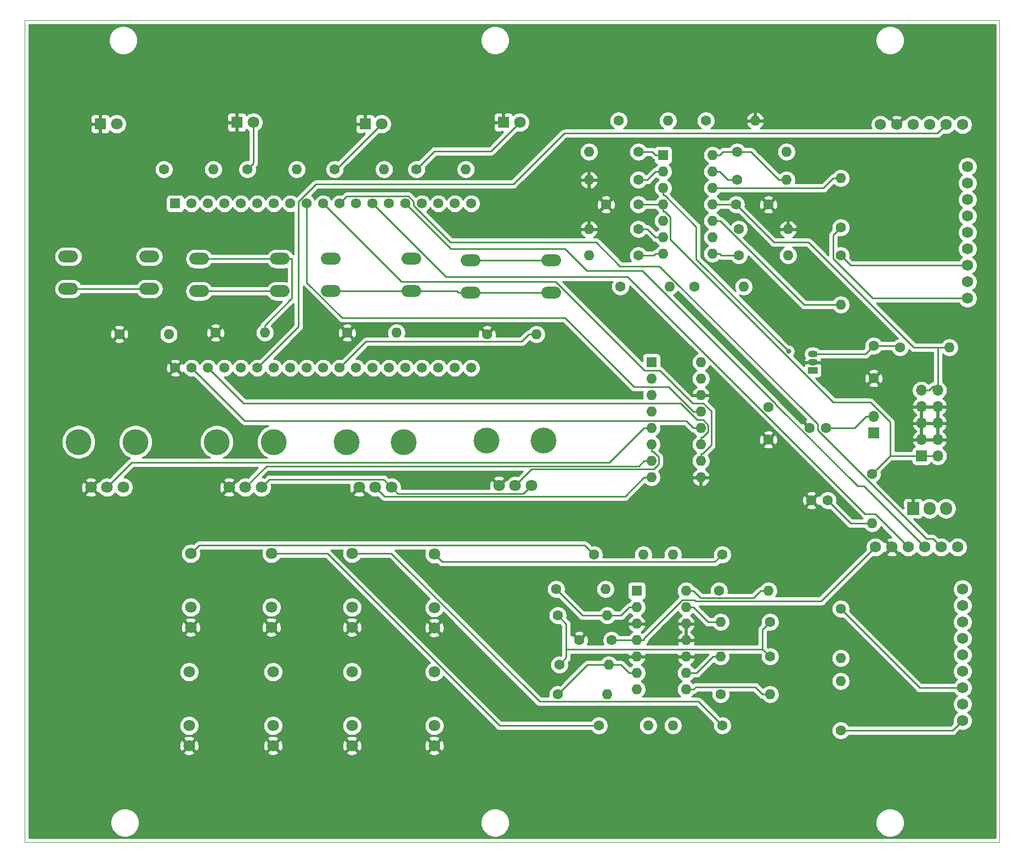
<source format=gbr>
G04 #@! TF.GenerationSoftware,KiCad,Pcbnew,(5.1.7)-1*
G04 #@! TF.CreationDate,2020-10-22T22:29:39+02:00*
G04 #@! TF.ProjectId,eurorack_engine,6575726f-7261-4636-9b5f-656e67696e65,rev?*
G04 #@! TF.SameCoordinates,Original*
G04 #@! TF.FileFunction,Copper,L1,Top*
G04 #@! TF.FilePolarity,Positive*
%FSLAX46Y46*%
G04 Gerber Fmt 4.6, Leading zero omitted, Abs format (unit mm)*
G04 Created by KiCad (PCBNEW (5.1.7)-1) date 2020-10-22 22:29:39*
%MOMM*%
%LPD*%
G01*
G04 APERTURE LIST*
G04 #@! TA.AperFunction,Profile*
%ADD10C,0.050000*%
G04 #@! TD*
G04 #@! TA.AperFunction,ComponentPad*
%ADD11R,1.500000X1.050000*%
G04 #@! TD*
G04 #@! TA.AperFunction,ComponentPad*
%ADD12O,1.500000X1.050000*%
G04 #@! TD*
G04 #@! TA.AperFunction,ComponentPad*
%ADD13O,1.905000X2.000000*%
G04 #@! TD*
G04 #@! TA.AperFunction,ComponentPad*
%ADD14R,1.905000X2.000000*%
G04 #@! TD*
G04 #@! TA.AperFunction,ComponentPad*
%ADD15O,1.600000X1.600000*%
G04 #@! TD*
G04 #@! TA.AperFunction,ComponentPad*
%ADD16R,1.600000X1.600000*%
G04 #@! TD*
G04 #@! TA.AperFunction,WasherPad*
%ADD17C,4.000000*%
G04 #@! TD*
G04 #@! TA.AperFunction,ComponentPad*
%ADD18C,1.800000*%
G04 #@! TD*
G04 #@! TA.AperFunction,ComponentPad*
%ADD19C,1.600000*%
G04 #@! TD*
G04 #@! TA.AperFunction,ComponentPad*
%ADD20O,1.700000X1.700000*%
G04 #@! TD*
G04 #@! TA.AperFunction,ComponentPad*
%ADD21R,1.700000X1.700000*%
G04 #@! TD*
G04 #@! TA.AperFunction,ComponentPad*
%ADD22O,3.048000X1.850000*%
G04 #@! TD*
G04 #@! TA.AperFunction,ComponentPad*
%ADD23C,1.750000*%
G04 #@! TD*
G04 #@! TA.AperFunction,ComponentPad*
%ADD24R,1.800000X1.800000*%
G04 #@! TD*
G04 #@! TA.AperFunction,ComponentPad*
%ADD25C,1.560000*%
G04 #@! TD*
G04 #@! TA.AperFunction,ComponentPad*
%ADD26R,1.560000X1.560000*%
G04 #@! TD*
G04 #@! TA.AperFunction,ViaPad*
%ADD27C,0.800000*%
G04 #@! TD*
G04 #@! TA.AperFunction,Conductor*
%ADD28C,0.250000*%
G04 #@! TD*
G04 #@! TA.AperFunction,Conductor*
%ADD29C,0.254000*%
G04 #@! TD*
G04 #@! TA.AperFunction,Conductor*
%ADD30C,0.150000*%
G04 #@! TD*
G04 APERTURE END LIST*
D10*
X0Y-127000000D02*
X0Y0D01*
X150500000Y-127000000D02*
X0Y-127000000D01*
X150500000Y0D02*
X150500000Y-127000000D01*
X0Y0D02*
X150500000Y0D01*
D11*
X121666000Y-54102000D03*
D12*
X121666000Y-51562000D03*
X121666000Y-52832000D03*
D13*
X142240000Y-75438000D03*
X139700000Y-75438000D03*
D14*
X137160000Y-75438000D03*
D15*
X102108000Y-88138000D03*
X94488000Y-103378000D03*
X102108000Y-90678000D03*
X94488000Y-100838000D03*
X102108000Y-93218000D03*
X94488000Y-98298000D03*
X102108000Y-95758000D03*
X94488000Y-95758000D03*
X102108000Y-98298000D03*
X94488000Y-93218000D03*
X102108000Y-100838000D03*
X94488000Y-90678000D03*
X102108000Y-103378000D03*
D16*
X94488000Y-88138000D03*
D15*
X106172000Y-20828000D03*
X98552000Y-36068000D03*
X106172000Y-23368000D03*
X98552000Y-33528000D03*
X106172000Y-25908000D03*
X98552000Y-30988000D03*
X106172000Y-28448000D03*
X98552000Y-28448000D03*
X106172000Y-30988000D03*
X98552000Y-25908000D03*
X106172000Y-33528000D03*
X98552000Y-23368000D03*
X106172000Y-36068000D03*
D16*
X98552000Y-20828000D03*
D15*
X104394000Y-52832000D03*
X96774000Y-70612000D03*
X104394000Y-55372000D03*
X96774000Y-68072000D03*
X104394000Y-57912000D03*
X96774000Y-65532000D03*
X104394000Y-60452000D03*
X96774000Y-62992000D03*
X104394000Y-62992000D03*
X96774000Y-60452000D03*
X104394000Y-65532000D03*
X96774000Y-57912000D03*
X104394000Y-68072000D03*
X96774000Y-55372000D03*
X104394000Y-70612000D03*
D16*
X96774000Y-52832000D03*
D17*
X80132000Y-64882000D03*
X71332000Y-64882000D03*
D18*
X78232000Y-71882000D03*
X75732000Y-71882000D03*
X73232000Y-71882000D03*
D17*
X58542000Y-65136000D03*
X49742000Y-65136000D03*
D18*
X56642000Y-72136000D03*
X54142000Y-72136000D03*
X51642000Y-72136000D03*
D17*
X38476000Y-65136000D03*
X29676000Y-65136000D03*
D18*
X36576000Y-72136000D03*
X34076000Y-72136000D03*
X31576000Y-72136000D03*
D17*
X17140000Y-65136000D03*
X8340000Y-65136000D03*
D18*
X15240000Y-72136000D03*
X12740000Y-72136000D03*
X10240000Y-72136000D03*
D15*
X142748000Y-50546000D03*
D19*
X135128000Y-50546000D03*
D15*
X130810000Y-77724000D03*
D19*
X130810000Y-70104000D03*
D15*
X117602000Y-20320000D03*
D19*
X109982000Y-20320000D03*
D15*
X87122000Y-36322000D03*
D19*
X94742000Y-36322000D03*
D15*
X115062000Y-104140000D03*
D19*
X107442000Y-104140000D03*
D15*
X114808000Y-88138000D03*
D19*
X107188000Y-88138000D03*
D15*
X117602000Y-24638000D03*
D19*
X109982000Y-24638000D03*
D15*
X99568000Y-41148000D03*
D19*
X91948000Y-41148000D03*
D15*
X100076000Y-108966000D03*
D19*
X107696000Y-108966000D03*
D15*
X100076000Y-82550000D03*
D19*
X107696000Y-82550000D03*
D15*
X112776000Y-15494000D03*
D19*
X105156000Y-15494000D03*
D15*
X87122000Y-32258000D03*
D19*
X94742000Y-32258000D03*
D15*
X107442000Y-98298000D03*
D19*
X115062000Y-98298000D03*
D15*
X107442000Y-92964000D03*
D19*
X115062000Y-92964000D03*
D15*
X125984000Y-24384000D03*
D19*
X125984000Y-32004000D03*
D15*
X125984000Y-102108000D03*
D19*
X125984000Y-109728000D03*
D15*
X117856000Y-36322000D03*
D19*
X110236000Y-36322000D03*
D15*
X87122000Y-20320000D03*
D19*
X94742000Y-20320000D03*
D15*
X89662000Y-87884000D03*
D19*
X82042000Y-87884000D03*
D15*
X89916000Y-104140000D03*
D19*
X82296000Y-104140000D03*
D15*
X95504000Y-82550000D03*
D19*
X87884000Y-82550000D03*
D15*
X96266000Y-108966000D03*
D19*
X88646000Y-108966000D03*
D15*
X110998000Y-41148000D03*
D19*
X103378000Y-41148000D03*
D15*
X99314000Y-15494000D03*
D19*
X91694000Y-15494000D03*
D15*
X89916000Y-91948000D03*
D19*
X82296000Y-91948000D03*
D15*
X90170000Y-99568000D03*
D19*
X82550000Y-99568000D03*
D15*
X117856000Y-32258000D03*
D19*
X110236000Y-32258000D03*
D15*
X87122000Y-24638000D03*
D19*
X94742000Y-24638000D03*
D15*
X125984000Y-43942000D03*
D19*
X125984000Y-36322000D03*
D15*
X125984000Y-98552000D03*
D19*
X125984000Y-90932000D03*
D20*
X131064000Y-61214000D03*
D21*
X131064000Y-63754000D03*
D20*
X140970000Y-57150000D03*
X138430000Y-57150000D03*
X140970000Y-59690000D03*
X138430000Y-59690000D03*
X140970000Y-62230000D03*
X138430000Y-62230000D03*
X140970000Y-64770000D03*
X138430000Y-64770000D03*
X140970000Y-67310000D03*
D21*
X138430000Y-67310000D03*
D18*
X63246000Y-100666000D03*
X63246000Y-112066000D03*
X63246000Y-108966000D03*
X38354000Y-100666000D03*
X38354000Y-112066000D03*
X38354000Y-108966000D03*
X50546000Y-82378000D03*
X50546000Y-93778000D03*
X50546000Y-90678000D03*
X63246000Y-82456000D03*
X63246000Y-93856000D03*
X63246000Y-90756000D03*
X50546000Y-100666000D03*
X50546000Y-112066000D03*
X50546000Y-108966000D03*
X25400000Y-100666000D03*
X25400000Y-112066000D03*
X25400000Y-108966000D03*
X25654000Y-82378000D03*
X25654000Y-93778000D03*
X25654000Y-90678000D03*
X38100000Y-82378000D03*
X38100000Y-93778000D03*
X38100000Y-90678000D03*
D19*
X90598000Y-95758000D03*
X85598000Y-95758000D03*
X131064000Y-55292000D03*
X131064000Y-50292000D03*
X114808000Y-28448000D03*
X109808000Y-28448000D03*
X94742000Y-28448000D03*
X89742000Y-28448000D03*
X114808000Y-59770000D03*
X114808000Y-64770000D03*
X121198000Y-62992000D03*
X123698000Y-62992000D03*
X121452000Y-74168000D03*
X123952000Y-74168000D03*
D22*
X68834000Y-42084000D03*
X68834000Y-37084000D03*
X81334000Y-42084000D03*
X81334000Y-37084000D03*
X47244000Y-41830000D03*
X47244000Y-36830000D03*
X59744000Y-41830000D03*
X59744000Y-36830000D03*
X26924000Y-41830000D03*
X26924000Y-36830000D03*
X39424000Y-41830000D03*
X39424000Y-36830000D03*
X6746000Y-41476000D03*
X6746000Y-36476000D03*
X19246000Y-41476000D03*
X19246000Y-36476000D03*
D15*
X78994000Y-48514000D03*
D19*
X71374000Y-48514000D03*
D15*
X57404000Y-48260000D03*
D19*
X49784000Y-48260000D03*
D15*
X37084000Y-48260000D03*
D19*
X29464000Y-48260000D03*
D15*
X22246000Y-48476000D03*
D19*
X14626000Y-48476000D03*
D15*
X68120000Y-23000000D03*
D19*
X60500000Y-23000000D03*
D15*
X55500000Y-23000000D03*
D19*
X47880000Y-23000000D03*
D15*
X42000000Y-23000000D03*
D19*
X34380000Y-23000000D03*
D15*
X29120000Y-23000000D03*
D19*
X21500000Y-23000000D03*
D23*
X145542000Y-42926000D03*
X145542000Y-40386000D03*
X145542000Y-37846000D03*
X145542000Y-35306000D03*
X145542000Y-32766000D03*
X145542000Y-30226000D03*
X145542000Y-27686000D03*
X145542000Y-25146000D03*
X145542000Y-22606000D03*
X144792000Y-16106000D03*
X142252000Y-16106000D03*
X139712000Y-16106000D03*
X137172000Y-16106000D03*
X134632000Y-16106000D03*
X132092000Y-16106000D03*
D18*
X76454000Y-15748000D03*
D24*
X73914000Y-15748000D03*
D18*
X55118000Y-16002000D03*
D24*
X52578000Y-16002000D03*
D18*
X35306000Y-15748000D03*
D24*
X32766000Y-15748000D03*
D18*
X14224000Y-16002000D03*
D24*
X11684000Y-16002000D03*
D25*
X68960000Y-53700000D03*
X66420000Y-53700000D03*
X63880000Y-53700000D03*
X61340000Y-53700000D03*
X58800000Y-53700000D03*
X56260000Y-53700000D03*
X53720000Y-53700000D03*
X51180000Y-53700000D03*
X48640000Y-53700000D03*
X46100000Y-53700000D03*
X43560000Y-53700000D03*
X41020000Y-53700000D03*
X38480000Y-53700000D03*
X35940000Y-53700000D03*
X33400000Y-53700000D03*
X30860000Y-53700000D03*
X28320000Y-53700000D03*
X25780000Y-53700000D03*
X23240000Y-53700000D03*
X66420000Y-28300000D03*
X63880000Y-28300000D03*
X61340000Y-28300000D03*
X58800000Y-28300000D03*
X56260000Y-28300000D03*
X53720000Y-28300000D03*
X51180000Y-28300000D03*
X48640000Y-28300000D03*
X46100000Y-28300000D03*
X43560000Y-28300000D03*
X41020000Y-28300000D03*
X38480000Y-28300000D03*
X35940000Y-28300000D03*
X33400000Y-28300000D03*
X30860000Y-28300000D03*
X28320000Y-28300000D03*
X68960000Y-28300000D03*
X25780000Y-28300000D03*
D26*
X23240000Y-28300000D03*
D23*
X144780000Y-108204000D03*
X144780000Y-105664000D03*
X144780000Y-103124000D03*
X144780000Y-100584000D03*
X144780000Y-98044000D03*
X144780000Y-95504000D03*
X144780000Y-92964000D03*
X144780000Y-90424000D03*
X144780000Y-87884000D03*
X144030000Y-81384000D03*
X141490000Y-81384000D03*
X138950000Y-81384000D03*
X136410000Y-81384000D03*
X133870000Y-81384000D03*
X131330000Y-81384000D03*
D27*
X117931200Y-51112900D03*
D28*
X123952000Y-74168000D02*
X127508000Y-77724000D01*
X127508000Y-77724000D02*
X130810000Y-77724000D01*
X36576000Y-72136000D02*
X37805200Y-70906800D01*
X37805200Y-70906800D02*
X55412800Y-70906800D01*
X55412800Y-70906800D02*
X56642000Y-72136000D01*
X56642000Y-72136000D02*
X57620700Y-73114700D01*
X57620700Y-73114700D02*
X76999300Y-73114700D01*
X76999300Y-73114700D02*
X78232000Y-71882000D01*
X47244000Y-41830000D02*
X59744000Y-41830000D01*
X94488000Y-95758000D02*
X95613300Y-95758000D01*
X95613300Y-95758000D02*
X95613300Y-95476700D01*
X95613300Y-95476700D02*
X101541400Y-89548600D01*
X101541400Y-89548600D02*
X103374000Y-89548600D01*
X103374000Y-89548600D02*
X103567500Y-89742100D01*
X103567500Y-89742100D02*
X122971900Y-89742100D01*
X122971900Y-89742100D02*
X131330000Y-81384000D01*
X90598000Y-95758000D02*
X94488000Y-95758000D01*
X68834000Y-42084000D02*
X66984700Y-42084000D01*
X59744000Y-41830000D02*
X66730700Y-41830000D01*
X66730700Y-41830000D02*
X66984700Y-42084000D01*
X81334000Y-42084000D02*
X68834000Y-42084000D01*
X39424000Y-41830000D02*
X26924000Y-41830000D01*
X6746000Y-41476000D02*
X19246000Y-41476000D01*
X133604000Y-67310000D02*
X133604000Y-62085600D01*
X133604000Y-62085600D02*
X130552400Y-59034000D01*
X130552400Y-59034000D02*
X124825100Y-59034000D01*
X124825100Y-59034000D02*
X99677300Y-33886200D01*
X99677300Y-33886200D02*
X99677300Y-30417200D01*
X99677300Y-30417200D02*
X98833400Y-29573300D01*
X98833400Y-29573300D02*
X98552000Y-29573300D01*
X133604000Y-67310000D02*
X130810000Y-70104000D01*
X138430000Y-67310000D02*
X133604000Y-67310000D01*
X98552000Y-28448000D02*
X98552000Y-29573300D01*
X94742000Y-28448000D02*
X98552000Y-28448000D01*
X140970000Y-67310000D02*
X138430000Y-67310000D01*
X138430000Y-57150000D02*
X139605300Y-57150000D01*
X140970000Y-56562300D02*
X140193000Y-56562300D01*
X140193000Y-56562300D02*
X139605300Y-57150000D01*
X140970000Y-56562300D02*
X140970000Y-55974700D01*
X140970000Y-57150000D02*
X140970000Y-56562300D01*
X140970000Y-50546000D02*
X137263200Y-50546000D01*
X137263200Y-50546000D02*
X121007200Y-34290000D01*
X121007200Y-34290000D02*
X115650000Y-34290000D01*
X115650000Y-34290000D02*
X109808000Y-28448000D01*
X142748000Y-50546000D02*
X140970000Y-50546000D01*
X140970000Y-50546000D02*
X140970000Y-55974700D01*
X109808000Y-28448000D02*
X107297300Y-28448000D01*
X106172000Y-28448000D02*
X107297300Y-28448000D01*
X35306000Y-15748000D02*
X35306000Y-22074000D01*
X35306000Y-22074000D02*
X34380000Y-23000000D01*
X55118000Y-16002000D02*
X48120000Y-23000000D01*
X48120000Y-23000000D02*
X47880000Y-23000000D01*
X76454000Y-15748000D02*
X72006800Y-20195200D01*
X72006800Y-20195200D02*
X63304800Y-20195200D01*
X63304800Y-20195200D02*
X60500000Y-23000000D01*
X48640000Y-28300000D02*
X49756800Y-27183200D01*
X49756800Y-27183200D02*
X59250500Y-27183200D01*
X59250500Y-27183200D02*
X60070000Y-28002700D01*
X60070000Y-28002700D02*
X60070000Y-28613300D01*
X60070000Y-28613300D02*
X65746700Y-34290000D01*
X65746700Y-34290000D02*
X88247400Y-34290000D01*
X88247400Y-34290000D02*
X91917300Y-37959900D01*
X91917300Y-37959900D02*
X97991500Y-37959900D01*
X97991500Y-37959900D02*
X122448000Y-62416400D01*
X122448000Y-62416400D02*
X122448000Y-63346800D01*
X122448000Y-63346800D02*
X139199800Y-80098600D01*
X139199800Y-80098600D02*
X140204600Y-80098600D01*
X140204600Y-80098600D02*
X141490000Y-81384000D01*
X58800000Y-28300000D02*
X65764400Y-35264400D01*
X65764400Y-35264400D02*
X83400400Y-35264400D01*
X83400400Y-35264400D02*
X86790700Y-38654700D01*
X86790700Y-38654700D02*
X95342800Y-38654700D01*
X95342800Y-38654700D02*
X115933400Y-59245300D01*
X115933400Y-59245300D02*
X115933400Y-59320800D01*
X115933400Y-59320800D02*
X128603800Y-71991200D01*
X128603800Y-71991200D02*
X129557200Y-71991200D01*
X129557200Y-71991200D02*
X138950000Y-81384000D01*
X53720000Y-28300000D02*
X65004000Y-39584000D01*
X65004000Y-39584000D02*
X93030500Y-39584000D01*
X93030500Y-39584000D02*
X129748200Y-76301700D01*
X129748200Y-76301700D02*
X131327700Y-76301700D01*
X131327700Y-76301700D02*
X136410000Y-81384000D01*
X35940000Y-53700000D02*
X42290000Y-47350000D01*
X42290000Y-47350000D02*
X42290000Y-27998300D01*
X42290000Y-27998300D02*
X44975500Y-25312800D01*
X44975500Y-25312800D02*
X75443700Y-25312800D01*
X75443700Y-25312800D02*
X83294800Y-17461700D01*
X83294800Y-17461700D02*
X140896300Y-17461700D01*
X140896300Y-17461700D02*
X142252000Y-16106000D01*
X25654000Y-82378000D02*
X26909800Y-81122200D01*
X26909800Y-81122200D02*
X86456200Y-81122200D01*
X86456200Y-81122200D02*
X87884000Y-82550000D01*
X63246000Y-82456000D02*
X64467000Y-83677000D01*
X64467000Y-83677000D02*
X106569000Y-83677000D01*
X106569000Y-83677000D02*
X107696000Y-82550000D01*
X50546000Y-82378000D02*
X56601000Y-82378000D01*
X56601000Y-82378000D02*
X79488400Y-105265400D01*
X79488400Y-105265400D02*
X103995400Y-105265400D01*
X103995400Y-105265400D02*
X107696000Y-108966000D01*
X98552000Y-20828000D02*
X97426700Y-20828000D01*
X94742000Y-20320000D02*
X96918700Y-20320000D01*
X96918700Y-20320000D02*
X97426700Y-20828000D01*
X106172000Y-36068000D02*
X107297300Y-36068000D01*
X110236000Y-36322000D02*
X107551300Y-36322000D01*
X107551300Y-36322000D02*
X107297300Y-36068000D01*
X90170000Y-99568000D02*
X86868000Y-99568000D01*
X86868000Y-99568000D02*
X82296000Y-104140000D01*
X93362700Y-100838000D02*
X92092700Y-99568000D01*
X92092700Y-99568000D02*
X90170000Y-99568000D01*
X94488000Y-100838000D02*
X93362700Y-100838000D01*
X102108000Y-90678000D02*
X103233300Y-90678000D01*
X107442000Y-92964000D02*
X105519300Y-92964000D01*
X105519300Y-92964000D02*
X103233300Y-90678000D01*
X107442000Y-98298000D02*
X106316700Y-98298000D01*
X106316700Y-98298000D02*
X103776700Y-100838000D01*
X103776700Y-100838000D02*
X102108000Y-100838000D01*
X98552000Y-33528000D02*
X97426700Y-33528000D01*
X94742000Y-32258000D02*
X96156700Y-32258000D01*
X96156700Y-32258000D02*
X97426700Y-33528000D01*
X106172000Y-23368000D02*
X107297300Y-23368000D01*
X109982000Y-24638000D02*
X108567300Y-24638000D01*
X108567300Y-24638000D02*
X107297300Y-23368000D01*
X39424000Y-36830000D02*
X41273300Y-36830000D01*
X41273300Y-36830000D02*
X41273300Y-42945400D01*
X41273300Y-42945400D02*
X37084000Y-47134700D01*
X26924000Y-36830000D02*
X39424000Y-36830000D01*
X37084000Y-48260000D02*
X37084000Y-47134700D01*
X78994000Y-48514000D02*
X77868700Y-48514000D01*
X77868700Y-48514000D02*
X76743400Y-49639300D01*
X76743400Y-49639300D02*
X52700700Y-49639300D01*
X52700700Y-49639300D02*
X48640000Y-53700000D01*
X81334000Y-37084000D02*
X68834000Y-37084000D01*
X131064000Y-61214000D02*
X129888700Y-61214000D01*
X123698000Y-62992000D02*
X128110700Y-62992000D01*
X128110700Y-62992000D02*
X129888700Y-61214000D01*
X144780000Y-108204000D02*
X143256000Y-109728000D01*
X143256000Y-109728000D02*
X125984000Y-109728000D01*
X144780000Y-103124000D02*
X138176000Y-103124000D01*
X138176000Y-103124000D02*
X125984000Y-90932000D01*
X145542000Y-42926000D02*
X130945300Y-42926000D01*
X130945300Y-42926000D02*
X124847000Y-36827700D01*
X124847000Y-36827700D02*
X124847000Y-33141000D01*
X124847000Y-33141000D02*
X125984000Y-32004000D01*
X145542000Y-37846000D02*
X127508000Y-37846000D01*
X127508000Y-37846000D02*
X125984000Y-36322000D01*
X104394000Y-65532000D02*
X104394000Y-64406700D01*
X28320000Y-53700000D02*
X33802000Y-59182000D01*
X33802000Y-59182000D02*
X101323800Y-59182000D01*
X101323800Y-59182000D02*
X103863800Y-61722000D01*
X103863800Y-61722000D02*
X104728900Y-61722000D01*
X104728900Y-61722000D02*
X105519300Y-62512400D01*
X105519300Y-62512400D02*
X105519300Y-63562800D01*
X105519300Y-63562800D02*
X104675400Y-64406700D01*
X104675400Y-64406700D02*
X104394000Y-64406700D01*
X104394000Y-62992000D02*
X103268700Y-62992000D01*
X25780000Y-53700000D02*
X33946700Y-61866700D01*
X33946700Y-61866700D02*
X102143400Y-61866700D01*
X102143400Y-61866700D02*
X103268700Y-62992000D01*
X104394000Y-68072000D02*
X104394000Y-66946700D01*
X46100000Y-28300000D02*
X58187800Y-40387800D01*
X58187800Y-40387800D02*
X82015500Y-40387800D01*
X82015500Y-40387800D02*
X95729700Y-54102000D01*
X95729700Y-54102000D02*
X98048700Y-54102000D01*
X98048700Y-54102000D02*
X103128700Y-59182000D01*
X103128700Y-59182000D02*
X104783800Y-59182000D01*
X104783800Y-59182000D02*
X105982000Y-60380200D01*
X105982000Y-60380200D02*
X105982000Y-65640000D01*
X105982000Y-65640000D02*
X104675300Y-66946700D01*
X104675300Y-66946700D02*
X104394000Y-66946700D01*
X104394000Y-60452000D02*
X103268700Y-60452000D01*
X43560000Y-28300000D02*
X43560000Y-40515800D01*
X43560000Y-40515800D02*
X49029000Y-45984800D01*
X49029000Y-45984800D02*
X83430800Y-45984800D01*
X83430800Y-45984800D02*
X94088000Y-56642000D01*
X94088000Y-56642000D02*
X99458700Y-56642000D01*
X99458700Y-56642000D02*
X103268700Y-60452000D01*
X113912600Y-97148600D02*
X83624000Y-97148600D01*
X115062000Y-98298000D02*
X113912600Y-97148600D01*
X115062000Y-92964000D02*
X113912600Y-94113400D01*
X113912600Y-94113400D02*
X113912600Y-97148600D01*
X83624000Y-97148600D02*
X83624000Y-93276000D01*
X83624000Y-93276000D02*
X82296000Y-91948000D01*
X82550000Y-99568000D02*
X83624000Y-98494000D01*
X83624000Y-98494000D02*
X83624000Y-97148600D01*
X131064000Y-50292000D02*
X129794000Y-51562000D01*
X129794000Y-51562000D02*
X121666000Y-51562000D01*
X131064000Y-50292000D02*
X134874000Y-50292000D01*
X134874000Y-50292000D02*
X135128000Y-50546000D01*
X38100000Y-82378000D02*
X46723300Y-82378000D01*
X46723300Y-82378000D02*
X73311300Y-108966000D01*
X73311300Y-108966000D02*
X88646000Y-108966000D01*
X98552000Y-25908000D02*
X98552000Y-27033300D01*
X98552000Y-27033300D02*
X98833300Y-27033300D01*
X98833300Y-27033300D02*
X103690600Y-31890600D01*
X103690600Y-31890600D02*
X103690600Y-36872300D01*
X103690600Y-36872300D02*
X117931200Y-51112900D01*
X125984000Y-43942000D02*
X120328600Y-43942000D01*
X120328600Y-43942000D02*
X107374600Y-30988000D01*
X107374600Y-30988000D02*
X106172000Y-30988000D01*
X98552000Y-23368000D02*
X97426700Y-23368000D01*
X94742000Y-24638000D02*
X96156700Y-24638000D01*
X96156700Y-24638000D02*
X97426700Y-23368000D01*
X82042000Y-87884000D02*
X86106000Y-91948000D01*
X86106000Y-91948000D02*
X89916000Y-91948000D01*
X94488000Y-90678000D02*
X93362700Y-90678000D01*
X89916000Y-91948000D02*
X92092700Y-91948000D01*
X92092700Y-91948000D02*
X93362700Y-90678000D01*
X125984000Y-24384000D02*
X124858700Y-24384000D01*
X124858700Y-24384000D02*
X123334700Y-25908000D01*
X123334700Y-25908000D02*
X106172000Y-25908000D01*
X98552000Y-36068000D02*
X97426700Y-36068000D01*
X94742000Y-36322000D02*
X97172700Y-36322000D01*
X97172700Y-36322000D02*
X97426700Y-36068000D01*
X106172000Y-20828000D02*
X107297300Y-20828000D01*
X109982000Y-20320000D02*
X107805300Y-20320000D01*
X107805300Y-20320000D02*
X107297300Y-20828000D01*
X116476700Y-24638000D02*
X112158700Y-20320000D01*
X112158700Y-20320000D02*
X109982000Y-20320000D01*
X117602000Y-24638000D02*
X116476700Y-24638000D01*
X102108000Y-88138000D02*
X103233300Y-88138000D01*
X114808000Y-88138000D02*
X113682700Y-88138000D01*
X113682700Y-88138000D02*
X112557400Y-89263300D01*
X112557400Y-89263300D02*
X104358600Y-89263300D01*
X104358600Y-89263300D02*
X103233300Y-88138000D01*
X102108000Y-103378000D02*
X103233300Y-103378000D01*
X115062000Y-104140000D02*
X113936700Y-104140000D01*
X113936700Y-104140000D02*
X112787900Y-102991200D01*
X112787900Y-102991200D02*
X103620100Y-102991200D01*
X103620100Y-102991200D02*
X103233300Y-103378000D01*
X96774000Y-62992000D02*
X95648700Y-62992000D01*
X12740000Y-72136000D02*
X16540500Y-68335500D01*
X16540500Y-68335500D02*
X90305200Y-68335500D01*
X90305200Y-68335500D02*
X95648700Y-62992000D01*
X96774000Y-68072000D02*
X95648700Y-68072000D01*
X34076000Y-72136000D02*
X37320500Y-68891500D01*
X37320500Y-68891500D02*
X94829200Y-68891500D01*
X94829200Y-68891500D02*
X95648700Y-68072000D01*
X96774000Y-70612000D02*
X95648700Y-70612000D01*
X54142000Y-72136000D02*
X55572100Y-73566100D01*
X55572100Y-73566100D02*
X92694600Y-73566100D01*
X92694600Y-73566100D02*
X95648700Y-70612000D01*
X96774000Y-65532000D02*
X96774000Y-66657300D01*
X75732000Y-71882000D02*
X78272000Y-69342000D01*
X78272000Y-69342000D02*
X97135700Y-69342000D01*
X97135700Y-69342000D02*
X97899300Y-68578400D01*
X97899300Y-68578400D02*
X97899300Y-67501200D01*
X97899300Y-67501200D02*
X97055400Y-66657300D01*
X97055400Y-66657300D02*
X96774000Y-66657300D01*
D29*
X149840001Y-126340000D02*
X660000Y-126340000D01*
X660000Y-123731872D01*
X13259000Y-123731872D01*
X13259000Y-124172128D01*
X13344890Y-124603925D01*
X13513369Y-125010669D01*
X13757962Y-125376729D01*
X14069271Y-125688038D01*
X14435331Y-125932631D01*
X14842075Y-126101110D01*
X15273872Y-126187000D01*
X15714128Y-126187000D01*
X16145925Y-126101110D01*
X16552669Y-125932631D01*
X16918729Y-125688038D01*
X17230038Y-125376729D01*
X17474631Y-125010669D01*
X17643110Y-124603925D01*
X17729000Y-124172128D01*
X17729000Y-123731872D01*
X70409000Y-123731872D01*
X70409000Y-124172128D01*
X70494890Y-124603925D01*
X70663369Y-125010669D01*
X70907962Y-125376729D01*
X71219271Y-125688038D01*
X71585331Y-125932631D01*
X71992075Y-126101110D01*
X72423872Y-126187000D01*
X72864128Y-126187000D01*
X73295925Y-126101110D01*
X73702669Y-125932631D01*
X74068729Y-125688038D01*
X74380038Y-125376729D01*
X74624631Y-125010669D01*
X74793110Y-124603925D01*
X74879000Y-124172128D01*
X74879000Y-123731872D01*
X131369000Y-123731872D01*
X131369000Y-124172128D01*
X131454890Y-124603925D01*
X131623369Y-125010669D01*
X131867962Y-125376729D01*
X132179271Y-125688038D01*
X132545331Y-125932631D01*
X132952075Y-126101110D01*
X133383872Y-126187000D01*
X133824128Y-126187000D01*
X134255925Y-126101110D01*
X134662669Y-125932631D01*
X135028729Y-125688038D01*
X135340038Y-125376729D01*
X135584631Y-125010669D01*
X135753110Y-124603925D01*
X135839000Y-124172128D01*
X135839000Y-123731872D01*
X135753110Y-123300075D01*
X135584631Y-122893331D01*
X135340038Y-122527271D01*
X135028729Y-122215962D01*
X134662669Y-121971369D01*
X134255925Y-121802890D01*
X133824128Y-121717000D01*
X133383872Y-121717000D01*
X132952075Y-121802890D01*
X132545331Y-121971369D01*
X132179271Y-122215962D01*
X131867962Y-122527271D01*
X131623369Y-122893331D01*
X131454890Y-123300075D01*
X131369000Y-123731872D01*
X74879000Y-123731872D01*
X74793110Y-123300075D01*
X74624631Y-122893331D01*
X74380038Y-122527271D01*
X74068729Y-122215962D01*
X73702669Y-121971369D01*
X73295925Y-121802890D01*
X72864128Y-121717000D01*
X72423872Y-121717000D01*
X71992075Y-121802890D01*
X71585331Y-121971369D01*
X71219271Y-122215962D01*
X70907962Y-122527271D01*
X70663369Y-122893331D01*
X70494890Y-123300075D01*
X70409000Y-123731872D01*
X17729000Y-123731872D01*
X17643110Y-123300075D01*
X17474631Y-122893331D01*
X17230038Y-122527271D01*
X16918729Y-122215962D01*
X16552669Y-121971369D01*
X16145925Y-121802890D01*
X15714128Y-121717000D01*
X15273872Y-121717000D01*
X14842075Y-121802890D01*
X14435331Y-121971369D01*
X14069271Y-122215962D01*
X13757962Y-122527271D01*
X13513369Y-122893331D01*
X13344890Y-123300075D01*
X13259000Y-123731872D01*
X660000Y-123731872D01*
X660000Y-113130080D01*
X24515525Y-113130080D01*
X24599208Y-113384261D01*
X24871775Y-113515158D01*
X25164642Y-113590365D01*
X25466553Y-113606991D01*
X25765907Y-113564397D01*
X26051199Y-113464222D01*
X26200792Y-113384261D01*
X26284475Y-113130080D01*
X37469525Y-113130080D01*
X37553208Y-113384261D01*
X37825775Y-113515158D01*
X38118642Y-113590365D01*
X38420553Y-113606991D01*
X38719907Y-113564397D01*
X39005199Y-113464222D01*
X39154792Y-113384261D01*
X39238475Y-113130080D01*
X49661525Y-113130080D01*
X49745208Y-113384261D01*
X50017775Y-113515158D01*
X50310642Y-113590365D01*
X50612553Y-113606991D01*
X50911907Y-113564397D01*
X51197199Y-113464222D01*
X51346792Y-113384261D01*
X51430475Y-113130080D01*
X62361525Y-113130080D01*
X62445208Y-113384261D01*
X62717775Y-113515158D01*
X63010642Y-113590365D01*
X63312553Y-113606991D01*
X63611907Y-113564397D01*
X63897199Y-113464222D01*
X64046792Y-113384261D01*
X64130475Y-113130080D01*
X63246000Y-112245605D01*
X62361525Y-113130080D01*
X51430475Y-113130080D01*
X50546000Y-112245605D01*
X49661525Y-113130080D01*
X39238475Y-113130080D01*
X38354000Y-112245605D01*
X37469525Y-113130080D01*
X26284475Y-113130080D01*
X25400000Y-112245605D01*
X24515525Y-113130080D01*
X660000Y-113130080D01*
X660000Y-112132553D01*
X23859009Y-112132553D01*
X23901603Y-112431907D01*
X24001778Y-112717199D01*
X24081739Y-112866792D01*
X24335920Y-112950475D01*
X25220395Y-112066000D01*
X25579605Y-112066000D01*
X26464080Y-112950475D01*
X26718261Y-112866792D01*
X26849158Y-112594225D01*
X26924365Y-112301358D01*
X26933660Y-112132553D01*
X36813009Y-112132553D01*
X36855603Y-112431907D01*
X36955778Y-112717199D01*
X37035739Y-112866792D01*
X37289920Y-112950475D01*
X38174395Y-112066000D01*
X38533605Y-112066000D01*
X39418080Y-112950475D01*
X39672261Y-112866792D01*
X39803158Y-112594225D01*
X39878365Y-112301358D01*
X39887660Y-112132553D01*
X49005009Y-112132553D01*
X49047603Y-112431907D01*
X49147778Y-112717199D01*
X49227739Y-112866792D01*
X49481920Y-112950475D01*
X50366395Y-112066000D01*
X50725605Y-112066000D01*
X51610080Y-112950475D01*
X51864261Y-112866792D01*
X51995158Y-112594225D01*
X52070365Y-112301358D01*
X52079660Y-112132553D01*
X61705009Y-112132553D01*
X61747603Y-112431907D01*
X61847778Y-112717199D01*
X61927739Y-112866792D01*
X62181920Y-112950475D01*
X63066395Y-112066000D01*
X63425605Y-112066000D01*
X64310080Y-112950475D01*
X64564261Y-112866792D01*
X64695158Y-112594225D01*
X64770365Y-112301358D01*
X64786991Y-111999447D01*
X64744397Y-111700093D01*
X64644222Y-111414801D01*
X64564261Y-111265208D01*
X64310080Y-111181525D01*
X63425605Y-112066000D01*
X63066395Y-112066000D01*
X62181920Y-111181525D01*
X61927739Y-111265208D01*
X61796842Y-111537775D01*
X61721635Y-111830642D01*
X61705009Y-112132553D01*
X52079660Y-112132553D01*
X52086991Y-111999447D01*
X52044397Y-111700093D01*
X51944222Y-111414801D01*
X51864261Y-111265208D01*
X51610080Y-111181525D01*
X50725605Y-112066000D01*
X50366395Y-112066000D01*
X49481920Y-111181525D01*
X49227739Y-111265208D01*
X49096842Y-111537775D01*
X49021635Y-111830642D01*
X49005009Y-112132553D01*
X39887660Y-112132553D01*
X39894991Y-111999447D01*
X39852397Y-111700093D01*
X39752222Y-111414801D01*
X39672261Y-111265208D01*
X39418080Y-111181525D01*
X38533605Y-112066000D01*
X38174395Y-112066000D01*
X37289920Y-111181525D01*
X37035739Y-111265208D01*
X36904842Y-111537775D01*
X36829635Y-111830642D01*
X36813009Y-112132553D01*
X26933660Y-112132553D01*
X26940991Y-111999447D01*
X26898397Y-111700093D01*
X26798222Y-111414801D01*
X26718261Y-111265208D01*
X26464080Y-111181525D01*
X25579605Y-112066000D01*
X25220395Y-112066000D01*
X24335920Y-111181525D01*
X24081739Y-111265208D01*
X23950842Y-111537775D01*
X23875635Y-111830642D01*
X23859009Y-112132553D01*
X660000Y-112132553D01*
X660000Y-111001920D01*
X24515525Y-111001920D01*
X25400000Y-111886395D01*
X26284475Y-111001920D01*
X37469525Y-111001920D01*
X38354000Y-111886395D01*
X39238475Y-111001920D01*
X49661525Y-111001920D01*
X50546000Y-111886395D01*
X51430475Y-111001920D01*
X62361525Y-111001920D01*
X63246000Y-111886395D01*
X64130475Y-111001920D01*
X64046792Y-110747739D01*
X63774225Y-110616842D01*
X63481358Y-110541635D01*
X63179447Y-110525009D01*
X62880093Y-110567603D01*
X62594801Y-110667778D01*
X62445208Y-110747739D01*
X62361525Y-111001920D01*
X51430475Y-111001920D01*
X51346792Y-110747739D01*
X51074225Y-110616842D01*
X50781358Y-110541635D01*
X50479447Y-110525009D01*
X50180093Y-110567603D01*
X49894801Y-110667778D01*
X49745208Y-110747739D01*
X49661525Y-111001920D01*
X39238475Y-111001920D01*
X39154792Y-110747739D01*
X38882225Y-110616842D01*
X38589358Y-110541635D01*
X38287447Y-110525009D01*
X37988093Y-110567603D01*
X37702801Y-110667778D01*
X37553208Y-110747739D01*
X37469525Y-111001920D01*
X26284475Y-111001920D01*
X26200792Y-110747739D01*
X25928225Y-110616842D01*
X25635358Y-110541635D01*
X25333447Y-110525009D01*
X25034093Y-110567603D01*
X24748801Y-110667778D01*
X24599208Y-110747739D01*
X24515525Y-111001920D01*
X660000Y-111001920D01*
X660000Y-108814816D01*
X23865000Y-108814816D01*
X23865000Y-109117184D01*
X23923989Y-109413743D01*
X24039701Y-109693095D01*
X24207688Y-109944505D01*
X24421495Y-110158312D01*
X24672905Y-110326299D01*
X24952257Y-110442011D01*
X25248816Y-110501000D01*
X25551184Y-110501000D01*
X25847743Y-110442011D01*
X26127095Y-110326299D01*
X26378505Y-110158312D01*
X26592312Y-109944505D01*
X26760299Y-109693095D01*
X26876011Y-109413743D01*
X26935000Y-109117184D01*
X26935000Y-108814816D01*
X36819000Y-108814816D01*
X36819000Y-109117184D01*
X36877989Y-109413743D01*
X36993701Y-109693095D01*
X37161688Y-109944505D01*
X37375495Y-110158312D01*
X37626905Y-110326299D01*
X37906257Y-110442011D01*
X38202816Y-110501000D01*
X38505184Y-110501000D01*
X38801743Y-110442011D01*
X39081095Y-110326299D01*
X39332505Y-110158312D01*
X39546312Y-109944505D01*
X39714299Y-109693095D01*
X39830011Y-109413743D01*
X39889000Y-109117184D01*
X39889000Y-108814816D01*
X49011000Y-108814816D01*
X49011000Y-109117184D01*
X49069989Y-109413743D01*
X49185701Y-109693095D01*
X49353688Y-109944505D01*
X49567495Y-110158312D01*
X49818905Y-110326299D01*
X50098257Y-110442011D01*
X50394816Y-110501000D01*
X50697184Y-110501000D01*
X50993743Y-110442011D01*
X51273095Y-110326299D01*
X51524505Y-110158312D01*
X51738312Y-109944505D01*
X51906299Y-109693095D01*
X52022011Y-109413743D01*
X52081000Y-109117184D01*
X52081000Y-108814816D01*
X61711000Y-108814816D01*
X61711000Y-109117184D01*
X61769989Y-109413743D01*
X61885701Y-109693095D01*
X62053688Y-109944505D01*
X62267495Y-110158312D01*
X62518905Y-110326299D01*
X62798257Y-110442011D01*
X63094816Y-110501000D01*
X63397184Y-110501000D01*
X63693743Y-110442011D01*
X63973095Y-110326299D01*
X64224505Y-110158312D01*
X64438312Y-109944505D01*
X64606299Y-109693095D01*
X64722011Y-109413743D01*
X64781000Y-109117184D01*
X64781000Y-108814816D01*
X64722011Y-108518257D01*
X64606299Y-108238905D01*
X64438312Y-107987495D01*
X64224505Y-107773688D01*
X63973095Y-107605701D01*
X63693743Y-107489989D01*
X63397184Y-107431000D01*
X63094816Y-107431000D01*
X62798257Y-107489989D01*
X62518905Y-107605701D01*
X62267495Y-107773688D01*
X62053688Y-107987495D01*
X61885701Y-108238905D01*
X61769989Y-108518257D01*
X61711000Y-108814816D01*
X52081000Y-108814816D01*
X52022011Y-108518257D01*
X51906299Y-108238905D01*
X51738312Y-107987495D01*
X51524505Y-107773688D01*
X51273095Y-107605701D01*
X50993743Y-107489989D01*
X50697184Y-107431000D01*
X50394816Y-107431000D01*
X50098257Y-107489989D01*
X49818905Y-107605701D01*
X49567495Y-107773688D01*
X49353688Y-107987495D01*
X49185701Y-108238905D01*
X49069989Y-108518257D01*
X49011000Y-108814816D01*
X39889000Y-108814816D01*
X39830011Y-108518257D01*
X39714299Y-108238905D01*
X39546312Y-107987495D01*
X39332505Y-107773688D01*
X39081095Y-107605701D01*
X38801743Y-107489989D01*
X38505184Y-107431000D01*
X38202816Y-107431000D01*
X37906257Y-107489989D01*
X37626905Y-107605701D01*
X37375495Y-107773688D01*
X37161688Y-107987495D01*
X36993701Y-108238905D01*
X36877989Y-108518257D01*
X36819000Y-108814816D01*
X26935000Y-108814816D01*
X26876011Y-108518257D01*
X26760299Y-108238905D01*
X26592312Y-107987495D01*
X26378505Y-107773688D01*
X26127095Y-107605701D01*
X25847743Y-107489989D01*
X25551184Y-107431000D01*
X25248816Y-107431000D01*
X24952257Y-107489989D01*
X24672905Y-107605701D01*
X24421495Y-107773688D01*
X24207688Y-107987495D01*
X24039701Y-108238905D01*
X23923989Y-108518257D01*
X23865000Y-108814816D01*
X660000Y-108814816D01*
X660000Y-100514816D01*
X23865000Y-100514816D01*
X23865000Y-100817184D01*
X23923989Y-101113743D01*
X24039701Y-101393095D01*
X24207688Y-101644505D01*
X24421495Y-101858312D01*
X24672905Y-102026299D01*
X24952257Y-102142011D01*
X25248816Y-102201000D01*
X25551184Y-102201000D01*
X25847743Y-102142011D01*
X26127095Y-102026299D01*
X26378505Y-101858312D01*
X26592312Y-101644505D01*
X26760299Y-101393095D01*
X26876011Y-101113743D01*
X26935000Y-100817184D01*
X26935000Y-100514816D01*
X36819000Y-100514816D01*
X36819000Y-100817184D01*
X36877989Y-101113743D01*
X36993701Y-101393095D01*
X37161688Y-101644505D01*
X37375495Y-101858312D01*
X37626905Y-102026299D01*
X37906257Y-102142011D01*
X38202816Y-102201000D01*
X38505184Y-102201000D01*
X38801743Y-102142011D01*
X39081095Y-102026299D01*
X39332505Y-101858312D01*
X39546312Y-101644505D01*
X39714299Y-101393095D01*
X39830011Y-101113743D01*
X39889000Y-100817184D01*
X39889000Y-100514816D01*
X49011000Y-100514816D01*
X49011000Y-100817184D01*
X49069989Y-101113743D01*
X49185701Y-101393095D01*
X49353688Y-101644505D01*
X49567495Y-101858312D01*
X49818905Y-102026299D01*
X50098257Y-102142011D01*
X50394816Y-102201000D01*
X50697184Y-102201000D01*
X50993743Y-102142011D01*
X51273095Y-102026299D01*
X51524505Y-101858312D01*
X51738312Y-101644505D01*
X51906299Y-101393095D01*
X52022011Y-101113743D01*
X52081000Y-100817184D01*
X52081000Y-100514816D01*
X52022011Y-100218257D01*
X51906299Y-99938905D01*
X51738312Y-99687495D01*
X51524505Y-99473688D01*
X51273095Y-99305701D01*
X50993743Y-99189989D01*
X50697184Y-99131000D01*
X50394816Y-99131000D01*
X50098257Y-99189989D01*
X49818905Y-99305701D01*
X49567495Y-99473688D01*
X49353688Y-99687495D01*
X49185701Y-99938905D01*
X49069989Y-100218257D01*
X49011000Y-100514816D01*
X39889000Y-100514816D01*
X39830011Y-100218257D01*
X39714299Y-99938905D01*
X39546312Y-99687495D01*
X39332505Y-99473688D01*
X39081095Y-99305701D01*
X38801743Y-99189989D01*
X38505184Y-99131000D01*
X38202816Y-99131000D01*
X37906257Y-99189989D01*
X37626905Y-99305701D01*
X37375495Y-99473688D01*
X37161688Y-99687495D01*
X36993701Y-99938905D01*
X36877989Y-100218257D01*
X36819000Y-100514816D01*
X26935000Y-100514816D01*
X26876011Y-100218257D01*
X26760299Y-99938905D01*
X26592312Y-99687495D01*
X26378505Y-99473688D01*
X26127095Y-99305701D01*
X25847743Y-99189989D01*
X25551184Y-99131000D01*
X25248816Y-99131000D01*
X24952257Y-99189989D01*
X24672905Y-99305701D01*
X24421495Y-99473688D01*
X24207688Y-99687495D01*
X24039701Y-99938905D01*
X23923989Y-100218257D01*
X23865000Y-100514816D01*
X660000Y-100514816D01*
X660000Y-94842080D01*
X24769525Y-94842080D01*
X24853208Y-95096261D01*
X25125775Y-95227158D01*
X25418642Y-95302365D01*
X25720553Y-95318991D01*
X26019907Y-95276397D01*
X26305199Y-95176222D01*
X26454792Y-95096261D01*
X26538475Y-94842080D01*
X37215525Y-94842080D01*
X37299208Y-95096261D01*
X37571775Y-95227158D01*
X37864642Y-95302365D01*
X38166553Y-95318991D01*
X38465907Y-95276397D01*
X38751199Y-95176222D01*
X38900792Y-95096261D01*
X38984475Y-94842080D01*
X49661525Y-94842080D01*
X49745208Y-95096261D01*
X50017775Y-95227158D01*
X50310642Y-95302365D01*
X50612553Y-95318991D01*
X50911907Y-95276397D01*
X51197199Y-95176222D01*
X51346792Y-95096261D01*
X51430475Y-94842080D01*
X50546000Y-93957605D01*
X49661525Y-94842080D01*
X38984475Y-94842080D01*
X38100000Y-93957605D01*
X37215525Y-94842080D01*
X26538475Y-94842080D01*
X25654000Y-93957605D01*
X24769525Y-94842080D01*
X660000Y-94842080D01*
X660000Y-93844553D01*
X24113009Y-93844553D01*
X24155603Y-94143907D01*
X24255778Y-94429199D01*
X24335739Y-94578792D01*
X24589920Y-94662475D01*
X25474395Y-93778000D01*
X25833605Y-93778000D01*
X26718080Y-94662475D01*
X26972261Y-94578792D01*
X27103158Y-94306225D01*
X27178365Y-94013358D01*
X27187660Y-93844553D01*
X36559009Y-93844553D01*
X36601603Y-94143907D01*
X36701778Y-94429199D01*
X36781739Y-94578792D01*
X37035920Y-94662475D01*
X37920395Y-93778000D01*
X38279605Y-93778000D01*
X39164080Y-94662475D01*
X39418261Y-94578792D01*
X39549158Y-94306225D01*
X39624365Y-94013358D01*
X39633660Y-93844553D01*
X49005009Y-93844553D01*
X49047603Y-94143907D01*
X49147778Y-94429199D01*
X49227739Y-94578792D01*
X49481920Y-94662475D01*
X50366395Y-93778000D01*
X50725605Y-93778000D01*
X51610080Y-94662475D01*
X51864261Y-94578792D01*
X51995158Y-94306225D01*
X52070365Y-94013358D01*
X52086991Y-93711447D01*
X52044397Y-93412093D01*
X51944222Y-93126801D01*
X51864261Y-92977208D01*
X51610080Y-92893525D01*
X50725605Y-93778000D01*
X50366395Y-93778000D01*
X49481920Y-92893525D01*
X49227739Y-92977208D01*
X49096842Y-93249775D01*
X49021635Y-93542642D01*
X49005009Y-93844553D01*
X39633660Y-93844553D01*
X39640991Y-93711447D01*
X39598397Y-93412093D01*
X39498222Y-93126801D01*
X39418261Y-92977208D01*
X39164080Y-92893525D01*
X38279605Y-93778000D01*
X37920395Y-93778000D01*
X37035920Y-92893525D01*
X36781739Y-92977208D01*
X36650842Y-93249775D01*
X36575635Y-93542642D01*
X36559009Y-93844553D01*
X27187660Y-93844553D01*
X27194991Y-93711447D01*
X27152397Y-93412093D01*
X27052222Y-93126801D01*
X26972261Y-92977208D01*
X26718080Y-92893525D01*
X25833605Y-93778000D01*
X25474395Y-93778000D01*
X24589920Y-92893525D01*
X24335739Y-92977208D01*
X24204842Y-93249775D01*
X24129635Y-93542642D01*
X24113009Y-93844553D01*
X660000Y-93844553D01*
X660000Y-92713920D01*
X24769525Y-92713920D01*
X25654000Y-93598395D01*
X26538475Y-92713920D01*
X37215525Y-92713920D01*
X38100000Y-93598395D01*
X38984475Y-92713920D01*
X49661525Y-92713920D01*
X50546000Y-93598395D01*
X51430475Y-92713920D01*
X51346792Y-92459739D01*
X51074225Y-92328842D01*
X50781358Y-92253635D01*
X50479447Y-92237009D01*
X50180093Y-92279603D01*
X49894801Y-92379778D01*
X49745208Y-92459739D01*
X49661525Y-92713920D01*
X38984475Y-92713920D01*
X38900792Y-92459739D01*
X38628225Y-92328842D01*
X38335358Y-92253635D01*
X38033447Y-92237009D01*
X37734093Y-92279603D01*
X37448801Y-92379778D01*
X37299208Y-92459739D01*
X37215525Y-92713920D01*
X26538475Y-92713920D01*
X26454792Y-92459739D01*
X26182225Y-92328842D01*
X25889358Y-92253635D01*
X25587447Y-92237009D01*
X25288093Y-92279603D01*
X25002801Y-92379778D01*
X24853208Y-92459739D01*
X24769525Y-92713920D01*
X660000Y-92713920D01*
X660000Y-90526816D01*
X24119000Y-90526816D01*
X24119000Y-90829184D01*
X24177989Y-91125743D01*
X24293701Y-91405095D01*
X24461688Y-91656505D01*
X24675495Y-91870312D01*
X24926905Y-92038299D01*
X25206257Y-92154011D01*
X25502816Y-92213000D01*
X25805184Y-92213000D01*
X26101743Y-92154011D01*
X26381095Y-92038299D01*
X26632505Y-91870312D01*
X26846312Y-91656505D01*
X27014299Y-91405095D01*
X27130011Y-91125743D01*
X27189000Y-90829184D01*
X27189000Y-90526816D01*
X36565000Y-90526816D01*
X36565000Y-90829184D01*
X36623989Y-91125743D01*
X36739701Y-91405095D01*
X36907688Y-91656505D01*
X37121495Y-91870312D01*
X37372905Y-92038299D01*
X37652257Y-92154011D01*
X37948816Y-92213000D01*
X38251184Y-92213000D01*
X38547743Y-92154011D01*
X38827095Y-92038299D01*
X39078505Y-91870312D01*
X39292312Y-91656505D01*
X39460299Y-91405095D01*
X39576011Y-91125743D01*
X39635000Y-90829184D01*
X39635000Y-90526816D01*
X49011000Y-90526816D01*
X49011000Y-90829184D01*
X49069989Y-91125743D01*
X49185701Y-91405095D01*
X49353688Y-91656505D01*
X49567495Y-91870312D01*
X49818905Y-92038299D01*
X50098257Y-92154011D01*
X50394816Y-92213000D01*
X50697184Y-92213000D01*
X50993743Y-92154011D01*
X51273095Y-92038299D01*
X51524505Y-91870312D01*
X51738312Y-91656505D01*
X51906299Y-91405095D01*
X52022011Y-91125743D01*
X52081000Y-90829184D01*
X52081000Y-90526816D01*
X52022011Y-90230257D01*
X51906299Y-89950905D01*
X51738312Y-89699495D01*
X51524505Y-89485688D01*
X51273095Y-89317701D01*
X50993743Y-89201989D01*
X50697184Y-89143000D01*
X50394816Y-89143000D01*
X50098257Y-89201989D01*
X49818905Y-89317701D01*
X49567495Y-89485688D01*
X49353688Y-89699495D01*
X49185701Y-89950905D01*
X49069989Y-90230257D01*
X49011000Y-90526816D01*
X39635000Y-90526816D01*
X39576011Y-90230257D01*
X39460299Y-89950905D01*
X39292312Y-89699495D01*
X39078505Y-89485688D01*
X38827095Y-89317701D01*
X38547743Y-89201989D01*
X38251184Y-89143000D01*
X37948816Y-89143000D01*
X37652257Y-89201989D01*
X37372905Y-89317701D01*
X37121495Y-89485688D01*
X36907688Y-89699495D01*
X36739701Y-89950905D01*
X36623989Y-90230257D01*
X36565000Y-90526816D01*
X27189000Y-90526816D01*
X27130011Y-90230257D01*
X27014299Y-89950905D01*
X26846312Y-89699495D01*
X26632505Y-89485688D01*
X26381095Y-89317701D01*
X26101743Y-89201989D01*
X25805184Y-89143000D01*
X25502816Y-89143000D01*
X25206257Y-89201989D01*
X24926905Y-89317701D01*
X24675495Y-89485688D01*
X24461688Y-89699495D01*
X24293701Y-89950905D01*
X24177989Y-90230257D01*
X24119000Y-90526816D01*
X660000Y-90526816D01*
X660000Y-82226816D01*
X24119000Y-82226816D01*
X24119000Y-82529184D01*
X24177989Y-82825743D01*
X24293701Y-83105095D01*
X24461688Y-83356505D01*
X24675495Y-83570312D01*
X24926905Y-83738299D01*
X25206257Y-83854011D01*
X25502816Y-83913000D01*
X25805184Y-83913000D01*
X26101743Y-83854011D01*
X26381095Y-83738299D01*
X26632505Y-83570312D01*
X26846312Y-83356505D01*
X27014299Y-83105095D01*
X27130011Y-82825743D01*
X27189000Y-82529184D01*
X27189000Y-82226816D01*
X27137732Y-81969071D01*
X27224603Y-81882200D01*
X36643895Y-81882200D01*
X36623989Y-81930257D01*
X36565000Y-82226816D01*
X36565000Y-82529184D01*
X36623989Y-82825743D01*
X36739701Y-83105095D01*
X36907688Y-83356505D01*
X37121495Y-83570312D01*
X37372905Y-83738299D01*
X37652257Y-83854011D01*
X37948816Y-83913000D01*
X38251184Y-83913000D01*
X38547743Y-83854011D01*
X38827095Y-83738299D01*
X39078505Y-83570312D01*
X39292312Y-83356505D01*
X39438313Y-83138000D01*
X46408499Y-83138000D01*
X62559418Y-99288920D01*
X62518905Y-99305701D01*
X62267495Y-99473688D01*
X62053688Y-99687495D01*
X61885701Y-99938905D01*
X61769989Y-100218257D01*
X61711000Y-100514816D01*
X61711000Y-100817184D01*
X61769989Y-101113743D01*
X61885701Y-101393095D01*
X62053688Y-101644505D01*
X62267495Y-101858312D01*
X62518905Y-102026299D01*
X62798257Y-102142011D01*
X63094816Y-102201000D01*
X63397184Y-102201000D01*
X63693743Y-102142011D01*
X63973095Y-102026299D01*
X64224505Y-101858312D01*
X64438312Y-101644505D01*
X64606299Y-101393095D01*
X64623080Y-101352582D01*
X72747501Y-109477003D01*
X72771299Y-109506001D01*
X72887024Y-109600974D01*
X73019053Y-109671546D01*
X73162314Y-109715003D01*
X73273967Y-109726000D01*
X73273976Y-109726000D01*
X73311299Y-109729676D01*
X73348622Y-109726000D01*
X87427957Y-109726000D01*
X87531363Y-109880759D01*
X87731241Y-110080637D01*
X87966273Y-110237680D01*
X88227426Y-110345853D01*
X88504665Y-110401000D01*
X88787335Y-110401000D01*
X89064574Y-110345853D01*
X89325727Y-110237680D01*
X89560759Y-110080637D01*
X89760637Y-109880759D01*
X89917680Y-109645727D01*
X90025853Y-109384574D01*
X90081000Y-109107335D01*
X90081000Y-108824665D01*
X94831000Y-108824665D01*
X94831000Y-109107335D01*
X94886147Y-109384574D01*
X94994320Y-109645727D01*
X95151363Y-109880759D01*
X95351241Y-110080637D01*
X95586273Y-110237680D01*
X95847426Y-110345853D01*
X96124665Y-110401000D01*
X96407335Y-110401000D01*
X96684574Y-110345853D01*
X96945727Y-110237680D01*
X97180759Y-110080637D01*
X97380637Y-109880759D01*
X97537680Y-109645727D01*
X97645853Y-109384574D01*
X97701000Y-109107335D01*
X97701000Y-108824665D01*
X98641000Y-108824665D01*
X98641000Y-109107335D01*
X98696147Y-109384574D01*
X98804320Y-109645727D01*
X98961363Y-109880759D01*
X99161241Y-110080637D01*
X99396273Y-110237680D01*
X99657426Y-110345853D01*
X99934665Y-110401000D01*
X100217335Y-110401000D01*
X100494574Y-110345853D01*
X100755727Y-110237680D01*
X100990759Y-110080637D01*
X101190637Y-109880759D01*
X101347680Y-109645727D01*
X101455853Y-109384574D01*
X101511000Y-109107335D01*
X101511000Y-108824665D01*
X101455853Y-108547426D01*
X101347680Y-108286273D01*
X101190637Y-108051241D01*
X100990759Y-107851363D01*
X100755727Y-107694320D01*
X100494574Y-107586147D01*
X100217335Y-107531000D01*
X99934665Y-107531000D01*
X99657426Y-107586147D01*
X99396273Y-107694320D01*
X99161241Y-107851363D01*
X98961363Y-108051241D01*
X98804320Y-108286273D01*
X98696147Y-108547426D01*
X98641000Y-108824665D01*
X97701000Y-108824665D01*
X97645853Y-108547426D01*
X97537680Y-108286273D01*
X97380637Y-108051241D01*
X97180759Y-107851363D01*
X96945727Y-107694320D01*
X96684574Y-107586147D01*
X96407335Y-107531000D01*
X96124665Y-107531000D01*
X95847426Y-107586147D01*
X95586273Y-107694320D01*
X95351241Y-107851363D01*
X95151363Y-108051241D01*
X94994320Y-108286273D01*
X94886147Y-108547426D01*
X94831000Y-108824665D01*
X90081000Y-108824665D01*
X90025853Y-108547426D01*
X89917680Y-108286273D01*
X89760637Y-108051241D01*
X89560759Y-107851363D01*
X89325727Y-107694320D01*
X89064574Y-107586147D01*
X88787335Y-107531000D01*
X88504665Y-107531000D01*
X88227426Y-107586147D01*
X87966273Y-107694320D01*
X87731241Y-107851363D01*
X87531363Y-108051241D01*
X87427957Y-108206000D01*
X73626102Y-108206000D01*
X60340182Y-94920080D01*
X62361525Y-94920080D01*
X62445208Y-95174261D01*
X62717775Y-95305158D01*
X63010642Y-95380365D01*
X63312553Y-95396991D01*
X63611907Y-95354397D01*
X63897199Y-95254222D01*
X64046792Y-95174261D01*
X64130475Y-94920080D01*
X63246000Y-94035605D01*
X62361525Y-94920080D01*
X60340182Y-94920080D01*
X59342655Y-93922553D01*
X61705009Y-93922553D01*
X61747603Y-94221907D01*
X61847778Y-94507199D01*
X61927739Y-94656792D01*
X62181920Y-94740475D01*
X63066395Y-93856000D01*
X63425605Y-93856000D01*
X64310080Y-94740475D01*
X64564261Y-94656792D01*
X64695158Y-94384225D01*
X64770365Y-94091358D01*
X64786991Y-93789447D01*
X64744397Y-93490093D01*
X64644222Y-93204801D01*
X64564261Y-93055208D01*
X64310080Y-92971525D01*
X63425605Y-93856000D01*
X63066395Y-93856000D01*
X62181920Y-92971525D01*
X61927739Y-93055208D01*
X61796842Y-93327775D01*
X61721635Y-93620642D01*
X61705009Y-93922553D01*
X59342655Y-93922553D01*
X58212022Y-92791920D01*
X62361525Y-92791920D01*
X63246000Y-93676395D01*
X64130475Y-92791920D01*
X64046792Y-92537739D01*
X63774225Y-92406842D01*
X63481358Y-92331635D01*
X63179447Y-92315009D01*
X62880093Y-92357603D01*
X62594801Y-92457778D01*
X62445208Y-92537739D01*
X62361525Y-92791920D01*
X58212022Y-92791920D01*
X47302301Y-81882200D01*
X49089895Y-81882200D01*
X49069989Y-81930257D01*
X49011000Y-82226816D01*
X49011000Y-82529184D01*
X49069989Y-82825743D01*
X49185701Y-83105095D01*
X49353688Y-83356505D01*
X49567495Y-83570312D01*
X49818905Y-83738299D01*
X50098257Y-83854011D01*
X50394816Y-83913000D01*
X50697184Y-83913000D01*
X50993743Y-83854011D01*
X51273095Y-83738299D01*
X51524505Y-83570312D01*
X51738312Y-83356505D01*
X51884313Y-83138000D01*
X56286199Y-83138000D01*
X62536579Y-89388380D01*
X62518905Y-89395701D01*
X62267495Y-89563688D01*
X62053688Y-89777495D01*
X61885701Y-90028905D01*
X61769989Y-90308257D01*
X61711000Y-90604816D01*
X61711000Y-90907184D01*
X61769989Y-91203743D01*
X61885701Y-91483095D01*
X62053688Y-91734505D01*
X62267495Y-91948312D01*
X62518905Y-92116299D01*
X62798257Y-92232011D01*
X63094816Y-92291000D01*
X63397184Y-92291000D01*
X63693743Y-92232011D01*
X63973095Y-92116299D01*
X64224505Y-91948312D01*
X64438312Y-91734505D01*
X64606299Y-91483095D01*
X64613620Y-91465421D01*
X78924605Y-105776408D01*
X78948399Y-105805401D01*
X78977392Y-105829195D01*
X78977396Y-105829199D01*
X79048085Y-105887211D01*
X79064124Y-105900374D01*
X79196153Y-105970946D01*
X79339414Y-106014403D01*
X79451067Y-106025400D01*
X79451076Y-106025400D01*
X79488399Y-106029076D01*
X79525722Y-106025400D01*
X103680599Y-106025400D01*
X106297312Y-108642114D01*
X106261000Y-108824665D01*
X106261000Y-109107335D01*
X106316147Y-109384574D01*
X106424320Y-109645727D01*
X106581363Y-109880759D01*
X106781241Y-110080637D01*
X107016273Y-110237680D01*
X107277426Y-110345853D01*
X107554665Y-110401000D01*
X107837335Y-110401000D01*
X108114574Y-110345853D01*
X108375727Y-110237680D01*
X108610759Y-110080637D01*
X108810637Y-109880759D01*
X108967680Y-109645727D01*
X109075853Y-109384574D01*
X109131000Y-109107335D01*
X109131000Y-108824665D01*
X109075853Y-108547426D01*
X108967680Y-108286273D01*
X108810637Y-108051241D01*
X108610759Y-107851363D01*
X108375727Y-107694320D01*
X108114574Y-107586147D01*
X107837335Y-107531000D01*
X107554665Y-107531000D01*
X107372114Y-107567312D01*
X104559204Y-104754403D01*
X104535401Y-104725399D01*
X104419676Y-104630426D01*
X104287647Y-104559854D01*
X104144386Y-104516397D01*
X104032733Y-104505400D01*
X104032722Y-104505400D01*
X103995400Y-104501724D01*
X103958078Y-104505400D01*
X103003658Y-104505400D01*
X103022759Y-104492637D01*
X103222637Y-104292759D01*
X103329947Y-104132158D01*
X103382286Y-104127003D01*
X103525547Y-104083546D01*
X103657576Y-104012974D01*
X103773301Y-103918001D01*
X103797104Y-103888997D01*
X103934901Y-103751200D01*
X106056225Y-103751200D01*
X106007000Y-103998665D01*
X106007000Y-104281335D01*
X106062147Y-104558574D01*
X106170320Y-104819727D01*
X106327363Y-105054759D01*
X106527241Y-105254637D01*
X106762273Y-105411680D01*
X107023426Y-105519853D01*
X107300665Y-105575000D01*
X107583335Y-105575000D01*
X107860574Y-105519853D01*
X108121727Y-105411680D01*
X108356759Y-105254637D01*
X108556637Y-105054759D01*
X108713680Y-104819727D01*
X108821853Y-104558574D01*
X108877000Y-104281335D01*
X108877000Y-103998665D01*
X108827775Y-103751200D01*
X112473099Y-103751200D01*
X113372901Y-104651003D01*
X113396699Y-104680001D01*
X113425697Y-104703799D01*
X113512424Y-104774974D01*
X113644453Y-104845546D01*
X113787714Y-104889003D01*
X113840053Y-104894158D01*
X113947363Y-105054759D01*
X114147241Y-105254637D01*
X114382273Y-105411680D01*
X114643426Y-105519853D01*
X114920665Y-105575000D01*
X115203335Y-105575000D01*
X115480574Y-105519853D01*
X115741727Y-105411680D01*
X115976759Y-105254637D01*
X116176637Y-105054759D01*
X116333680Y-104819727D01*
X116441853Y-104558574D01*
X116497000Y-104281335D01*
X116497000Y-103998665D01*
X116441853Y-103721426D01*
X116333680Y-103460273D01*
X116176637Y-103225241D01*
X115976759Y-103025363D01*
X115741727Y-102868320D01*
X115480574Y-102760147D01*
X115203335Y-102705000D01*
X114920665Y-102705000D01*
X114643426Y-102760147D01*
X114382273Y-102868320D01*
X114147241Y-103025363D01*
X114022053Y-103150551D01*
X113351704Y-102480203D01*
X113327901Y-102451199D01*
X113212176Y-102356226D01*
X113080147Y-102285654D01*
X112936886Y-102242197D01*
X112825233Y-102231200D01*
X112825222Y-102231200D01*
X112787900Y-102227524D01*
X112750578Y-102231200D01*
X103657423Y-102231200D01*
X103620100Y-102227524D01*
X103582777Y-102231200D01*
X103582767Y-102231200D01*
X103471114Y-102242197D01*
X103327853Y-102285654D01*
X103195824Y-102356226D01*
X103151773Y-102392377D01*
X103022759Y-102263363D01*
X102790241Y-102108000D01*
X103001764Y-101966665D01*
X124549000Y-101966665D01*
X124549000Y-102249335D01*
X124604147Y-102526574D01*
X124712320Y-102787727D01*
X124869363Y-103022759D01*
X125069241Y-103222637D01*
X125304273Y-103379680D01*
X125565426Y-103487853D01*
X125842665Y-103543000D01*
X126125335Y-103543000D01*
X126402574Y-103487853D01*
X126663727Y-103379680D01*
X126898759Y-103222637D01*
X127098637Y-103022759D01*
X127255680Y-102787727D01*
X127363853Y-102526574D01*
X127419000Y-102249335D01*
X127419000Y-101966665D01*
X127363853Y-101689426D01*
X127255680Y-101428273D01*
X127098637Y-101193241D01*
X126898759Y-100993363D01*
X126663727Y-100836320D01*
X126402574Y-100728147D01*
X126125335Y-100673000D01*
X125842665Y-100673000D01*
X125565426Y-100728147D01*
X125304273Y-100836320D01*
X125069241Y-100993363D01*
X124869363Y-101193241D01*
X124712320Y-101428273D01*
X124604147Y-101689426D01*
X124549000Y-101966665D01*
X103001764Y-101966665D01*
X103022759Y-101952637D01*
X103222637Y-101752759D01*
X103326043Y-101598000D01*
X103739378Y-101598000D01*
X103776700Y-101601676D01*
X103814022Y-101598000D01*
X103814033Y-101598000D01*
X103925686Y-101587003D01*
X104068947Y-101543546D01*
X104200976Y-101472974D01*
X104316701Y-101378001D01*
X104340504Y-101348997D01*
X106402053Y-99287449D01*
X106527241Y-99412637D01*
X106762273Y-99569680D01*
X107023426Y-99677853D01*
X107300665Y-99733000D01*
X107583335Y-99733000D01*
X107860574Y-99677853D01*
X108121727Y-99569680D01*
X108356759Y-99412637D01*
X108556637Y-99212759D01*
X108713680Y-98977727D01*
X108821853Y-98716574D01*
X108877000Y-98439335D01*
X108877000Y-98156665D01*
X108827656Y-97908600D01*
X113597799Y-97908600D01*
X113663312Y-97974113D01*
X113627000Y-98156665D01*
X113627000Y-98439335D01*
X113682147Y-98716574D01*
X113790320Y-98977727D01*
X113947363Y-99212759D01*
X114147241Y-99412637D01*
X114382273Y-99569680D01*
X114643426Y-99677853D01*
X114920665Y-99733000D01*
X115203335Y-99733000D01*
X115480574Y-99677853D01*
X115741727Y-99569680D01*
X115976759Y-99412637D01*
X116176637Y-99212759D01*
X116333680Y-98977727D01*
X116441853Y-98716574D01*
X116497000Y-98439335D01*
X116497000Y-98410665D01*
X124549000Y-98410665D01*
X124549000Y-98693335D01*
X124604147Y-98970574D01*
X124712320Y-99231727D01*
X124869363Y-99466759D01*
X125069241Y-99666637D01*
X125304273Y-99823680D01*
X125565426Y-99931853D01*
X125842665Y-99987000D01*
X126125335Y-99987000D01*
X126402574Y-99931853D01*
X126663727Y-99823680D01*
X126898759Y-99666637D01*
X127098637Y-99466759D01*
X127255680Y-99231727D01*
X127363853Y-98970574D01*
X127419000Y-98693335D01*
X127419000Y-98410665D01*
X127363853Y-98133426D01*
X127255680Y-97872273D01*
X127098637Y-97637241D01*
X126898759Y-97437363D01*
X126663727Y-97280320D01*
X126402574Y-97172147D01*
X126125335Y-97117000D01*
X125842665Y-97117000D01*
X125565426Y-97172147D01*
X125304273Y-97280320D01*
X125069241Y-97437363D01*
X124869363Y-97637241D01*
X124712320Y-97872273D01*
X124604147Y-98133426D01*
X124549000Y-98410665D01*
X116497000Y-98410665D01*
X116497000Y-98156665D01*
X116441853Y-97879426D01*
X116333680Y-97618273D01*
X116176637Y-97383241D01*
X115976759Y-97183363D01*
X115741727Y-97026320D01*
X115480574Y-96918147D01*
X115203335Y-96863000D01*
X114920665Y-96863000D01*
X114738113Y-96899312D01*
X114672600Y-96833799D01*
X114672600Y-94428201D01*
X114738113Y-94362688D01*
X114920665Y-94399000D01*
X115203335Y-94399000D01*
X115480574Y-94343853D01*
X115741727Y-94235680D01*
X115976759Y-94078637D01*
X116176637Y-93878759D01*
X116333680Y-93643727D01*
X116441853Y-93382574D01*
X116497000Y-93105335D01*
X116497000Y-92822665D01*
X116441853Y-92545426D01*
X116333680Y-92284273D01*
X116176637Y-92049241D01*
X115976759Y-91849363D01*
X115741727Y-91692320D01*
X115480574Y-91584147D01*
X115203335Y-91529000D01*
X114920665Y-91529000D01*
X114643426Y-91584147D01*
X114382273Y-91692320D01*
X114147241Y-91849363D01*
X113947363Y-92049241D01*
X113790320Y-92284273D01*
X113682147Y-92545426D01*
X113627000Y-92822665D01*
X113627000Y-93105335D01*
X113663312Y-93287887D01*
X113401603Y-93549596D01*
X113372599Y-93573399D01*
X113333828Y-93620642D01*
X113277626Y-93689124D01*
X113224002Y-93789447D01*
X113207054Y-93821154D01*
X113163597Y-93964415D01*
X113152600Y-94076068D01*
X113152600Y-94076078D01*
X113148924Y-94113400D01*
X113152600Y-94150723D01*
X113152601Y-96388600D01*
X103389525Y-96388600D01*
X103459246Y-96241087D01*
X103499904Y-96107039D01*
X103377915Y-95885000D01*
X102235000Y-95885000D01*
X102235000Y-95905000D01*
X101981000Y-95905000D01*
X101981000Y-95885000D01*
X100838085Y-95885000D01*
X100716096Y-96107039D01*
X100756754Y-96241087D01*
X100826475Y-96388600D01*
X96042906Y-96388600D01*
X96153301Y-96298001D01*
X96248274Y-96182276D01*
X96318846Y-96050247D01*
X96362303Y-95906986D01*
X96373719Y-95791082D01*
X98597762Y-93567039D01*
X100716096Y-93567039D01*
X100756754Y-93701087D01*
X100876963Y-93955420D01*
X101044481Y-94181414D01*
X101252869Y-94370385D01*
X101448982Y-94488000D01*
X101252869Y-94605615D01*
X101044481Y-94794586D01*
X100876963Y-95020580D01*
X100756754Y-95274913D01*
X100716096Y-95408961D01*
X100838085Y-95631000D01*
X101981000Y-95631000D01*
X101981000Y-93345000D01*
X102235000Y-93345000D01*
X102235000Y-95631000D01*
X103377915Y-95631000D01*
X103499904Y-95408961D01*
X103459246Y-95274913D01*
X103339037Y-95020580D01*
X103171519Y-94794586D01*
X102963131Y-94605615D01*
X102767018Y-94488000D01*
X102963131Y-94370385D01*
X103171519Y-94181414D01*
X103339037Y-93955420D01*
X103459246Y-93701087D01*
X103499904Y-93567039D01*
X103377915Y-93345000D01*
X102235000Y-93345000D01*
X101981000Y-93345000D01*
X100838085Y-93345000D01*
X100716096Y-93567039D01*
X98597762Y-93567039D01*
X100827755Y-91337048D01*
X100836320Y-91357727D01*
X100993363Y-91592759D01*
X101193241Y-91792637D01*
X101428273Y-91949680D01*
X101438865Y-91954067D01*
X101252869Y-92065615D01*
X101044481Y-92254586D01*
X100876963Y-92480580D01*
X100756754Y-92734913D01*
X100716096Y-92868961D01*
X100838085Y-93091000D01*
X101981000Y-93091000D01*
X101981000Y-93071000D01*
X102235000Y-93071000D01*
X102235000Y-93091000D01*
X103377915Y-93091000D01*
X103499904Y-92868961D01*
X103459246Y-92734913D01*
X103339037Y-92480580D01*
X103171519Y-92254586D01*
X102963131Y-92065615D01*
X102777135Y-91954067D01*
X102787727Y-91949680D01*
X103022759Y-91792637D01*
X103147947Y-91667449D01*
X104955501Y-93475003D01*
X104979299Y-93504001D01*
X105095024Y-93598974D01*
X105227053Y-93669546D01*
X105370314Y-93713003D01*
X105481967Y-93724000D01*
X105481976Y-93724000D01*
X105519299Y-93727676D01*
X105556622Y-93724000D01*
X106223957Y-93724000D01*
X106327363Y-93878759D01*
X106527241Y-94078637D01*
X106762273Y-94235680D01*
X107023426Y-94343853D01*
X107300665Y-94399000D01*
X107583335Y-94399000D01*
X107860574Y-94343853D01*
X108121727Y-94235680D01*
X108356759Y-94078637D01*
X108556637Y-93878759D01*
X108713680Y-93643727D01*
X108821853Y-93382574D01*
X108877000Y-93105335D01*
X108877000Y-92822665D01*
X108821853Y-92545426D01*
X108713680Y-92284273D01*
X108556637Y-92049241D01*
X108356759Y-91849363D01*
X108121727Y-91692320D01*
X107860574Y-91584147D01*
X107583335Y-91529000D01*
X107300665Y-91529000D01*
X107023426Y-91584147D01*
X106762273Y-91692320D01*
X106527241Y-91849363D01*
X106327363Y-92049241D01*
X106223957Y-92204000D01*
X105834102Y-92204000D01*
X104420767Y-90790665D01*
X124549000Y-90790665D01*
X124549000Y-91073335D01*
X124604147Y-91350574D01*
X124712320Y-91611727D01*
X124869363Y-91846759D01*
X125069241Y-92046637D01*
X125304273Y-92203680D01*
X125565426Y-92311853D01*
X125842665Y-92367000D01*
X126125335Y-92367000D01*
X126307887Y-92330688D01*
X137612201Y-103635003D01*
X137635999Y-103664001D01*
X137751724Y-103758974D01*
X137883753Y-103829546D01*
X138027014Y-103873003D01*
X138138667Y-103884000D01*
X138138675Y-103884000D01*
X138176000Y-103887676D01*
X138213325Y-103884000D01*
X143471755Y-103884000D01*
X143607107Y-104086569D01*
X143817431Y-104296893D01*
X143962762Y-104394000D01*
X143817431Y-104491107D01*
X143607107Y-104701431D01*
X143441856Y-104948747D01*
X143328029Y-105223549D01*
X143270000Y-105515278D01*
X143270000Y-105812722D01*
X143328029Y-106104451D01*
X143441856Y-106379253D01*
X143607107Y-106626569D01*
X143817431Y-106836893D01*
X143962762Y-106934000D01*
X143817431Y-107031107D01*
X143607107Y-107241431D01*
X143441856Y-107488747D01*
X143328029Y-107763549D01*
X143270000Y-108055278D01*
X143270000Y-108352722D01*
X143317530Y-108591668D01*
X142941199Y-108968000D01*
X127202043Y-108968000D01*
X127098637Y-108813241D01*
X126898759Y-108613363D01*
X126663727Y-108456320D01*
X126402574Y-108348147D01*
X126125335Y-108293000D01*
X125842665Y-108293000D01*
X125565426Y-108348147D01*
X125304273Y-108456320D01*
X125069241Y-108613363D01*
X124869363Y-108813241D01*
X124712320Y-109048273D01*
X124604147Y-109309426D01*
X124549000Y-109586665D01*
X124549000Y-109869335D01*
X124604147Y-110146574D01*
X124712320Y-110407727D01*
X124869363Y-110642759D01*
X125069241Y-110842637D01*
X125304273Y-110999680D01*
X125565426Y-111107853D01*
X125842665Y-111163000D01*
X126125335Y-111163000D01*
X126402574Y-111107853D01*
X126663727Y-110999680D01*
X126898759Y-110842637D01*
X127098637Y-110642759D01*
X127202043Y-110488000D01*
X143218678Y-110488000D01*
X143256000Y-110491676D01*
X143293322Y-110488000D01*
X143293333Y-110488000D01*
X143404986Y-110477003D01*
X143548247Y-110433546D01*
X143680276Y-110362974D01*
X143796001Y-110268001D01*
X143819803Y-110238998D01*
X144392332Y-109666470D01*
X144631278Y-109714000D01*
X144928722Y-109714000D01*
X145220451Y-109655971D01*
X145495253Y-109542144D01*
X145742569Y-109376893D01*
X145952893Y-109166569D01*
X146118144Y-108919253D01*
X146231971Y-108644451D01*
X146290000Y-108352722D01*
X146290000Y-108055278D01*
X146231971Y-107763549D01*
X146118144Y-107488747D01*
X145952893Y-107241431D01*
X145742569Y-107031107D01*
X145597238Y-106934000D01*
X145742569Y-106836893D01*
X145952893Y-106626569D01*
X146118144Y-106379253D01*
X146231971Y-106104451D01*
X146290000Y-105812722D01*
X146290000Y-105515278D01*
X146231971Y-105223549D01*
X146118144Y-104948747D01*
X145952893Y-104701431D01*
X145742569Y-104491107D01*
X145597238Y-104394000D01*
X145742569Y-104296893D01*
X145952893Y-104086569D01*
X146118144Y-103839253D01*
X146231971Y-103564451D01*
X146290000Y-103272722D01*
X146290000Y-102975278D01*
X146231971Y-102683549D01*
X146118144Y-102408747D01*
X145952893Y-102161431D01*
X145742569Y-101951107D01*
X145597238Y-101854000D01*
X145742569Y-101756893D01*
X145952893Y-101546569D01*
X146118144Y-101299253D01*
X146231971Y-101024451D01*
X146290000Y-100732722D01*
X146290000Y-100435278D01*
X146231971Y-100143549D01*
X146118144Y-99868747D01*
X145952893Y-99621431D01*
X145742569Y-99411107D01*
X145597238Y-99314000D01*
X145742569Y-99216893D01*
X145952893Y-99006569D01*
X146118144Y-98759253D01*
X146231971Y-98484451D01*
X146290000Y-98192722D01*
X146290000Y-97895278D01*
X146231971Y-97603549D01*
X146118144Y-97328747D01*
X145952893Y-97081431D01*
X145742569Y-96871107D01*
X145597238Y-96774000D01*
X145742569Y-96676893D01*
X145952893Y-96466569D01*
X146118144Y-96219253D01*
X146231971Y-95944451D01*
X146290000Y-95652722D01*
X146290000Y-95355278D01*
X146231971Y-95063549D01*
X146118144Y-94788747D01*
X145952893Y-94541431D01*
X145742569Y-94331107D01*
X145597238Y-94234000D01*
X145742569Y-94136893D01*
X145952893Y-93926569D01*
X146118144Y-93679253D01*
X146231971Y-93404451D01*
X146290000Y-93112722D01*
X146290000Y-92815278D01*
X146231971Y-92523549D01*
X146118144Y-92248747D01*
X145952893Y-92001431D01*
X145742569Y-91791107D01*
X145597238Y-91694000D01*
X145742569Y-91596893D01*
X145952893Y-91386569D01*
X146118144Y-91139253D01*
X146231971Y-90864451D01*
X146290000Y-90572722D01*
X146290000Y-90275278D01*
X146231971Y-89983549D01*
X146118144Y-89708747D01*
X145952893Y-89461431D01*
X145742569Y-89251107D01*
X145597238Y-89154000D01*
X145742569Y-89056893D01*
X145952893Y-88846569D01*
X146118144Y-88599253D01*
X146231971Y-88324451D01*
X146290000Y-88032722D01*
X146290000Y-87735278D01*
X146231971Y-87443549D01*
X146118144Y-87168747D01*
X145952893Y-86921431D01*
X145742569Y-86711107D01*
X145495253Y-86545856D01*
X145220451Y-86432029D01*
X144928722Y-86374000D01*
X144631278Y-86374000D01*
X144339549Y-86432029D01*
X144064747Y-86545856D01*
X143817431Y-86711107D01*
X143607107Y-86921431D01*
X143441856Y-87168747D01*
X143328029Y-87443549D01*
X143270000Y-87735278D01*
X143270000Y-88032722D01*
X143328029Y-88324451D01*
X143441856Y-88599253D01*
X143607107Y-88846569D01*
X143817431Y-89056893D01*
X143962762Y-89154000D01*
X143817431Y-89251107D01*
X143607107Y-89461431D01*
X143441856Y-89708747D01*
X143328029Y-89983549D01*
X143270000Y-90275278D01*
X143270000Y-90572722D01*
X143328029Y-90864451D01*
X143441856Y-91139253D01*
X143607107Y-91386569D01*
X143817431Y-91596893D01*
X143962762Y-91694000D01*
X143817431Y-91791107D01*
X143607107Y-92001431D01*
X143441856Y-92248747D01*
X143328029Y-92523549D01*
X143270000Y-92815278D01*
X143270000Y-93112722D01*
X143328029Y-93404451D01*
X143441856Y-93679253D01*
X143607107Y-93926569D01*
X143817431Y-94136893D01*
X143962762Y-94234000D01*
X143817431Y-94331107D01*
X143607107Y-94541431D01*
X143441856Y-94788747D01*
X143328029Y-95063549D01*
X143270000Y-95355278D01*
X143270000Y-95652722D01*
X143328029Y-95944451D01*
X143441856Y-96219253D01*
X143607107Y-96466569D01*
X143817431Y-96676893D01*
X143962762Y-96774000D01*
X143817431Y-96871107D01*
X143607107Y-97081431D01*
X143441856Y-97328747D01*
X143328029Y-97603549D01*
X143270000Y-97895278D01*
X143270000Y-98192722D01*
X143328029Y-98484451D01*
X143441856Y-98759253D01*
X143607107Y-99006569D01*
X143817431Y-99216893D01*
X143962762Y-99314000D01*
X143817431Y-99411107D01*
X143607107Y-99621431D01*
X143441856Y-99868747D01*
X143328029Y-100143549D01*
X143270000Y-100435278D01*
X143270000Y-100732722D01*
X143328029Y-101024451D01*
X143441856Y-101299253D01*
X143607107Y-101546569D01*
X143817431Y-101756893D01*
X143962762Y-101854000D01*
X143817431Y-101951107D01*
X143607107Y-102161431D01*
X143471755Y-102364000D01*
X138490802Y-102364000D01*
X127382688Y-91255887D01*
X127419000Y-91073335D01*
X127419000Y-90790665D01*
X127363853Y-90513426D01*
X127255680Y-90252273D01*
X127098637Y-90017241D01*
X126898759Y-89817363D01*
X126663727Y-89660320D01*
X126402574Y-89552147D01*
X126125335Y-89497000D01*
X125842665Y-89497000D01*
X125565426Y-89552147D01*
X125304273Y-89660320D01*
X125069241Y-89817363D01*
X124869363Y-90017241D01*
X124712320Y-90252273D01*
X124604147Y-90513426D01*
X124549000Y-90790665D01*
X104420767Y-90790665D01*
X104132201Y-90502100D01*
X122934578Y-90502100D01*
X122971900Y-90505776D01*
X123009222Y-90502100D01*
X123009233Y-90502100D01*
X123120886Y-90491103D01*
X123264147Y-90447646D01*
X123396176Y-90377074D01*
X123511901Y-90282101D01*
X123535704Y-90253097D01*
X130942332Y-82846470D01*
X131181278Y-82894000D01*
X131478722Y-82894000D01*
X131770451Y-82835971D01*
X132045253Y-82722144D01*
X132292569Y-82556893D01*
X132419222Y-82430240D01*
X133003365Y-82430240D01*
X133084025Y-82681868D01*
X133352329Y-82810267D01*
X133640526Y-82883855D01*
X133937543Y-82899804D01*
X134231963Y-82857501D01*
X134512474Y-82758572D01*
X134655975Y-82681868D01*
X134736635Y-82430240D01*
X133870000Y-81563605D01*
X133003365Y-82430240D01*
X132419222Y-82430240D01*
X132502893Y-82346569D01*
X132612288Y-82182847D01*
X132823760Y-82250635D01*
X133690395Y-81384000D01*
X132823760Y-80517365D01*
X132612288Y-80585153D01*
X132502893Y-80421431D01*
X132292569Y-80211107D01*
X132045253Y-80045856D01*
X131770451Y-79932029D01*
X131478722Y-79874000D01*
X131181278Y-79874000D01*
X130889549Y-79932029D01*
X130614747Y-80045856D01*
X130367431Y-80211107D01*
X130157107Y-80421431D01*
X129991856Y-80668747D01*
X129878029Y-80943549D01*
X129820000Y-81235278D01*
X129820000Y-81532722D01*
X129867530Y-81771668D01*
X122657099Y-88982100D01*
X115969850Y-88982100D01*
X116079680Y-88817727D01*
X116187853Y-88556574D01*
X116243000Y-88279335D01*
X116243000Y-87996665D01*
X116187853Y-87719426D01*
X116079680Y-87458273D01*
X115922637Y-87223241D01*
X115722759Y-87023363D01*
X115487727Y-86866320D01*
X115226574Y-86758147D01*
X114949335Y-86703000D01*
X114666665Y-86703000D01*
X114389426Y-86758147D01*
X114128273Y-86866320D01*
X113893241Y-87023363D01*
X113693363Y-87223241D01*
X113586053Y-87383842D01*
X113533714Y-87388997D01*
X113390453Y-87432454D01*
X113258424Y-87503026D01*
X113142699Y-87597999D01*
X113118901Y-87626997D01*
X112242599Y-88503300D01*
X108578450Y-88503300D01*
X108623000Y-88279335D01*
X108623000Y-87996665D01*
X108567853Y-87719426D01*
X108459680Y-87458273D01*
X108302637Y-87223241D01*
X108102759Y-87023363D01*
X107867727Y-86866320D01*
X107606574Y-86758147D01*
X107329335Y-86703000D01*
X107046665Y-86703000D01*
X106769426Y-86758147D01*
X106508273Y-86866320D01*
X106273241Y-87023363D01*
X106073363Y-87223241D01*
X105916320Y-87458273D01*
X105808147Y-87719426D01*
X105753000Y-87996665D01*
X105753000Y-88279335D01*
X105797550Y-88503300D01*
X104673402Y-88503300D01*
X103797104Y-87627002D01*
X103773301Y-87597999D01*
X103657576Y-87503026D01*
X103525547Y-87432454D01*
X103382286Y-87388997D01*
X103329947Y-87383842D01*
X103222637Y-87223241D01*
X103022759Y-87023363D01*
X102787727Y-86866320D01*
X102526574Y-86758147D01*
X102249335Y-86703000D01*
X101966665Y-86703000D01*
X101689426Y-86758147D01*
X101428273Y-86866320D01*
X101193241Y-87023363D01*
X100993363Y-87223241D01*
X100836320Y-87458273D01*
X100728147Y-87719426D01*
X100673000Y-87996665D01*
X100673000Y-88279335D01*
X100728147Y-88556574D01*
X100836320Y-88817727D01*
X100980705Y-89033815D01*
X100977605Y-89037592D01*
X95384222Y-94630977D01*
X95167727Y-94486320D01*
X95157135Y-94481933D01*
X95343131Y-94370385D01*
X95551519Y-94181414D01*
X95719037Y-93955420D01*
X95839246Y-93701087D01*
X95879904Y-93567039D01*
X95757915Y-93345000D01*
X94615000Y-93345000D01*
X94615000Y-93365000D01*
X94361000Y-93365000D01*
X94361000Y-93345000D01*
X93218085Y-93345000D01*
X93096096Y-93567039D01*
X93136754Y-93701087D01*
X93256963Y-93955420D01*
X93424481Y-94181414D01*
X93632869Y-94370385D01*
X93818865Y-94481933D01*
X93808273Y-94486320D01*
X93573241Y-94643363D01*
X93373363Y-94843241D01*
X93269957Y-94998000D01*
X91816043Y-94998000D01*
X91712637Y-94843241D01*
X91512759Y-94643363D01*
X91277727Y-94486320D01*
X91016574Y-94378147D01*
X90739335Y-94323000D01*
X90456665Y-94323000D01*
X90179426Y-94378147D01*
X89918273Y-94486320D01*
X89683241Y-94643363D01*
X89483363Y-94843241D01*
X89326320Y-95078273D01*
X89218147Y-95339426D01*
X89163000Y-95616665D01*
X89163000Y-95899335D01*
X89218147Y-96176574D01*
X89305971Y-96388600D01*
X86887152Y-96388600D01*
X86955571Y-96244004D01*
X87024300Y-95969816D01*
X87038217Y-95687488D01*
X86996787Y-95407870D01*
X86901603Y-95141708D01*
X86834671Y-95016486D01*
X86590702Y-94944903D01*
X85777605Y-95758000D01*
X85791748Y-95772143D01*
X85612143Y-95951748D01*
X85598000Y-95937605D01*
X85583858Y-95951748D01*
X85404253Y-95772143D01*
X85418395Y-95758000D01*
X84605298Y-94944903D01*
X84384000Y-95009834D01*
X84384000Y-94765298D01*
X84784903Y-94765298D01*
X85598000Y-95578395D01*
X86411097Y-94765298D01*
X86339514Y-94521329D01*
X86084004Y-94400429D01*
X85809816Y-94331700D01*
X85527488Y-94317783D01*
X85247870Y-94359213D01*
X84981708Y-94454397D01*
X84856486Y-94521329D01*
X84784903Y-94765298D01*
X84384000Y-94765298D01*
X84384000Y-93313333D01*
X84387677Y-93276000D01*
X84373003Y-93127014D01*
X84329546Y-92983753D01*
X84258974Y-92851724D01*
X84187799Y-92764997D01*
X84164001Y-92735999D01*
X84135003Y-92712201D01*
X83694688Y-92271886D01*
X83731000Y-92089335D01*
X83731000Y-91806665D01*
X83675853Y-91529426D01*
X83567680Y-91268273D01*
X83410637Y-91033241D01*
X83210759Y-90833363D01*
X82975727Y-90676320D01*
X82714574Y-90568147D01*
X82437335Y-90513000D01*
X82154665Y-90513000D01*
X81877426Y-90568147D01*
X81616273Y-90676320D01*
X81381241Y-90833363D01*
X81181363Y-91033241D01*
X81024320Y-91268273D01*
X80916147Y-91529426D01*
X80861000Y-91806665D01*
X80861000Y-92089335D01*
X80916147Y-92366574D01*
X81024320Y-92627727D01*
X81181363Y-92862759D01*
X81381241Y-93062637D01*
X81616273Y-93219680D01*
X81877426Y-93327853D01*
X82154665Y-93383000D01*
X82437335Y-93383000D01*
X82619886Y-93346688D01*
X82864001Y-93590803D01*
X82864000Y-97111267D01*
X82860323Y-97148600D01*
X82864001Y-97185942D01*
X82864000Y-98167346D01*
X82691335Y-98133000D01*
X82408665Y-98133000D01*
X82131426Y-98188147D01*
X81870273Y-98296320D01*
X81635241Y-98453363D01*
X81435363Y-98653241D01*
X81278320Y-98888273D01*
X81170147Y-99149426D01*
X81115000Y-99426665D01*
X81115000Y-99709335D01*
X81170147Y-99986574D01*
X81278320Y-100247727D01*
X81435363Y-100482759D01*
X81635241Y-100682637D01*
X81870273Y-100839680D01*
X82131426Y-100947853D01*
X82408665Y-101003000D01*
X82691335Y-101003000D01*
X82968574Y-100947853D01*
X83229727Y-100839680D01*
X83464759Y-100682637D01*
X83664637Y-100482759D01*
X83821680Y-100247727D01*
X83929853Y-99986574D01*
X83985000Y-99709335D01*
X83985000Y-99426665D01*
X83948688Y-99244114D01*
X84135004Y-99057798D01*
X84164001Y-99034001D01*
X84258974Y-98918276D01*
X84329546Y-98786247D01*
X84373003Y-98642986D01*
X84384000Y-98531333D01*
X84384000Y-98531324D01*
X84387676Y-98494001D01*
X84384000Y-98456678D01*
X84384000Y-97908600D01*
X93108338Y-97908600D01*
X93096096Y-97948961D01*
X93218085Y-98171000D01*
X94361000Y-98171000D01*
X94361000Y-98151000D01*
X94615000Y-98151000D01*
X94615000Y-98171000D01*
X95757915Y-98171000D01*
X95879904Y-97948961D01*
X95867662Y-97908600D01*
X100728338Y-97908600D01*
X100716096Y-97948961D01*
X100838085Y-98171000D01*
X101981000Y-98171000D01*
X101981000Y-98151000D01*
X102235000Y-98151000D01*
X102235000Y-98171000D01*
X103377915Y-98171000D01*
X103499904Y-97948961D01*
X103487662Y-97908600D01*
X105631297Y-97908600D01*
X103461899Y-100078000D01*
X103326043Y-100078000D01*
X103222637Y-99923241D01*
X103022759Y-99723363D01*
X102787727Y-99566320D01*
X102777135Y-99561933D01*
X102963131Y-99450385D01*
X103171519Y-99261414D01*
X103339037Y-99035420D01*
X103459246Y-98781087D01*
X103499904Y-98647039D01*
X103377915Y-98425000D01*
X102235000Y-98425000D01*
X102235000Y-98445000D01*
X101981000Y-98445000D01*
X101981000Y-98425000D01*
X100838085Y-98425000D01*
X100716096Y-98647039D01*
X100756754Y-98781087D01*
X100876963Y-99035420D01*
X101044481Y-99261414D01*
X101252869Y-99450385D01*
X101438865Y-99561933D01*
X101428273Y-99566320D01*
X101193241Y-99723363D01*
X100993363Y-99923241D01*
X100836320Y-100158273D01*
X100728147Y-100419426D01*
X100673000Y-100696665D01*
X100673000Y-100979335D01*
X100728147Y-101256574D01*
X100836320Y-101517727D01*
X100993363Y-101752759D01*
X101193241Y-101952637D01*
X101425759Y-102108000D01*
X101193241Y-102263363D01*
X100993363Y-102463241D01*
X100836320Y-102698273D01*
X100728147Y-102959426D01*
X100673000Y-103236665D01*
X100673000Y-103519335D01*
X100728147Y-103796574D01*
X100836320Y-104057727D01*
X100993363Y-104292759D01*
X101193241Y-104492637D01*
X101212342Y-104505400D01*
X95383658Y-104505400D01*
X95402759Y-104492637D01*
X95602637Y-104292759D01*
X95759680Y-104057727D01*
X95867853Y-103796574D01*
X95923000Y-103519335D01*
X95923000Y-103236665D01*
X95867853Y-102959426D01*
X95759680Y-102698273D01*
X95602637Y-102463241D01*
X95402759Y-102263363D01*
X95170241Y-102108000D01*
X95402759Y-101952637D01*
X95602637Y-101752759D01*
X95759680Y-101517727D01*
X95867853Y-101256574D01*
X95923000Y-100979335D01*
X95923000Y-100696665D01*
X95867853Y-100419426D01*
X95759680Y-100158273D01*
X95602637Y-99923241D01*
X95402759Y-99723363D01*
X95167727Y-99566320D01*
X95157135Y-99561933D01*
X95343131Y-99450385D01*
X95551519Y-99261414D01*
X95719037Y-99035420D01*
X95839246Y-98781087D01*
X95879904Y-98647039D01*
X95757915Y-98425000D01*
X94615000Y-98425000D01*
X94615000Y-98445000D01*
X94361000Y-98445000D01*
X94361000Y-98425000D01*
X93218085Y-98425000D01*
X93096096Y-98647039D01*
X93136754Y-98781087D01*
X93256963Y-99035420D01*
X93424481Y-99261414D01*
X93632869Y-99450385D01*
X93818865Y-99561933D01*
X93808273Y-99566320D01*
X93573241Y-99723363D01*
X93448053Y-99848551D01*
X92656504Y-99057003D01*
X92632701Y-99027999D01*
X92516976Y-98933026D01*
X92384947Y-98862454D01*
X92241686Y-98818997D01*
X92130033Y-98808000D01*
X92130022Y-98808000D01*
X92092700Y-98804324D01*
X92055378Y-98808000D01*
X91388043Y-98808000D01*
X91284637Y-98653241D01*
X91084759Y-98453363D01*
X90849727Y-98296320D01*
X90588574Y-98188147D01*
X90311335Y-98133000D01*
X90028665Y-98133000D01*
X89751426Y-98188147D01*
X89490273Y-98296320D01*
X89255241Y-98453363D01*
X89055363Y-98653241D01*
X88951957Y-98808000D01*
X86905322Y-98808000D01*
X86867999Y-98804324D01*
X86830676Y-98808000D01*
X86830667Y-98808000D01*
X86719014Y-98818997D01*
X86575753Y-98862454D01*
X86443724Y-98933026D01*
X86443722Y-98933027D01*
X86443723Y-98933027D01*
X86356996Y-99004201D01*
X86356992Y-99004205D01*
X86327999Y-99027999D01*
X86304205Y-99056992D01*
X82619886Y-102741312D01*
X82437335Y-102705000D01*
X82154665Y-102705000D01*
X81877426Y-102760147D01*
X81616273Y-102868320D01*
X81381241Y-103025363D01*
X81181363Y-103225241D01*
X81024320Y-103460273D01*
X80916147Y-103721426D01*
X80861000Y-103998665D01*
X80861000Y-104281335D01*
X80905570Y-104505400D01*
X79803203Y-104505400D01*
X63040467Y-87742665D01*
X80607000Y-87742665D01*
X80607000Y-88025335D01*
X80662147Y-88302574D01*
X80770320Y-88563727D01*
X80927363Y-88798759D01*
X81127241Y-88998637D01*
X81362273Y-89155680D01*
X81623426Y-89263853D01*
X81900665Y-89319000D01*
X82183335Y-89319000D01*
X82365887Y-89282688D01*
X85542200Y-92459002D01*
X85565999Y-92488001D01*
X85594997Y-92511799D01*
X85681723Y-92582974D01*
X85790330Y-92641026D01*
X85813753Y-92653546D01*
X85957014Y-92697003D01*
X86068667Y-92708000D01*
X86068677Y-92708000D01*
X86106000Y-92711676D01*
X86143323Y-92708000D01*
X88697957Y-92708000D01*
X88801363Y-92862759D01*
X89001241Y-93062637D01*
X89236273Y-93219680D01*
X89497426Y-93327853D01*
X89774665Y-93383000D01*
X90057335Y-93383000D01*
X90334574Y-93327853D01*
X90595727Y-93219680D01*
X90830759Y-93062637D01*
X91030637Y-92862759D01*
X91134043Y-92708000D01*
X92055378Y-92708000D01*
X92092700Y-92711676D01*
X92130022Y-92708000D01*
X92130033Y-92708000D01*
X92241686Y-92697003D01*
X92384947Y-92653546D01*
X92516976Y-92582974D01*
X92632701Y-92488001D01*
X92656504Y-92458997D01*
X93448053Y-91667449D01*
X93573241Y-91792637D01*
X93808273Y-91949680D01*
X93818865Y-91954067D01*
X93632869Y-92065615D01*
X93424481Y-92254586D01*
X93256963Y-92480580D01*
X93136754Y-92734913D01*
X93096096Y-92868961D01*
X93218085Y-93091000D01*
X94361000Y-93091000D01*
X94361000Y-93071000D01*
X94615000Y-93071000D01*
X94615000Y-93091000D01*
X95757915Y-93091000D01*
X95879904Y-92868961D01*
X95839246Y-92734913D01*
X95719037Y-92480580D01*
X95551519Y-92254586D01*
X95343131Y-92065615D01*
X95157135Y-91954067D01*
X95167727Y-91949680D01*
X95402759Y-91792637D01*
X95602637Y-91592759D01*
X95759680Y-91357727D01*
X95867853Y-91096574D01*
X95923000Y-90819335D01*
X95923000Y-90536665D01*
X95867853Y-90259426D01*
X95759680Y-89998273D01*
X95602637Y-89763241D01*
X95404039Y-89564643D01*
X95412482Y-89563812D01*
X95532180Y-89527502D01*
X95642494Y-89468537D01*
X95739185Y-89389185D01*
X95818537Y-89292494D01*
X95877502Y-89182180D01*
X95913812Y-89062482D01*
X95926072Y-88938000D01*
X95926072Y-87338000D01*
X95913812Y-87213518D01*
X95877502Y-87093820D01*
X95818537Y-86983506D01*
X95739185Y-86886815D01*
X95642494Y-86807463D01*
X95532180Y-86748498D01*
X95412482Y-86712188D01*
X95288000Y-86699928D01*
X93688000Y-86699928D01*
X93563518Y-86712188D01*
X93443820Y-86748498D01*
X93333506Y-86807463D01*
X93236815Y-86886815D01*
X93157463Y-86983506D01*
X93098498Y-87093820D01*
X93062188Y-87213518D01*
X93049928Y-87338000D01*
X93049928Y-88938000D01*
X93062188Y-89062482D01*
X93098498Y-89182180D01*
X93157463Y-89292494D01*
X93236815Y-89389185D01*
X93333506Y-89468537D01*
X93443820Y-89527502D01*
X93563518Y-89563812D01*
X93571961Y-89564643D01*
X93373363Y-89763241D01*
X93266053Y-89923842D01*
X93213714Y-89928997D01*
X93070453Y-89972454D01*
X92938424Y-90043026D01*
X92822699Y-90137999D01*
X92798901Y-90166997D01*
X91777899Y-91188000D01*
X91134043Y-91188000D01*
X91030637Y-91033241D01*
X90830759Y-90833363D01*
X90595727Y-90676320D01*
X90334574Y-90568147D01*
X90057335Y-90513000D01*
X89774665Y-90513000D01*
X89497426Y-90568147D01*
X89236273Y-90676320D01*
X89001241Y-90833363D01*
X88801363Y-91033241D01*
X88697957Y-91188000D01*
X86420802Y-91188000D01*
X83440688Y-88207887D01*
X83477000Y-88025335D01*
X83477000Y-87742665D01*
X88227000Y-87742665D01*
X88227000Y-88025335D01*
X88282147Y-88302574D01*
X88390320Y-88563727D01*
X88547363Y-88798759D01*
X88747241Y-88998637D01*
X88982273Y-89155680D01*
X89243426Y-89263853D01*
X89520665Y-89319000D01*
X89803335Y-89319000D01*
X90080574Y-89263853D01*
X90341727Y-89155680D01*
X90576759Y-88998637D01*
X90776637Y-88798759D01*
X90933680Y-88563727D01*
X91041853Y-88302574D01*
X91097000Y-88025335D01*
X91097000Y-87742665D01*
X91041853Y-87465426D01*
X90933680Y-87204273D01*
X90776637Y-86969241D01*
X90576759Y-86769363D01*
X90341727Y-86612320D01*
X90080574Y-86504147D01*
X89803335Y-86449000D01*
X89520665Y-86449000D01*
X89243426Y-86504147D01*
X88982273Y-86612320D01*
X88747241Y-86769363D01*
X88547363Y-86969241D01*
X88390320Y-87204273D01*
X88282147Y-87465426D01*
X88227000Y-87742665D01*
X83477000Y-87742665D01*
X83421853Y-87465426D01*
X83313680Y-87204273D01*
X83156637Y-86969241D01*
X82956759Y-86769363D01*
X82721727Y-86612320D01*
X82460574Y-86504147D01*
X82183335Y-86449000D01*
X81900665Y-86449000D01*
X81623426Y-86504147D01*
X81362273Y-86612320D01*
X81127241Y-86769363D01*
X80927363Y-86969241D01*
X80770320Y-87204273D01*
X80662147Y-87465426D01*
X80607000Y-87742665D01*
X63040467Y-87742665D01*
X57180001Y-81882200D01*
X61822204Y-81882200D01*
X61769989Y-82008257D01*
X61711000Y-82304816D01*
X61711000Y-82607184D01*
X61769989Y-82903743D01*
X61885701Y-83183095D01*
X62053688Y-83434505D01*
X62267495Y-83648312D01*
X62518905Y-83816299D01*
X62798257Y-83932011D01*
X63094816Y-83991000D01*
X63397184Y-83991000D01*
X63654930Y-83939731D01*
X63903201Y-84188003D01*
X63926999Y-84217001D01*
X64042724Y-84311974D01*
X64174753Y-84382546D01*
X64318014Y-84426003D01*
X64429667Y-84437000D01*
X64429675Y-84437000D01*
X64467000Y-84440676D01*
X64504325Y-84437000D01*
X106531678Y-84437000D01*
X106569000Y-84440676D01*
X106606322Y-84437000D01*
X106606333Y-84437000D01*
X106717986Y-84426003D01*
X106861247Y-84382546D01*
X106993276Y-84311974D01*
X107109001Y-84217001D01*
X107132804Y-84187998D01*
X107372113Y-83948688D01*
X107554665Y-83985000D01*
X107837335Y-83985000D01*
X108114574Y-83929853D01*
X108375727Y-83821680D01*
X108610759Y-83664637D01*
X108810637Y-83464759D01*
X108967680Y-83229727D01*
X109075853Y-82968574D01*
X109131000Y-82691335D01*
X109131000Y-82408665D01*
X109075853Y-82131426D01*
X108967680Y-81870273D01*
X108810637Y-81635241D01*
X108610759Y-81435363D01*
X108375727Y-81278320D01*
X108114574Y-81170147D01*
X107837335Y-81115000D01*
X107554665Y-81115000D01*
X107277426Y-81170147D01*
X107016273Y-81278320D01*
X106781241Y-81435363D01*
X106581363Y-81635241D01*
X106424320Y-81870273D01*
X106316147Y-82131426D01*
X106261000Y-82408665D01*
X106261000Y-82691335D01*
X106297312Y-82873887D01*
X106254199Y-82917000D01*
X101466112Y-82917000D01*
X101511000Y-82691335D01*
X101511000Y-82408665D01*
X101455853Y-82131426D01*
X101347680Y-81870273D01*
X101190637Y-81635241D01*
X100990759Y-81435363D01*
X100755727Y-81278320D01*
X100494574Y-81170147D01*
X100217335Y-81115000D01*
X99934665Y-81115000D01*
X99657426Y-81170147D01*
X99396273Y-81278320D01*
X99161241Y-81435363D01*
X98961363Y-81635241D01*
X98804320Y-81870273D01*
X98696147Y-82131426D01*
X98641000Y-82408665D01*
X98641000Y-82691335D01*
X98685888Y-82917000D01*
X96894112Y-82917000D01*
X96939000Y-82691335D01*
X96939000Y-82408665D01*
X96883853Y-82131426D01*
X96775680Y-81870273D01*
X96618637Y-81635241D01*
X96418759Y-81435363D01*
X96183727Y-81278320D01*
X95922574Y-81170147D01*
X95645335Y-81115000D01*
X95362665Y-81115000D01*
X95085426Y-81170147D01*
X94824273Y-81278320D01*
X94589241Y-81435363D01*
X94389363Y-81635241D01*
X94232320Y-81870273D01*
X94124147Y-82131426D01*
X94069000Y-82408665D01*
X94069000Y-82691335D01*
X94113888Y-82917000D01*
X89274112Y-82917000D01*
X89319000Y-82691335D01*
X89319000Y-82408665D01*
X89263853Y-82131426D01*
X89155680Y-81870273D01*
X88998637Y-81635241D01*
X88798759Y-81435363D01*
X88563727Y-81278320D01*
X88302574Y-81170147D01*
X88025335Y-81115000D01*
X87742665Y-81115000D01*
X87560114Y-81151312D01*
X87020004Y-80611203D01*
X86996201Y-80582199D01*
X86880476Y-80487226D01*
X86748447Y-80416654D01*
X86605186Y-80373197D01*
X86493533Y-80362200D01*
X86493522Y-80362200D01*
X86456200Y-80358524D01*
X86418878Y-80362200D01*
X26947122Y-80362200D01*
X26909799Y-80358524D01*
X26872476Y-80362200D01*
X26872467Y-80362200D01*
X26760814Y-80373197D01*
X26617553Y-80416654D01*
X26485524Y-80487226D01*
X26485522Y-80487227D01*
X26485523Y-80487227D01*
X26398796Y-80558401D01*
X26398792Y-80558405D01*
X26369799Y-80582199D01*
X26346005Y-80611192D01*
X26062929Y-80894268D01*
X25805184Y-80843000D01*
X25502816Y-80843000D01*
X25206257Y-80901989D01*
X24926905Y-81017701D01*
X24675495Y-81185688D01*
X24461688Y-81399495D01*
X24293701Y-81650905D01*
X24177989Y-81930257D01*
X24119000Y-82226816D01*
X660000Y-82226816D01*
X660000Y-75160702D01*
X120638903Y-75160702D01*
X120710486Y-75404671D01*
X120965996Y-75525571D01*
X121240184Y-75594300D01*
X121522512Y-75608217D01*
X121802130Y-75566787D01*
X122068292Y-75471603D01*
X122193514Y-75404671D01*
X122265097Y-75160702D01*
X121452000Y-74347605D01*
X120638903Y-75160702D01*
X660000Y-75160702D01*
X660000Y-73200080D01*
X9355525Y-73200080D01*
X9439208Y-73454261D01*
X9711775Y-73585158D01*
X10004642Y-73660365D01*
X10306553Y-73676991D01*
X10605907Y-73634397D01*
X10891199Y-73534222D01*
X11040792Y-73454261D01*
X11124475Y-73200080D01*
X10240000Y-72315605D01*
X9355525Y-73200080D01*
X660000Y-73200080D01*
X660000Y-72202553D01*
X8699009Y-72202553D01*
X8741603Y-72501907D01*
X8841778Y-72787199D01*
X8921739Y-72936792D01*
X9175920Y-73020475D01*
X10060395Y-72136000D01*
X10419605Y-72136000D01*
X11304080Y-73020475D01*
X11452262Y-72971690D01*
X11547688Y-73114505D01*
X11761495Y-73328312D01*
X12012905Y-73496299D01*
X12292257Y-73612011D01*
X12588816Y-73671000D01*
X12891184Y-73671000D01*
X13187743Y-73612011D01*
X13467095Y-73496299D01*
X13718505Y-73328312D01*
X13932312Y-73114505D01*
X13990000Y-73028169D01*
X14047688Y-73114505D01*
X14261495Y-73328312D01*
X14512905Y-73496299D01*
X14792257Y-73612011D01*
X15088816Y-73671000D01*
X15391184Y-73671000D01*
X15687743Y-73612011D01*
X15967095Y-73496299D01*
X16218505Y-73328312D01*
X16346737Y-73200080D01*
X30691525Y-73200080D01*
X30775208Y-73454261D01*
X31047775Y-73585158D01*
X31340642Y-73660365D01*
X31642553Y-73676991D01*
X31941907Y-73634397D01*
X32227199Y-73534222D01*
X32376792Y-73454261D01*
X32460475Y-73200080D01*
X31576000Y-72315605D01*
X30691525Y-73200080D01*
X16346737Y-73200080D01*
X16432312Y-73114505D01*
X16600299Y-72863095D01*
X16716011Y-72583743D01*
X16775000Y-72287184D01*
X16775000Y-72202553D01*
X30035009Y-72202553D01*
X30077603Y-72501907D01*
X30177778Y-72787199D01*
X30257739Y-72936792D01*
X30511920Y-73020475D01*
X31396395Y-72136000D01*
X30511920Y-71251525D01*
X30257739Y-71335208D01*
X30126842Y-71607775D01*
X30051635Y-71900642D01*
X30035009Y-72202553D01*
X16775000Y-72202553D01*
X16775000Y-71984816D01*
X16716011Y-71688257D01*
X16600299Y-71408905D01*
X16432312Y-71157495D01*
X16346737Y-71071920D01*
X30691525Y-71071920D01*
X31576000Y-71956395D01*
X32460475Y-71071920D01*
X32376792Y-70817739D01*
X32104225Y-70686842D01*
X31811358Y-70611635D01*
X31509447Y-70595009D01*
X31210093Y-70637603D01*
X30924801Y-70737778D01*
X30775208Y-70817739D01*
X30691525Y-71071920D01*
X16346737Y-71071920D01*
X16218505Y-70943688D01*
X15967095Y-70775701D01*
X15687743Y-70659989D01*
X15391184Y-70601000D01*
X15349802Y-70601000D01*
X16855302Y-69095500D01*
X36041698Y-69095500D01*
X34484930Y-70652269D01*
X34227184Y-70601000D01*
X33924816Y-70601000D01*
X33628257Y-70659989D01*
X33348905Y-70775701D01*
X33097495Y-70943688D01*
X32883688Y-71157495D01*
X32788262Y-71300310D01*
X32640080Y-71251525D01*
X31755605Y-72136000D01*
X32640080Y-73020475D01*
X32788262Y-72971690D01*
X32883688Y-73114505D01*
X33097495Y-73328312D01*
X33348905Y-73496299D01*
X33628257Y-73612011D01*
X33924816Y-73671000D01*
X34227184Y-73671000D01*
X34523743Y-73612011D01*
X34803095Y-73496299D01*
X35054505Y-73328312D01*
X35268312Y-73114505D01*
X35326000Y-73028169D01*
X35383688Y-73114505D01*
X35597495Y-73328312D01*
X35848905Y-73496299D01*
X36128257Y-73612011D01*
X36424816Y-73671000D01*
X36727184Y-73671000D01*
X37023743Y-73612011D01*
X37303095Y-73496299D01*
X37554505Y-73328312D01*
X37682737Y-73200080D01*
X50757525Y-73200080D01*
X50841208Y-73454261D01*
X51113775Y-73585158D01*
X51406642Y-73660365D01*
X51708553Y-73676991D01*
X52007907Y-73634397D01*
X52293199Y-73534222D01*
X52442792Y-73454261D01*
X52526475Y-73200080D01*
X51642000Y-72315605D01*
X50757525Y-73200080D01*
X37682737Y-73200080D01*
X37768312Y-73114505D01*
X37936299Y-72863095D01*
X38052011Y-72583743D01*
X38111000Y-72287184D01*
X38111000Y-71984816D01*
X38059731Y-71727070D01*
X38120002Y-71666800D01*
X50177685Y-71666800D01*
X50117635Y-71900642D01*
X50101009Y-72202553D01*
X50143603Y-72501907D01*
X50243778Y-72787199D01*
X50323739Y-72936792D01*
X50577920Y-73020475D01*
X51462395Y-72136000D01*
X51448253Y-72121858D01*
X51627858Y-71942253D01*
X51642000Y-71956395D01*
X51656143Y-71942253D01*
X51835748Y-72121858D01*
X51821605Y-72136000D01*
X52706080Y-73020475D01*
X52854262Y-72971690D01*
X52949688Y-73114505D01*
X53163495Y-73328312D01*
X53414905Y-73496299D01*
X53694257Y-73612011D01*
X53990816Y-73671000D01*
X54293184Y-73671000D01*
X54550930Y-73619731D01*
X55008301Y-74077103D01*
X55032099Y-74106101D01*
X55147824Y-74201074D01*
X55279853Y-74271646D01*
X55423114Y-74315103D01*
X55534767Y-74326100D01*
X55534777Y-74326100D01*
X55572100Y-74329776D01*
X55609423Y-74326100D01*
X92657278Y-74326100D01*
X92694600Y-74329776D01*
X92731922Y-74326100D01*
X92731933Y-74326100D01*
X92843586Y-74315103D01*
X92986847Y-74271646D01*
X93048835Y-74238512D01*
X120011783Y-74238512D01*
X120053213Y-74518130D01*
X120148397Y-74784292D01*
X120215329Y-74909514D01*
X120459298Y-74981097D01*
X121272395Y-74168000D01*
X120459298Y-73354903D01*
X120215329Y-73426486D01*
X120094429Y-73681996D01*
X120025700Y-73956184D01*
X120011783Y-74238512D01*
X93048835Y-74238512D01*
X93118876Y-74201074D01*
X93234601Y-74106101D01*
X93258404Y-74077097D01*
X94160203Y-73175298D01*
X120638903Y-73175298D01*
X121452000Y-73988395D01*
X122265097Y-73175298D01*
X122193514Y-72931329D01*
X121938004Y-72810429D01*
X121663816Y-72741700D01*
X121381488Y-72727783D01*
X121101870Y-72769213D01*
X120835708Y-72864397D01*
X120710486Y-72931329D01*
X120638903Y-73175298D01*
X94160203Y-73175298D01*
X95734053Y-71601449D01*
X95859241Y-71726637D01*
X96094273Y-71883680D01*
X96355426Y-71991853D01*
X96632665Y-72047000D01*
X96915335Y-72047000D01*
X97192574Y-71991853D01*
X97453727Y-71883680D01*
X97688759Y-71726637D01*
X97888637Y-71526759D01*
X98045680Y-71291727D01*
X98153853Y-71030574D01*
X98167684Y-70961039D01*
X103002096Y-70961039D01*
X103042754Y-71095087D01*
X103162963Y-71349420D01*
X103330481Y-71575414D01*
X103538869Y-71764385D01*
X103780119Y-71909070D01*
X104044960Y-72003909D01*
X104267000Y-71882624D01*
X104267000Y-70739000D01*
X104521000Y-70739000D01*
X104521000Y-71882624D01*
X104743040Y-72003909D01*
X105007881Y-71909070D01*
X105249131Y-71764385D01*
X105457519Y-71575414D01*
X105625037Y-71349420D01*
X105745246Y-71095087D01*
X105785904Y-70961039D01*
X105663915Y-70739000D01*
X104521000Y-70739000D01*
X104267000Y-70739000D01*
X103124085Y-70739000D01*
X103002096Y-70961039D01*
X98167684Y-70961039D01*
X98209000Y-70753335D01*
X98209000Y-70470665D01*
X98153853Y-70193426D01*
X98045680Y-69932273D01*
X97888637Y-69697241D01*
X97871949Y-69680553D01*
X98410309Y-69142194D01*
X98439301Y-69118401D01*
X98463095Y-69089408D01*
X98463099Y-69089404D01*
X98534273Y-69002677D01*
X98534274Y-69002676D01*
X98604846Y-68870647D01*
X98648303Y-68727386D01*
X98659300Y-68615733D01*
X98659300Y-68615724D01*
X98662976Y-68578401D01*
X98659300Y-68541078D01*
X98659300Y-67538523D01*
X98662976Y-67501200D01*
X98659300Y-67463877D01*
X98659300Y-67463867D01*
X98648303Y-67352214D01*
X98604846Y-67208953D01*
X98534274Y-67076924D01*
X98439301Y-66961199D01*
X98410303Y-66937401D01*
X97901063Y-66428162D01*
X98045680Y-66211727D01*
X98153853Y-65950574D01*
X98209000Y-65673335D01*
X98209000Y-65390665D01*
X98153853Y-65113426D01*
X98045680Y-64852273D01*
X97888637Y-64617241D01*
X97688759Y-64417363D01*
X97456241Y-64262000D01*
X97688759Y-64106637D01*
X97888637Y-63906759D01*
X98045680Y-63671727D01*
X98153853Y-63410574D01*
X98209000Y-63133335D01*
X98209000Y-62850665D01*
X98164450Y-62626700D01*
X101828599Y-62626700D01*
X102704901Y-63503003D01*
X102728699Y-63532001D01*
X102757697Y-63555799D01*
X102844424Y-63626974D01*
X102976453Y-63697546D01*
X103119714Y-63741003D01*
X103172053Y-63746158D01*
X103279363Y-63906759D01*
X103479241Y-64106637D01*
X103655167Y-64224187D01*
X103644997Y-64257714D01*
X103639842Y-64310053D01*
X103479241Y-64417363D01*
X103279363Y-64617241D01*
X103122320Y-64852273D01*
X103014147Y-65113426D01*
X102959000Y-65390665D01*
X102959000Y-65673335D01*
X103014147Y-65950574D01*
X103122320Y-66211727D01*
X103279363Y-66446759D01*
X103479241Y-66646637D01*
X103655167Y-66764187D01*
X103644997Y-66797714D01*
X103639842Y-66850053D01*
X103479241Y-66957363D01*
X103279363Y-67157241D01*
X103122320Y-67392273D01*
X103014147Y-67653426D01*
X102959000Y-67930665D01*
X102959000Y-68213335D01*
X103014147Y-68490574D01*
X103122320Y-68751727D01*
X103279363Y-68986759D01*
X103479241Y-69186637D01*
X103714273Y-69343680D01*
X103724865Y-69348067D01*
X103538869Y-69459615D01*
X103330481Y-69648586D01*
X103162963Y-69874580D01*
X103042754Y-70128913D01*
X103002096Y-70262961D01*
X103124085Y-70485000D01*
X104267000Y-70485000D01*
X104267000Y-70465000D01*
X104521000Y-70465000D01*
X104521000Y-70485000D01*
X105663915Y-70485000D01*
X105785904Y-70262961D01*
X105745246Y-70128913D01*
X105625037Y-69874580D01*
X105457519Y-69648586D01*
X105249131Y-69459615D01*
X105063135Y-69348067D01*
X105073727Y-69343680D01*
X105308759Y-69186637D01*
X105508637Y-68986759D01*
X105665680Y-68751727D01*
X105773853Y-68490574D01*
X105829000Y-68213335D01*
X105829000Y-67930665D01*
X105773853Y-67653426D01*
X105665680Y-67392273D01*
X105521023Y-67175778D01*
X106493003Y-66203799D01*
X106522001Y-66180001D01*
X106616974Y-66064276D01*
X106687546Y-65932247D01*
X106731003Y-65788986D01*
X106733591Y-65762702D01*
X113994903Y-65762702D01*
X114066486Y-66006671D01*
X114321996Y-66127571D01*
X114596184Y-66196300D01*
X114878512Y-66210217D01*
X115158130Y-66168787D01*
X115424292Y-66073603D01*
X115549514Y-66006671D01*
X115621097Y-65762702D01*
X114808000Y-64949605D01*
X113994903Y-65762702D01*
X106733591Y-65762702D01*
X106742000Y-65677333D01*
X106742000Y-65677323D01*
X106745676Y-65640000D01*
X106742000Y-65602677D01*
X106742000Y-64840512D01*
X113367783Y-64840512D01*
X113409213Y-65120130D01*
X113504397Y-65386292D01*
X113571329Y-65511514D01*
X113815298Y-65583097D01*
X114628395Y-64770000D01*
X114987605Y-64770000D01*
X115800702Y-65583097D01*
X116044671Y-65511514D01*
X116165571Y-65256004D01*
X116234300Y-64981816D01*
X116248217Y-64699488D01*
X116206787Y-64419870D01*
X116111603Y-64153708D01*
X116044671Y-64028486D01*
X115800702Y-63956903D01*
X114987605Y-64770000D01*
X114628395Y-64770000D01*
X113815298Y-63956903D01*
X113571329Y-64028486D01*
X113450429Y-64283996D01*
X113381700Y-64558184D01*
X113367783Y-64840512D01*
X106742000Y-64840512D01*
X106742000Y-63777298D01*
X113994903Y-63777298D01*
X114808000Y-64590395D01*
X115621097Y-63777298D01*
X115549514Y-63533329D01*
X115294004Y-63412429D01*
X115019816Y-63343700D01*
X114737488Y-63329783D01*
X114457870Y-63371213D01*
X114191708Y-63466397D01*
X114066486Y-63533329D01*
X113994903Y-63777298D01*
X106742000Y-63777298D01*
X106742000Y-60417525D01*
X106745676Y-60380200D01*
X106742000Y-60342875D01*
X106742000Y-60342867D01*
X106731003Y-60231214D01*
X106687546Y-60087953D01*
X106616974Y-59955924D01*
X106522001Y-59840199D01*
X106493004Y-59816402D01*
X105497746Y-58821145D01*
X105625037Y-58649420D01*
X105745246Y-58395087D01*
X105785904Y-58261039D01*
X105663915Y-58039000D01*
X104521000Y-58039000D01*
X104521000Y-58059000D01*
X104267000Y-58059000D01*
X104267000Y-58039000D01*
X103124085Y-58039000D01*
X103101539Y-58080037D01*
X98612504Y-53591003D01*
X98588701Y-53561999D01*
X98472976Y-53467026D01*
X98340947Y-53396454D01*
X98212072Y-53357361D01*
X98212072Y-52032000D01*
X98199812Y-51907518D01*
X98163502Y-51787820D01*
X98104537Y-51677506D01*
X98025185Y-51580815D01*
X97928494Y-51501463D01*
X97818180Y-51442498D01*
X97698482Y-51406188D01*
X97574000Y-51393928D01*
X95974000Y-51393928D01*
X95849518Y-51406188D01*
X95729820Y-51442498D01*
X95619506Y-51501463D01*
X95522815Y-51580815D01*
X95443463Y-51677506D01*
X95384498Y-51787820D01*
X95348188Y-51907518D01*
X95335928Y-52032000D01*
X95335928Y-52633426D01*
X83046501Y-40344000D01*
X90759356Y-40344000D01*
X90676320Y-40468273D01*
X90568147Y-40729426D01*
X90513000Y-41006665D01*
X90513000Y-41289335D01*
X90568147Y-41566574D01*
X90676320Y-41827727D01*
X90833363Y-42062759D01*
X91033241Y-42262637D01*
X91268273Y-42419680D01*
X91529426Y-42527853D01*
X91806665Y-42583000D01*
X92089335Y-42583000D01*
X92366574Y-42527853D01*
X92627727Y-42419680D01*
X92862759Y-42262637D01*
X93062637Y-42062759D01*
X93219680Y-41827727D01*
X93327853Y-41566574D01*
X93383000Y-41289335D01*
X93383000Y-41011301D01*
X103868243Y-51496544D01*
X103714273Y-51560320D01*
X103479241Y-51717363D01*
X103279363Y-51917241D01*
X103122320Y-52152273D01*
X103014147Y-52413426D01*
X102959000Y-52690665D01*
X102959000Y-52973335D01*
X103014147Y-53250574D01*
X103122320Y-53511727D01*
X103279363Y-53746759D01*
X103479241Y-53946637D01*
X103711759Y-54102000D01*
X103479241Y-54257363D01*
X103279363Y-54457241D01*
X103122320Y-54692273D01*
X103014147Y-54953426D01*
X102959000Y-55230665D01*
X102959000Y-55513335D01*
X103014147Y-55790574D01*
X103122320Y-56051727D01*
X103279363Y-56286759D01*
X103479241Y-56486637D01*
X103714273Y-56643680D01*
X103724865Y-56648067D01*
X103538869Y-56759615D01*
X103330481Y-56948586D01*
X103162963Y-57174580D01*
X103042754Y-57428913D01*
X103002096Y-57562961D01*
X103124085Y-57785000D01*
X104267000Y-57785000D01*
X104267000Y-57765000D01*
X104521000Y-57765000D01*
X104521000Y-57785000D01*
X105663915Y-57785000D01*
X105785904Y-57562961D01*
X105745246Y-57428913D01*
X105625037Y-57174580D01*
X105457519Y-56948586D01*
X105249131Y-56759615D01*
X105063135Y-56648067D01*
X105073727Y-56643680D01*
X105308759Y-56486637D01*
X105508637Y-56286759D01*
X105665680Y-56051727D01*
X105773853Y-55790574D01*
X105829000Y-55513335D01*
X105829000Y-55230665D01*
X105773853Y-54953426D01*
X105665680Y-54692273D01*
X105508637Y-54457241D01*
X105308759Y-54257363D01*
X105076241Y-54102000D01*
X105308759Y-53946637D01*
X105508637Y-53746759D01*
X105665680Y-53511727D01*
X105729456Y-53357758D01*
X129184400Y-76812702D01*
X129208199Y-76841701D01*
X129323924Y-76936674D01*
X129375047Y-76964000D01*
X127822803Y-76964000D01*
X125350688Y-74491886D01*
X125387000Y-74309335D01*
X125387000Y-74026665D01*
X125331853Y-73749426D01*
X125223680Y-73488273D01*
X125066637Y-73253241D01*
X124866759Y-73053363D01*
X124631727Y-72896320D01*
X124370574Y-72788147D01*
X124093335Y-72733000D01*
X123810665Y-72733000D01*
X123533426Y-72788147D01*
X123272273Y-72896320D01*
X123037241Y-73053363D01*
X122837363Y-73253241D01*
X122703308Y-73453869D01*
X122688671Y-73426486D01*
X122444702Y-73354903D01*
X121631605Y-74168000D01*
X122444702Y-74981097D01*
X122688671Y-74909514D01*
X122702324Y-74880659D01*
X122837363Y-75082759D01*
X123037241Y-75282637D01*
X123272273Y-75439680D01*
X123533426Y-75547853D01*
X123810665Y-75603000D01*
X124093335Y-75603000D01*
X124275886Y-75566688D01*
X126944205Y-78235008D01*
X126967999Y-78264001D01*
X126996992Y-78287795D01*
X126996996Y-78287799D01*
X127067685Y-78345811D01*
X127083724Y-78358974D01*
X127215753Y-78429546D01*
X127359014Y-78473003D01*
X127470667Y-78484000D01*
X127470676Y-78484000D01*
X127507999Y-78487676D01*
X127545322Y-78484000D01*
X129591957Y-78484000D01*
X129695363Y-78638759D01*
X129895241Y-78838637D01*
X130130273Y-78995680D01*
X130391426Y-79103853D01*
X130668665Y-79159000D01*
X130951335Y-79159000D01*
X131228574Y-79103853D01*
X131489727Y-78995680D01*
X131724759Y-78838637D01*
X131924637Y-78638759D01*
X132081680Y-78403727D01*
X132161712Y-78210513D01*
X133820356Y-79869157D01*
X133802457Y-79868196D01*
X133508037Y-79910499D01*
X133227526Y-80009428D01*
X133084025Y-80086132D01*
X133003365Y-80337760D01*
X133870000Y-81204395D01*
X133884143Y-81190253D01*
X134063748Y-81369858D01*
X134049605Y-81384000D01*
X134916240Y-82250635D01*
X135127712Y-82182847D01*
X135237107Y-82346569D01*
X135447431Y-82556893D01*
X135694747Y-82722144D01*
X135969549Y-82835971D01*
X136261278Y-82894000D01*
X136558722Y-82894000D01*
X136850451Y-82835971D01*
X137125253Y-82722144D01*
X137372569Y-82556893D01*
X137582893Y-82346569D01*
X137680000Y-82201238D01*
X137777107Y-82346569D01*
X137987431Y-82556893D01*
X138234747Y-82722144D01*
X138509549Y-82835971D01*
X138801278Y-82894000D01*
X139098722Y-82894000D01*
X139390451Y-82835971D01*
X139665253Y-82722144D01*
X139912569Y-82556893D01*
X140122893Y-82346569D01*
X140220000Y-82201238D01*
X140317107Y-82346569D01*
X140527431Y-82556893D01*
X140774747Y-82722144D01*
X141049549Y-82835971D01*
X141341278Y-82894000D01*
X141638722Y-82894000D01*
X141930451Y-82835971D01*
X142205253Y-82722144D01*
X142452569Y-82556893D01*
X142662893Y-82346569D01*
X142760000Y-82201238D01*
X142857107Y-82346569D01*
X143067431Y-82556893D01*
X143314747Y-82722144D01*
X143589549Y-82835971D01*
X143881278Y-82894000D01*
X144178722Y-82894000D01*
X144470451Y-82835971D01*
X144745253Y-82722144D01*
X144992569Y-82556893D01*
X145202893Y-82346569D01*
X145368144Y-82099253D01*
X145481971Y-81824451D01*
X145540000Y-81532722D01*
X145540000Y-81235278D01*
X145481971Y-80943549D01*
X145368144Y-80668747D01*
X145202893Y-80421431D01*
X144992569Y-80211107D01*
X144745253Y-80045856D01*
X144470451Y-79932029D01*
X144178722Y-79874000D01*
X143881278Y-79874000D01*
X143589549Y-79932029D01*
X143314747Y-80045856D01*
X143067431Y-80211107D01*
X142857107Y-80421431D01*
X142760000Y-80566762D01*
X142662893Y-80421431D01*
X142452569Y-80211107D01*
X142205253Y-80045856D01*
X141930451Y-79932029D01*
X141638722Y-79874000D01*
X141341278Y-79874000D01*
X141102331Y-79921530D01*
X140768404Y-79587603D01*
X140744601Y-79558599D01*
X140628876Y-79463626D01*
X140496847Y-79393054D01*
X140353586Y-79349597D01*
X140241933Y-79338600D01*
X140241922Y-79338600D01*
X140204600Y-79334924D01*
X140167278Y-79338600D01*
X139514602Y-79338600D01*
X137249002Y-77073000D01*
X137287002Y-77073000D01*
X137287002Y-76914252D01*
X137445750Y-77073000D01*
X138112500Y-77076072D01*
X138236982Y-77063812D01*
X138356680Y-77027502D01*
X138466994Y-76968537D01*
X138563685Y-76889185D01*
X138643037Y-76792494D01*
X138687905Y-76708553D01*
X138813766Y-76811845D01*
X139089552Y-76959255D01*
X139388797Y-77050030D01*
X139700000Y-77080681D01*
X140011204Y-77050030D01*
X140310449Y-76959255D01*
X140586235Y-76811845D01*
X140827963Y-76613463D01*
X140970000Y-76440391D01*
X141112037Y-76613463D01*
X141353766Y-76811845D01*
X141629552Y-76959255D01*
X141928797Y-77050030D01*
X142240000Y-77080681D01*
X142551204Y-77050030D01*
X142850449Y-76959255D01*
X143126235Y-76811845D01*
X143367963Y-76613463D01*
X143566345Y-76371734D01*
X143713755Y-76095948D01*
X143804530Y-75796703D01*
X143827500Y-75563485D01*
X143827500Y-75312514D01*
X143804530Y-75079296D01*
X143713755Y-74780051D01*
X143566345Y-74504265D01*
X143367963Y-74262537D01*
X143126234Y-74064155D01*
X142850448Y-73916745D01*
X142551203Y-73825970D01*
X142240000Y-73795319D01*
X141928796Y-73825970D01*
X141629551Y-73916745D01*
X141353765Y-74064155D01*
X141112037Y-74262537D01*
X140970000Y-74435609D01*
X140827963Y-74262537D01*
X140586234Y-74064155D01*
X140310448Y-73916745D01*
X140011203Y-73825970D01*
X139700000Y-73795319D01*
X139388796Y-73825970D01*
X139089551Y-73916745D01*
X138813765Y-74064155D01*
X138687905Y-74167446D01*
X138643037Y-74083506D01*
X138563685Y-73986815D01*
X138466994Y-73907463D01*
X138356680Y-73848498D01*
X138236982Y-73812188D01*
X138112500Y-73799928D01*
X137445750Y-73803000D01*
X137287000Y-73961750D01*
X137287000Y-75311000D01*
X137307000Y-75311000D01*
X137307000Y-75565000D01*
X137287000Y-75565000D01*
X137287000Y-75585000D01*
X137033000Y-75585000D01*
X137033000Y-75565000D01*
X137013000Y-75565000D01*
X137013000Y-75311000D01*
X137033000Y-75311000D01*
X137033000Y-73961750D01*
X136874250Y-73803000D01*
X136207500Y-73799928D01*
X136083018Y-73812188D01*
X135963320Y-73848498D01*
X135853006Y-73907463D01*
X135756315Y-73986815D01*
X135676963Y-74083506D01*
X135617998Y-74193820D01*
X135581688Y-74313518D01*
X135569428Y-74438000D01*
X135572500Y-75152250D01*
X135731248Y-75310998D01*
X135572500Y-75310998D01*
X135572500Y-75396498D01*
X131526866Y-71350865D01*
X131724759Y-71218637D01*
X131924637Y-71018759D01*
X132081680Y-70783727D01*
X132189853Y-70522574D01*
X132245000Y-70245335D01*
X132245000Y-69962665D01*
X132208688Y-69780114D01*
X133918802Y-68070000D01*
X136941928Y-68070000D01*
X136941928Y-68160000D01*
X136954188Y-68284482D01*
X136990498Y-68404180D01*
X137049463Y-68514494D01*
X137128815Y-68611185D01*
X137225506Y-68690537D01*
X137335820Y-68749502D01*
X137455518Y-68785812D01*
X137580000Y-68798072D01*
X139280000Y-68798072D01*
X139404482Y-68785812D01*
X139524180Y-68749502D01*
X139634494Y-68690537D01*
X139731185Y-68611185D01*
X139810537Y-68514494D01*
X139869502Y-68404180D01*
X139891513Y-68331620D01*
X140023368Y-68463475D01*
X140266589Y-68625990D01*
X140536842Y-68737932D01*
X140823740Y-68795000D01*
X141116260Y-68795000D01*
X141403158Y-68737932D01*
X141673411Y-68625990D01*
X141916632Y-68463475D01*
X142123475Y-68256632D01*
X142285990Y-68013411D01*
X142397932Y-67743158D01*
X142455000Y-67456260D01*
X142455000Y-67163740D01*
X142397932Y-66876842D01*
X142285990Y-66606589D01*
X142123475Y-66363368D01*
X141916632Y-66156525D01*
X141734466Y-66034805D01*
X141851355Y-65965178D01*
X142067588Y-65770269D01*
X142241641Y-65536920D01*
X142366825Y-65274099D01*
X142411476Y-65126890D01*
X142290155Y-64897000D01*
X141097000Y-64897000D01*
X141097000Y-64917000D01*
X140843000Y-64917000D01*
X140843000Y-64897000D01*
X138557000Y-64897000D01*
X138557000Y-64917000D01*
X138303000Y-64917000D01*
X138303000Y-64897000D01*
X137109845Y-64897000D01*
X136988524Y-65126890D01*
X137033175Y-65274099D01*
X137158359Y-65536920D01*
X137332412Y-65770269D01*
X137416466Y-65846034D01*
X137335820Y-65870498D01*
X137225506Y-65929463D01*
X137128815Y-66008815D01*
X137049463Y-66105506D01*
X136990498Y-66215820D01*
X136954188Y-66335518D01*
X136941928Y-66460000D01*
X136941928Y-66550000D01*
X134364000Y-66550000D01*
X134364000Y-62586890D01*
X136988524Y-62586890D01*
X137033175Y-62734099D01*
X137158359Y-62996920D01*
X137332412Y-63230269D01*
X137548645Y-63425178D01*
X137674255Y-63500000D01*
X137548645Y-63574822D01*
X137332412Y-63769731D01*
X137158359Y-64003080D01*
X137033175Y-64265901D01*
X136988524Y-64413110D01*
X137109845Y-64643000D01*
X138303000Y-64643000D01*
X138303000Y-62357000D01*
X138557000Y-62357000D01*
X138557000Y-64643000D01*
X140843000Y-64643000D01*
X140843000Y-62357000D01*
X141097000Y-62357000D01*
X141097000Y-64643000D01*
X142290155Y-64643000D01*
X142411476Y-64413110D01*
X142366825Y-64265901D01*
X142241641Y-64003080D01*
X142067588Y-63769731D01*
X141851355Y-63574822D01*
X141725745Y-63500000D01*
X141851355Y-63425178D01*
X142067588Y-63230269D01*
X142241641Y-62996920D01*
X142366825Y-62734099D01*
X142411476Y-62586890D01*
X142290155Y-62357000D01*
X141097000Y-62357000D01*
X140843000Y-62357000D01*
X138557000Y-62357000D01*
X138303000Y-62357000D01*
X137109845Y-62357000D01*
X136988524Y-62586890D01*
X134364000Y-62586890D01*
X134364000Y-62122922D01*
X134367676Y-62085599D01*
X134364000Y-62048276D01*
X134364000Y-62048267D01*
X134353003Y-61936614D01*
X134309546Y-61793353D01*
X134293534Y-61763397D01*
X134238974Y-61661323D01*
X134167799Y-61574597D01*
X134144001Y-61545599D01*
X134115003Y-61521801D01*
X132640092Y-60046890D01*
X136988524Y-60046890D01*
X137033175Y-60194099D01*
X137158359Y-60456920D01*
X137332412Y-60690269D01*
X137548645Y-60885178D01*
X137674255Y-60960000D01*
X137548645Y-61034822D01*
X137332412Y-61229731D01*
X137158359Y-61463080D01*
X137033175Y-61725901D01*
X136988524Y-61873110D01*
X137109845Y-62103000D01*
X138303000Y-62103000D01*
X138303000Y-59817000D01*
X138557000Y-59817000D01*
X138557000Y-62103000D01*
X140843000Y-62103000D01*
X140843000Y-59817000D01*
X141097000Y-59817000D01*
X141097000Y-62103000D01*
X142290155Y-62103000D01*
X142411476Y-61873110D01*
X142366825Y-61725901D01*
X142241641Y-61463080D01*
X142067588Y-61229731D01*
X141851355Y-61034822D01*
X141725745Y-60960000D01*
X141851355Y-60885178D01*
X142067588Y-60690269D01*
X142241641Y-60456920D01*
X142366825Y-60194099D01*
X142411476Y-60046890D01*
X142290155Y-59817000D01*
X141097000Y-59817000D01*
X140843000Y-59817000D01*
X138557000Y-59817000D01*
X138303000Y-59817000D01*
X137109845Y-59817000D01*
X136988524Y-60046890D01*
X132640092Y-60046890D01*
X131116204Y-58523003D01*
X131092401Y-58493999D01*
X130976676Y-58399026D01*
X130844647Y-58328454D01*
X130701386Y-58284997D01*
X130589733Y-58274000D01*
X130589722Y-58274000D01*
X130552400Y-58270324D01*
X130515078Y-58274000D01*
X125139902Y-58274000D01*
X123150604Y-56284702D01*
X130250903Y-56284702D01*
X130322486Y-56528671D01*
X130577996Y-56649571D01*
X130852184Y-56718300D01*
X131134512Y-56732217D01*
X131414130Y-56690787D01*
X131680292Y-56595603D01*
X131805514Y-56528671D01*
X131877097Y-56284702D01*
X131064000Y-55471605D01*
X130250903Y-56284702D01*
X123150604Y-56284702D01*
X122228414Y-55362512D01*
X129623783Y-55362512D01*
X129665213Y-55642130D01*
X129760397Y-55908292D01*
X129827329Y-56033514D01*
X130071298Y-56105097D01*
X130884395Y-55292000D01*
X131243605Y-55292000D01*
X132056702Y-56105097D01*
X132300671Y-56033514D01*
X132421571Y-55778004D01*
X132490300Y-55503816D01*
X132504217Y-55221488D01*
X132462787Y-54941870D01*
X132367603Y-54675708D01*
X132300671Y-54550486D01*
X132056702Y-54478903D01*
X131243605Y-55292000D01*
X130884395Y-55292000D01*
X130071298Y-54478903D01*
X129827329Y-54550486D01*
X129706429Y-54805996D01*
X129637700Y-55080184D01*
X129623783Y-55362512D01*
X122228414Y-55362512D01*
X122130974Y-55265072D01*
X122416000Y-55265072D01*
X122540482Y-55252812D01*
X122660180Y-55216502D01*
X122770494Y-55157537D01*
X122867185Y-55078185D01*
X122946537Y-54981494D01*
X123005502Y-54871180D01*
X123041812Y-54751482D01*
X123054072Y-54627000D01*
X123054072Y-54299298D01*
X130250903Y-54299298D01*
X131064000Y-55112395D01*
X131877097Y-54299298D01*
X131805514Y-54055329D01*
X131550004Y-53934429D01*
X131275816Y-53865700D01*
X130993488Y-53851783D01*
X130713870Y-53893213D01*
X130447708Y-53988397D01*
X130322486Y-54055329D01*
X130250903Y-54299298D01*
X123054072Y-54299298D01*
X123054072Y-53577000D01*
X123041812Y-53452518D01*
X123005502Y-53332820D01*
X122970824Y-53267943D01*
X123001272Y-53199337D01*
X123009964Y-53137810D01*
X122884163Y-52959000D01*
X122566235Y-52959000D01*
X122540482Y-52951188D01*
X122416000Y-52938928D01*
X120916000Y-52938928D01*
X120791518Y-52951188D01*
X120765765Y-52959000D01*
X120447837Y-52959000D01*
X120322036Y-53137810D01*
X120330728Y-53199337D01*
X120361176Y-53267943D01*
X120326498Y-53332820D01*
X120296759Y-53430857D01*
X118686856Y-51820955D01*
X118735137Y-51772674D01*
X118848405Y-51603156D01*
X118926426Y-51414798D01*
X118966200Y-51214839D01*
X118966200Y-51010961D01*
X118926426Y-50811002D01*
X118848405Y-50622644D01*
X118735137Y-50453126D01*
X118590974Y-50308963D01*
X118421456Y-50195695D01*
X118233098Y-50117674D01*
X118033139Y-50077900D01*
X117971002Y-50077900D01*
X110301723Y-42408622D01*
X110318273Y-42419680D01*
X110579426Y-42527853D01*
X110856665Y-42583000D01*
X111139335Y-42583000D01*
X111416574Y-42527853D01*
X111677727Y-42419680D01*
X111912759Y-42262637D01*
X112112637Y-42062759D01*
X112269680Y-41827727D01*
X112377853Y-41566574D01*
X112433000Y-41289335D01*
X112433000Y-41006665D01*
X112377853Y-40729426D01*
X112269680Y-40468273D01*
X112112637Y-40233241D01*
X111912759Y-40033363D01*
X111677727Y-39876320D01*
X111416574Y-39768147D01*
X111139335Y-39713000D01*
X110856665Y-39713000D01*
X110579426Y-39768147D01*
X110318273Y-39876320D01*
X110083241Y-40033363D01*
X109883363Y-40233241D01*
X109726320Y-40468273D01*
X109618147Y-40729426D01*
X109563000Y-41006665D01*
X109563000Y-41289335D01*
X109618147Y-41566574D01*
X109726320Y-41827727D01*
X109737378Y-41844277D01*
X104450600Y-36557499D01*
X104450600Y-31927933D01*
X104454277Y-31890600D01*
X104439603Y-31741614D01*
X104396146Y-31598353D01*
X104325574Y-31466324D01*
X104254399Y-31379597D01*
X104230601Y-31350599D01*
X104201604Y-31326802D01*
X99679023Y-26804222D01*
X99823680Y-26587727D01*
X99931853Y-26326574D01*
X99987000Y-26049335D01*
X99987000Y-25766665D01*
X99931853Y-25489426D01*
X99823680Y-25228273D01*
X99666637Y-24993241D01*
X99466759Y-24793363D01*
X99234241Y-24638000D01*
X99466759Y-24482637D01*
X99666637Y-24282759D01*
X99823680Y-24047727D01*
X99931853Y-23786574D01*
X99987000Y-23509335D01*
X99987000Y-23226665D01*
X99931853Y-22949426D01*
X99823680Y-22688273D01*
X99666637Y-22453241D01*
X99468039Y-22254643D01*
X99476482Y-22253812D01*
X99596180Y-22217502D01*
X99706494Y-22158537D01*
X99803185Y-22079185D01*
X99882537Y-21982494D01*
X99941502Y-21872180D01*
X99977812Y-21752482D01*
X99990072Y-21628000D01*
X99990072Y-20686665D01*
X104737000Y-20686665D01*
X104737000Y-20969335D01*
X104792147Y-21246574D01*
X104900320Y-21507727D01*
X105057363Y-21742759D01*
X105257241Y-21942637D01*
X105489759Y-22098000D01*
X105257241Y-22253363D01*
X105057363Y-22453241D01*
X104900320Y-22688273D01*
X104792147Y-22949426D01*
X104737000Y-23226665D01*
X104737000Y-23509335D01*
X104792147Y-23786574D01*
X104900320Y-24047727D01*
X105057363Y-24282759D01*
X105257241Y-24482637D01*
X105489759Y-24638000D01*
X105257241Y-24793363D01*
X105057363Y-24993241D01*
X104900320Y-25228273D01*
X104792147Y-25489426D01*
X104737000Y-25766665D01*
X104737000Y-26049335D01*
X104792147Y-26326574D01*
X104900320Y-26587727D01*
X105057363Y-26822759D01*
X105257241Y-27022637D01*
X105489759Y-27178000D01*
X105257241Y-27333363D01*
X105057363Y-27533241D01*
X104900320Y-27768273D01*
X104792147Y-28029426D01*
X104737000Y-28306665D01*
X104737000Y-28589335D01*
X104792147Y-28866574D01*
X104900320Y-29127727D01*
X105057363Y-29362759D01*
X105257241Y-29562637D01*
X105489759Y-29718000D01*
X105257241Y-29873363D01*
X105057363Y-30073241D01*
X104900320Y-30308273D01*
X104792147Y-30569426D01*
X104737000Y-30846665D01*
X104737000Y-31129335D01*
X104792147Y-31406574D01*
X104900320Y-31667727D01*
X105057363Y-31902759D01*
X105257241Y-32102637D01*
X105489759Y-32258000D01*
X105257241Y-32413363D01*
X105057363Y-32613241D01*
X104900320Y-32848273D01*
X104792147Y-33109426D01*
X104737000Y-33386665D01*
X104737000Y-33669335D01*
X104792147Y-33946574D01*
X104900320Y-34207727D01*
X105057363Y-34442759D01*
X105257241Y-34642637D01*
X105489759Y-34798000D01*
X105257241Y-34953363D01*
X105057363Y-35153241D01*
X104900320Y-35388273D01*
X104792147Y-35649426D01*
X104737000Y-35926665D01*
X104737000Y-36209335D01*
X104792147Y-36486574D01*
X104900320Y-36747727D01*
X105057363Y-36982759D01*
X105257241Y-37182637D01*
X105492273Y-37339680D01*
X105753426Y-37447853D01*
X106030665Y-37503000D01*
X106313335Y-37503000D01*
X106590574Y-37447853D01*
X106851727Y-37339680D01*
X107086759Y-37182637D01*
X107247842Y-37021554D01*
X107259053Y-37027546D01*
X107402314Y-37071003D01*
X107513967Y-37082000D01*
X107513976Y-37082000D01*
X107551299Y-37085676D01*
X107588622Y-37082000D01*
X109017957Y-37082000D01*
X109121363Y-37236759D01*
X109321241Y-37436637D01*
X109556273Y-37593680D01*
X109817426Y-37701853D01*
X110094665Y-37757000D01*
X110377335Y-37757000D01*
X110654574Y-37701853D01*
X110915727Y-37593680D01*
X111150759Y-37436637D01*
X111350637Y-37236759D01*
X111507680Y-37001727D01*
X111615853Y-36740574D01*
X111671000Y-36463335D01*
X111671000Y-36359202D01*
X119764805Y-44453008D01*
X119788599Y-44482001D01*
X119817592Y-44505795D01*
X119817596Y-44505799D01*
X119888285Y-44563811D01*
X119904324Y-44576974D01*
X120036353Y-44647546D01*
X120179614Y-44691003D01*
X120291267Y-44702000D01*
X120291276Y-44702000D01*
X120328599Y-44705676D01*
X120365922Y-44702000D01*
X124765957Y-44702000D01*
X124869363Y-44856759D01*
X125069241Y-45056637D01*
X125304273Y-45213680D01*
X125565426Y-45321853D01*
X125842665Y-45377000D01*
X126125335Y-45377000D01*
X126402574Y-45321853D01*
X126663727Y-45213680D01*
X126898759Y-45056637D01*
X127098637Y-44856759D01*
X127255680Y-44621727D01*
X127363853Y-44360574D01*
X127419000Y-44083335D01*
X127419000Y-43800665D01*
X127363853Y-43523426D01*
X127255680Y-43262273D01*
X127098637Y-43027241D01*
X126898759Y-42827363D01*
X126663727Y-42670320D01*
X126402574Y-42562147D01*
X126125335Y-42507000D01*
X125842665Y-42507000D01*
X125565426Y-42562147D01*
X125304273Y-42670320D01*
X125069241Y-42827363D01*
X124869363Y-43027241D01*
X124765957Y-43182000D01*
X120643403Y-43182000D01*
X110960899Y-33499497D01*
X111150759Y-33372637D01*
X111350637Y-33172759D01*
X111507680Y-32937727D01*
X111615853Y-32676574D01*
X111671000Y-32399335D01*
X111671000Y-32116665D01*
X111615853Y-31839426D01*
X111507680Y-31578273D01*
X111350637Y-31343241D01*
X111150759Y-31143363D01*
X110915727Y-30986320D01*
X110654574Y-30878147D01*
X110377335Y-30823000D01*
X110094665Y-30823000D01*
X109817426Y-30878147D01*
X109556273Y-30986320D01*
X109321241Y-31143363D01*
X109121363Y-31343241D01*
X108994503Y-31533101D01*
X107938404Y-30477003D01*
X107914601Y-30447999D01*
X107798876Y-30353026D01*
X107666847Y-30282454D01*
X107523586Y-30238997D01*
X107411933Y-30228000D01*
X107411922Y-30228000D01*
X107388502Y-30225693D01*
X107286637Y-30073241D01*
X107086759Y-29873363D01*
X106854241Y-29718000D01*
X107086759Y-29562637D01*
X107286637Y-29362759D01*
X107390043Y-29208000D01*
X108589957Y-29208000D01*
X108693363Y-29362759D01*
X108893241Y-29562637D01*
X109128273Y-29719680D01*
X109389426Y-29827853D01*
X109666665Y-29883000D01*
X109949335Y-29883000D01*
X110131887Y-29846688D01*
X115086200Y-34801002D01*
X115109999Y-34830001D01*
X115225724Y-34924974D01*
X115357753Y-34995546D01*
X115501014Y-35039003D01*
X115612667Y-35050000D01*
X115612675Y-35050000D01*
X115650000Y-35053676D01*
X115687325Y-35050000D01*
X117177046Y-35050000D01*
X117176273Y-35050320D01*
X116941241Y-35207363D01*
X116741363Y-35407241D01*
X116584320Y-35642273D01*
X116476147Y-35903426D01*
X116421000Y-36180665D01*
X116421000Y-36463335D01*
X116476147Y-36740574D01*
X116584320Y-37001727D01*
X116741363Y-37236759D01*
X116941241Y-37436637D01*
X117176273Y-37593680D01*
X117437426Y-37701853D01*
X117714665Y-37757000D01*
X117997335Y-37757000D01*
X118274574Y-37701853D01*
X118535727Y-37593680D01*
X118770759Y-37436637D01*
X118970637Y-37236759D01*
X119127680Y-37001727D01*
X119235853Y-36740574D01*
X119291000Y-36463335D01*
X119291000Y-36180665D01*
X119235853Y-35903426D01*
X119127680Y-35642273D01*
X118970637Y-35407241D01*
X118770759Y-35207363D01*
X118535727Y-35050320D01*
X118534954Y-35050000D01*
X120692399Y-35050000D01*
X134792100Y-49149702D01*
X134709426Y-49166147D01*
X134448273Y-49274320D01*
X134213241Y-49431363D01*
X134112604Y-49532000D01*
X132282043Y-49532000D01*
X132178637Y-49377241D01*
X131978759Y-49177363D01*
X131743727Y-49020320D01*
X131482574Y-48912147D01*
X131205335Y-48857000D01*
X130922665Y-48857000D01*
X130645426Y-48912147D01*
X130384273Y-49020320D01*
X130149241Y-49177363D01*
X129949363Y-49377241D01*
X129792320Y-49612273D01*
X129684147Y-49873426D01*
X129629000Y-50150665D01*
X129629000Y-50433335D01*
X129665312Y-50615886D01*
X129479199Y-50802000D01*
X122767909Y-50802000D01*
X122715212Y-50737788D01*
X122538579Y-50592829D01*
X122337060Y-50485115D01*
X122118400Y-50418785D01*
X121947979Y-50402000D01*
X121384021Y-50402000D01*
X121213600Y-50418785D01*
X120994940Y-50485115D01*
X120793421Y-50592829D01*
X120616788Y-50737788D01*
X120471829Y-50914421D01*
X120364115Y-51115940D01*
X120297785Y-51334600D01*
X120275388Y-51562000D01*
X120297785Y-51789400D01*
X120364115Y-52008060D01*
X120464929Y-52196669D01*
X120423725Y-52255118D01*
X120330728Y-52464663D01*
X120322036Y-52526190D01*
X120447837Y-52705000D01*
X121212891Y-52705000D01*
X121213600Y-52705215D01*
X121384021Y-52722000D01*
X121947979Y-52722000D01*
X122118400Y-52705215D01*
X122119109Y-52705000D01*
X122884163Y-52705000D01*
X123009964Y-52526190D01*
X123001272Y-52464663D01*
X122937958Y-52322000D01*
X129756678Y-52322000D01*
X129794000Y-52325676D01*
X129831322Y-52322000D01*
X129831333Y-52322000D01*
X129942986Y-52311003D01*
X130086247Y-52267546D01*
X130218276Y-52196974D01*
X130334001Y-52102001D01*
X130357804Y-52072997D01*
X130740114Y-51690688D01*
X130922665Y-51727000D01*
X131205335Y-51727000D01*
X131482574Y-51671853D01*
X131743727Y-51563680D01*
X131978759Y-51406637D01*
X132178637Y-51206759D01*
X132282043Y-51052000D01*
X133784360Y-51052000D01*
X133856320Y-51225727D01*
X134013363Y-51460759D01*
X134213241Y-51660637D01*
X134448273Y-51817680D01*
X134709426Y-51925853D01*
X134986665Y-51981000D01*
X135269335Y-51981000D01*
X135546574Y-51925853D01*
X135807727Y-51817680D01*
X136042759Y-51660637D01*
X136242637Y-51460759D01*
X136399680Y-51225727D01*
X136507853Y-50964574D01*
X136524298Y-50881900D01*
X136699401Y-51057003D01*
X136723199Y-51086001D01*
X136838924Y-51180974D01*
X136970953Y-51251546D01*
X137114214Y-51295003D01*
X137225867Y-51306000D01*
X137225875Y-51306000D01*
X137263200Y-51309676D01*
X137300525Y-51306000D01*
X140210000Y-51306000D01*
X140210001Y-55800299D01*
X140192999Y-55798624D01*
X140155676Y-55802300D01*
X140155667Y-55802300D01*
X140044014Y-55813297D01*
X139900753Y-55856754D01*
X139768724Y-55927326D01*
X139652999Y-56022299D01*
X139629200Y-56051298D01*
X139530303Y-56150196D01*
X139376632Y-55996525D01*
X139133411Y-55834010D01*
X138863158Y-55722068D01*
X138576260Y-55665000D01*
X138283740Y-55665000D01*
X137996842Y-55722068D01*
X137726589Y-55834010D01*
X137483368Y-55996525D01*
X137276525Y-56203368D01*
X137114010Y-56446589D01*
X137002068Y-56716842D01*
X136945000Y-57003740D01*
X136945000Y-57296260D01*
X137002068Y-57583158D01*
X137114010Y-57853411D01*
X137276525Y-58096632D01*
X137483368Y-58303475D01*
X137665534Y-58425195D01*
X137548645Y-58494822D01*
X137332412Y-58689731D01*
X137158359Y-58923080D01*
X137033175Y-59185901D01*
X136988524Y-59333110D01*
X137109845Y-59563000D01*
X138303000Y-59563000D01*
X138303000Y-59543000D01*
X138557000Y-59543000D01*
X138557000Y-59563000D01*
X140843000Y-59563000D01*
X140843000Y-59543000D01*
X141097000Y-59543000D01*
X141097000Y-59563000D01*
X142290155Y-59563000D01*
X142411476Y-59333110D01*
X142366825Y-59185901D01*
X142241641Y-58923080D01*
X142067588Y-58689731D01*
X141851355Y-58494822D01*
X141734466Y-58425195D01*
X141916632Y-58303475D01*
X142123475Y-58096632D01*
X142285990Y-57853411D01*
X142397932Y-57583158D01*
X142455000Y-57296260D01*
X142455000Y-57003740D01*
X142397932Y-56716842D01*
X142285990Y-56446589D01*
X142123475Y-56203368D01*
X141916632Y-55996525D01*
X141730000Y-55871822D01*
X141730000Y-51557396D01*
X141833241Y-51660637D01*
X142068273Y-51817680D01*
X142329426Y-51925853D01*
X142606665Y-51981000D01*
X142889335Y-51981000D01*
X143166574Y-51925853D01*
X143427727Y-51817680D01*
X143662759Y-51660637D01*
X143862637Y-51460759D01*
X144019680Y-51225727D01*
X144127853Y-50964574D01*
X144183000Y-50687335D01*
X144183000Y-50404665D01*
X144127853Y-50127426D01*
X144019680Y-49866273D01*
X143862637Y-49631241D01*
X143662759Y-49431363D01*
X143427727Y-49274320D01*
X143166574Y-49166147D01*
X142889335Y-49111000D01*
X142606665Y-49111000D01*
X142329426Y-49166147D01*
X142068273Y-49274320D01*
X141833241Y-49431363D01*
X141633363Y-49631241D01*
X141529957Y-49786000D01*
X141007333Y-49786000D01*
X140970000Y-49782323D01*
X140932667Y-49786000D01*
X137578002Y-49786000D01*
X131478002Y-43686000D01*
X144233755Y-43686000D01*
X144369107Y-43888569D01*
X144579431Y-44098893D01*
X144826747Y-44264144D01*
X145101549Y-44377971D01*
X145393278Y-44436000D01*
X145690722Y-44436000D01*
X145982451Y-44377971D01*
X146257253Y-44264144D01*
X146504569Y-44098893D01*
X146714893Y-43888569D01*
X146880144Y-43641253D01*
X146993971Y-43366451D01*
X147052000Y-43074722D01*
X147052000Y-42777278D01*
X146993971Y-42485549D01*
X146880144Y-42210747D01*
X146714893Y-41963431D01*
X146504569Y-41753107D01*
X146359238Y-41656000D01*
X146504569Y-41558893D01*
X146714893Y-41348569D01*
X146880144Y-41101253D01*
X146993971Y-40826451D01*
X147052000Y-40534722D01*
X147052000Y-40237278D01*
X146993971Y-39945549D01*
X146880144Y-39670747D01*
X146714893Y-39423431D01*
X146504569Y-39213107D01*
X146359238Y-39116000D01*
X146504569Y-39018893D01*
X146714893Y-38808569D01*
X146880144Y-38561253D01*
X146993971Y-38286451D01*
X147052000Y-37994722D01*
X147052000Y-37697278D01*
X146993971Y-37405549D01*
X146880144Y-37130747D01*
X146714893Y-36883431D01*
X146504569Y-36673107D01*
X146359238Y-36576000D01*
X146504569Y-36478893D01*
X146714893Y-36268569D01*
X146880144Y-36021253D01*
X146993971Y-35746451D01*
X147052000Y-35454722D01*
X147052000Y-35157278D01*
X146993971Y-34865549D01*
X146880144Y-34590747D01*
X146714893Y-34343431D01*
X146504569Y-34133107D01*
X146359238Y-34036000D01*
X146504569Y-33938893D01*
X146714893Y-33728569D01*
X146880144Y-33481253D01*
X146993971Y-33206451D01*
X147052000Y-32914722D01*
X147052000Y-32617278D01*
X146993971Y-32325549D01*
X146880144Y-32050747D01*
X146714893Y-31803431D01*
X146504569Y-31593107D01*
X146359238Y-31496000D01*
X146504569Y-31398893D01*
X146714893Y-31188569D01*
X146880144Y-30941253D01*
X146993971Y-30666451D01*
X147052000Y-30374722D01*
X147052000Y-30077278D01*
X146993971Y-29785549D01*
X146880144Y-29510747D01*
X146714893Y-29263431D01*
X146504569Y-29053107D01*
X146359238Y-28956000D01*
X146504569Y-28858893D01*
X146714893Y-28648569D01*
X146880144Y-28401253D01*
X146993971Y-28126451D01*
X147052000Y-27834722D01*
X147052000Y-27537278D01*
X146993971Y-27245549D01*
X146880144Y-26970747D01*
X146714893Y-26723431D01*
X146504569Y-26513107D01*
X146359238Y-26416000D01*
X146504569Y-26318893D01*
X146714893Y-26108569D01*
X146880144Y-25861253D01*
X146993971Y-25586451D01*
X147052000Y-25294722D01*
X147052000Y-24997278D01*
X146993971Y-24705549D01*
X146880144Y-24430747D01*
X146714893Y-24183431D01*
X146504569Y-23973107D01*
X146359238Y-23876000D01*
X146504569Y-23778893D01*
X146714893Y-23568569D01*
X146880144Y-23321253D01*
X146993971Y-23046451D01*
X147052000Y-22754722D01*
X147052000Y-22457278D01*
X146993971Y-22165549D01*
X146880144Y-21890747D01*
X146714893Y-21643431D01*
X146504569Y-21433107D01*
X146257253Y-21267856D01*
X145982451Y-21154029D01*
X145690722Y-21096000D01*
X145393278Y-21096000D01*
X145101549Y-21154029D01*
X144826747Y-21267856D01*
X144579431Y-21433107D01*
X144369107Y-21643431D01*
X144203856Y-21890747D01*
X144090029Y-22165549D01*
X144032000Y-22457278D01*
X144032000Y-22754722D01*
X144090029Y-23046451D01*
X144203856Y-23321253D01*
X144369107Y-23568569D01*
X144579431Y-23778893D01*
X144724762Y-23876000D01*
X144579431Y-23973107D01*
X144369107Y-24183431D01*
X144203856Y-24430747D01*
X144090029Y-24705549D01*
X144032000Y-24997278D01*
X144032000Y-25294722D01*
X144090029Y-25586451D01*
X144203856Y-25861253D01*
X144369107Y-26108569D01*
X144579431Y-26318893D01*
X144724762Y-26416000D01*
X144579431Y-26513107D01*
X144369107Y-26723431D01*
X144203856Y-26970747D01*
X144090029Y-27245549D01*
X144032000Y-27537278D01*
X144032000Y-27834722D01*
X144090029Y-28126451D01*
X144203856Y-28401253D01*
X144369107Y-28648569D01*
X144579431Y-28858893D01*
X144724762Y-28956000D01*
X144579431Y-29053107D01*
X144369107Y-29263431D01*
X144203856Y-29510747D01*
X144090029Y-29785549D01*
X144032000Y-30077278D01*
X144032000Y-30374722D01*
X144090029Y-30666451D01*
X144203856Y-30941253D01*
X144369107Y-31188569D01*
X144579431Y-31398893D01*
X144724762Y-31496000D01*
X144579431Y-31593107D01*
X144369107Y-31803431D01*
X144203856Y-32050747D01*
X144090029Y-32325549D01*
X144032000Y-32617278D01*
X144032000Y-32914722D01*
X144090029Y-33206451D01*
X144203856Y-33481253D01*
X144369107Y-33728569D01*
X144579431Y-33938893D01*
X144724762Y-34036000D01*
X144579431Y-34133107D01*
X144369107Y-34343431D01*
X144203856Y-34590747D01*
X144090029Y-34865549D01*
X144032000Y-35157278D01*
X144032000Y-35454722D01*
X144090029Y-35746451D01*
X144203856Y-36021253D01*
X144369107Y-36268569D01*
X144579431Y-36478893D01*
X144724762Y-36576000D01*
X144579431Y-36673107D01*
X144369107Y-36883431D01*
X144233755Y-37086000D01*
X127822803Y-37086000D01*
X127382688Y-36645886D01*
X127419000Y-36463335D01*
X127419000Y-36180665D01*
X127363853Y-35903426D01*
X127255680Y-35642273D01*
X127098637Y-35407241D01*
X126898759Y-35207363D01*
X126663727Y-35050320D01*
X126402574Y-34942147D01*
X126125335Y-34887000D01*
X125842665Y-34887000D01*
X125607000Y-34933877D01*
X125607000Y-33455801D01*
X125660113Y-33402688D01*
X125842665Y-33439000D01*
X126125335Y-33439000D01*
X126402574Y-33383853D01*
X126663727Y-33275680D01*
X126898759Y-33118637D01*
X127098637Y-32918759D01*
X127255680Y-32683727D01*
X127363853Y-32422574D01*
X127419000Y-32145335D01*
X127419000Y-31862665D01*
X127363853Y-31585426D01*
X127255680Y-31324273D01*
X127098637Y-31089241D01*
X126898759Y-30889363D01*
X126663727Y-30732320D01*
X126402574Y-30624147D01*
X126125335Y-30569000D01*
X125842665Y-30569000D01*
X125565426Y-30624147D01*
X125304273Y-30732320D01*
X125069241Y-30889363D01*
X124869363Y-31089241D01*
X124712320Y-31324273D01*
X124604147Y-31585426D01*
X124549000Y-31862665D01*
X124549000Y-32145335D01*
X124585312Y-32327887D01*
X124335998Y-32577201D01*
X124307000Y-32600999D01*
X124283202Y-32629997D01*
X124283201Y-32629998D01*
X124212026Y-32716724D01*
X124141454Y-32848754D01*
X124097998Y-32992015D01*
X124083324Y-33141000D01*
X124087001Y-33178332D01*
X124087000Y-36294999D01*
X121571004Y-33779003D01*
X121547201Y-33749999D01*
X121431476Y-33655026D01*
X121299447Y-33584454D01*
X121156186Y-33540997D01*
X121044533Y-33530000D01*
X121044522Y-33530000D01*
X121007200Y-33526324D01*
X120969878Y-33530000D01*
X118511683Y-33530000D01*
X118711131Y-33410385D01*
X118919519Y-33221414D01*
X119087037Y-32995420D01*
X119207246Y-32741087D01*
X119247904Y-32607039D01*
X119125915Y-32385000D01*
X117983000Y-32385000D01*
X117983000Y-32405000D01*
X117729000Y-32405000D01*
X117729000Y-32385000D01*
X116586085Y-32385000D01*
X116464096Y-32607039D01*
X116504754Y-32741087D01*
X116624963Y-32995420D01*
X116792481Y-33221414D01*
X117000869Y-33410385D01*
X117200317Y-33530000D01*
X115964802Y-33530000D01*
X114343763Y-31908961D01*
X116464096Y-31908961D01*
X116586085Y-32131000D01*
X117729000Y-32131000D01*
X117729000Y-30987376D01*
X117983000Y-30987376D01*
X117983000Y-32131000D01*
X119125915Y-32131000D01*
X119247904Y-31908961D01*
X119207246Y-31774913D01*
X119087037Y-31520580D01*
X118919519Y-31294586D01*
X118711131Y-31105615D01*
X118469881Y-30960930D01*
X118205040Y-30866091D01*
X117983000Y-30987376D01*
X117729000Y-30987376D01*
X117506960Y-30866091D01*
X117242119Y-30960930D01*
X117000869Y-31105615D01*
X116792481Y-31294586D01*
X116624963Y-31520580D01*
X116504754Y-31774913D01*
X116464096Y-31908961D01*
X114343763Y-31908961D01*
X111875504Y-29440702D01*
X113994903Y-29440702D01*
X114066486Y-29684671D01*
X114321996Y-29805571D01*
X114596184Y-29874300D01*
X114878512Y-29888217D01*
X115158130Y-29846787D01*
X115424292Y-29751603D01*
X115549514Y-29684671D01*
X115621097Y-29440702D01*
X114808000Y-28627605D01*
X113994903Y-29440702D01*
X111875504Y-29440702D01*
X111206688Y-28771887D01*
X111243000Y-28589335D01*
X111243000Y-28518512D01*
X113367783Y-28518512D01*
X113409213Y-28798130D01*
X113504397Y-29064292D01*
X113571329Y-29189514D01*
X113815298Y-29261097D01*
X114628395Y-28448000D01*
X114987605Y-28448000D01*
X115800702Y-29261097D01*
X116044671Y-29189514D01*
X116165571Y-28934004D01*
X116234300Y-28659816D01*
X116248217Y-28377488D01*
X116206787Y-28097870D01*
X116111603Y-27831708D01*
X116044671Y-27706486D01*
X115800702Y-27634903D01*
X114987605Y-28448000D01*
X114628395Y-28448000D01*
X113815298Y-27634903D01*
X113571329Y-27706486D01*
X113450429Y-27961996D01*
X113381700Y-28236184D01*
X113367783Y-28518512D01*
X111243000Y-28518512D01*
X111243000Y-28306665D01*
X111187853Y-28029426D01*
X111079680Y-27768273D01*
X110922637Y-27533241D01*
X110844694Y-27455298D01*
X113994903Y-27455298D01*
X114808000Y-28268395D01*
X115621097Y-27455298D01*
X115549514Y-27211329D01*
X115294004Y-27090429D01*
X115019816Y-27021700D01*
X114737488Y-27007783D01*
X114457870Y-27049213D01*
X114191708Y-27144397D01*
X114066486Y-27211329D01*
X113994903Y-27455298D01*
X110844694Y-27455298D01*
X110722759Y-27333363D01*
X110487727Y-27176320D01*
X110226574Y-27068147D01*
X109949335Y-27013000D01*
X109666665Y-27013000D01*
X109389426Y-27068147D01*
X109128273Y-27176320D01*
X108893241Y-27333363D01*
X108693363Y-27533241D01*
X108589957Y-27688000D01*
X107390043Y-27688000D01*
X107286637Y-27533241D01*
X107086759Y-27333363D01*
X106854241Y-27178000D01*
X107086759Y-27022637D01*
X107286637Y-26822759D01*
X107390043Y-26668000D01*
X123297378Y-26668000D01*
X123334700Y-26671676D01*
X123372022Y-26668000D01*
X123372033Y-26668000D01*
X123483686Y-26657003D01*
X123626947Y-26613546D01*
X123758976Y-26542974D01*
X123874701Y-26448001D01*
X123898503Y-26418998D01*
X124944053Y-25373449D01*
X125069241Y-25498637D01*
X125304273Y-25655680D01*
X125565426Y-25763853D01*
X125842665Y-25819000D01*
X126125335Y-25819000D01*
X126402574Y-25763853D01*
X126663727Y-25655680D01*
X126898759Y-25498637D01*
X127098637Y-25298759D01*
X127255680Y-25063727D01*
X127363853Y-24802574D01*
X127419000Y-24525335D01*
X127419000Y-24242665D01*
X127363853Y-23965426D01*
X127255680Y-23704273D01*
X127098637Y-23469241D01*
X126898759Y-23269363D01*
X126663727Y-23112320D01*
X126402574Y-23004147D01*
X126125335Y-22949000D01*
X125842665Y-22949000D01*
X125565426Y-23004147D01*
X125304273Y-23112320D01*
X125069241Y-23269363D01*
X124869363Y-23469241D01*
X124762053Y-23629842D01*
X124709714Y-23634997D01*
X124566453Y-23678454D01*
X124434424Y-23749026D01*
X124434422Y-23749027D01*
X124434423Y-23749027D01*
X124347696Y-23820201D01*
X124347692Y-23820205D01*
X124318699Y-23843999D01*
X124294905Y-23872992D01*
X123019899Y-25148000D01*
X118943983Y-25148000D01*
X118981853Y-25056574D01*
X119037000Y-24779335D01*
X119037000Y-24496665D01*
X118981853Y-24219426D01*
X118873680Y-23958273D01*
X118716637Y-23723241D01*
X118516759Y-23523363D01*
X118281727Y-23366320D01*
X118020574Y-23258147D01*
X117743335Y-23203000D01*
X117460665Y-23203000D01*
X117183426Y-23258147D01*
X116922273Y-23366320D01*
X116687241Y-23523363D01*
X116562053Y-23648551D01*
X113092167Y-20178665D01*
X116167000Y-20178665D01*
X116167000Y-20461335D01*
X116222147Y-20738574D01*
X116330320Y-20999727D01*
X116487363Y-21234759D01*
X116687241Y-21434637D01*
X116922273Y-21591680D01*
X117183426Y-21699853D01*
X117460665Y-21755000D01*
X117743335Y-21755000D01*
X118020574Y-21699853D01*
X118281727Y-21591680D01*
X118516759Y-21434637D01*
X118716637Y-21234759D01*
X118873680Y-20999727D01*
X118981853Y-20738574D01*
X119037000Y-20461335D01*
X119037000Y-20178665D01*
X118981853Y-19901426D01*
X118873680Y-19640273D01*
X118716637Y-19405241D01*
X118516759Y-19205363D01*
X118281727Y-19048320D01*
X118020574Y-18940147D01*
X117743335Y-18885000D01*
X117460665Y-18885000D01*
X117183426Y-18940147D01*
X116922273Y-19048320D01*
X116687241Y-19205363D01*
X116487363Y-19405241D01*
X116330320Y-19640273D01*
X116222147Y-19901426D01*
X116167000Y-20178665D01*
X113092167Y-20178665D01*
X112722504Y-19809003D01*
X112698701Y-19779999D01*
X112582976Y-19685026D01*
X112450947Y-19614454D01*
X112307686Y-19570997D01*
X112196033Y-19560000D01*
X112196022Y-19560000D01*
X112158700Y-19556324D01*
X112121378Y-19560000D01*
X111200043Y-19560000D01*
X111096637Y-19405241D01*
X110896759Y-19205363D01*
X110661727Y-19048320D01*
X110400574Y-18940147D01*
X110123335Y-18885000D01*
X109840665Y-18885000D01*
X109563426Y-18940147D01*
X109302273Y-19048320D01*
X109067241Y-19205363D01*
X108867363Y-19405241D01*
X108763957Y-19560000D01*
X107842622Y-19560000D01*
X107805299Y-19556324D01*
X107767976Y-19560000D01*
X107767967Y-19560000D01*
X107656314Y-19570997D01*
X107513053Y-19614454D01*
X107381024Y-19685026D01*
X107265299Y-19779999D01*
X107241500Y-19808998D01*
X107211947Y-19838551D01*
X107086759Y-19713363D01*
X106851727Y-19556320D01*
X106590574Y-19448147D01*
X106313335Y-19393000D01*
X106030665Y-19393000D01*
X105753426Y-19448147D01*
X105492273Y-19556320D01*
X105257241Y-19713363D01*
X105057363Y-19913241D01*
X104900320Y-20148273D01*
X104792147Y-20409426D01*
X104737000Y-20686665D01*
X99990072Y-20686665D01*
X99990072Y-20028000D01*
X99977812Y-19903518D01*
X99941502Y-19783820D01*
X99882537Y-19673506D01*
X99803185Y-19576815D01*
X99706494Y-19497463D01*
X99596180Y-19438498D01*
X99476482Y-19402188D01*
X99352000Y-19389928D01*
X97752000Y-19389928D01*
X97627518Y-19402188D01*
X97507820Y-19438498D01*
X97397506Y-19497463D01*
X97300815Y-19576815D01*
X97251942Y-19636367D01*
X97210947Y-19614454D01*
X97067686Y-19570997D01*
X96956033Y-19560000D01*
X96956022Y-19560000D01*
X96918700Y-19556324D01*
X96881378Y-19560000D01*
X95960043Y-19560000D01*
X95856637Y-19405241D01*
X95656759Y-19205363D01*
X95421727Y-19048320D01*
X95160574Y-18940147D01*
X94883335Y-18885000D01*
X94600665Y-18885000D01*
X94323426Y-18940147D01*
X94062273Y-19048320D01*
X93827241Y-19205363D01*
X93627363Y-19405241D01*
X93470320Y-19640273D01*
X93362147Y-19901426D01*
X93307000Y-20178665D01*
X93307000Y-20461335D01*
X93362147Y-20738574D01*
X93470320Y-20999727D01*
X93627363Y-21234759D01*
X93827241Y-21434637D01*
X94062273Y-21591680D01*
X94323426Y-21699853D01*
X94600665Y-21755000D01*
X94883335Y-21755000D01*
X95160574Y-21699853D01*
X95421727Y-21591680D01*
X95656759Y-21434637D01*
X95856637Y-21234759D01*
X95960043Y-21080000D01*
X96603899Y-21080000D01*
X96862900Y-21339002D01*
X96886699Y-21368001D01*
X97002424Y-21462974D01*
X97113928Y-21522575D01*
X97113928Y-21628000D01*
X97126188Y-21752482D01*
X97162498Y-21872180D01*
X97221463Y-21982494D01*
X97300815Y-22079185D01*
X97397506Y-22158537D01*
X97507820Y-22217502D01*
X97627518Y-22253812D01*
X97635961Y-22254643D01*
X97437363Y-22453241D01*
X97330053Y-22613842D01*
X97277714Y-22618997D01*
X97134453Y-22662454D01*
X97002424Y-22733026D01*
X96886699Y-22827999D01*
X96862901Y-22856997D01*
X95912721Y-23807177D01*
X95856637Y-23723241D01*
X95656759Y-23523363D01*
X95421727Y-23366320D01*
X95160574Y-23258147D01*
X94883335Y-23203000D01*
X94600665Y-23203000D01*
X94323426Y-23258147D01*
X94062273Y-23366320D01*
X93827241Y-23523363D01*
X93627363Y-23723241D01*
X93470320Y-23958273D01*
X93362147Y-24219426D01*
X93307000Y-24496665D01*
X93307000Y-24779335D01*
X93362147Y-25056574D01*
X93470320Y-25317727D01*
X93627363Y-25552759D01*
X93827241Y-25752637D01*
X94062273Y-25909680D01*
X94323426Y-26017853D01*
X94600665Y-26073000D01*
X94883335Y-26073000D01*
X95160574Y-26017853D01*
X95421727Y-25909680D01*
X95656759Y-25752637D01*
X95856637Y-25552759D01*
X95960043Y-25398000D01*
X96119378Y-25398000D01*
X96156700Y-25401676D01*
X96194022Y-25398000D01*
X96194033Y-25398000D01*
X96305686Y-25387003D01*
X96448947Y-25343546D01*
X96580976Y-25272974D01*
X96696701Y-25178001D01*
X96720504Y-25148997D01*
X97512053Y-24357449D01*
X97637241Y-24482637D01*
X97869759Y-24638000D01*
X97637241Y-24793363D01*
X97437363Y-24993241D01*
X97280320Y-25228273D01*
X97172147Y-25489426D01*
X97117000Y-25766665D01*
X97117000Y-26049335D01*
X97172147Y-26326574D01*
X97280320Y-26587727D01*
X97437363Y-26822759D01*
X97637241Y-27022637D01*
X97797842Y-27129947D01*
X97802997Y-27182286D01*
X97813167Y-27215813D01*
X97637241Y-27333363D01*
X97437363Y-27533241D01*
X97333957Y-27688000D01*
X95960043Y-27688000D01*
X95856637Y-27533241D01*
X95656759Y-27333363D01*
X95421727Y-27176320D01*
X95160574Y-27068147D01*
X94883335Y-27013000D01*
X94600665Y-27013000D01*
X94323426Y-27068147D01*
X94062273Y-27176320D01*
X93827241Y-27333363D01*
X93627363Y-27533241D01*
X93470320Y-27768273D01*
X93362147Y-28029426D01*
X93307000Y-28306665D01*
X93307000Y-28589335D01*
X93362147Y-28866574D01*
X93470320Y-29127727D01*
X93627363Y-29362759D01*
X93827241Y-29562637D01*
X94062273Y-29719680D01*
X94323426Y-29827853D01*
X94600665Y-29883000D01*
X94883335Y-29883000D01*
X95160574Y-29827853D01*
X95421727Y-29719680D01*
X95656759Y-29562637D01*
X95856637Y-29362759D01*
X95960043Y-29208000D01*
X97333957Y-29208000D01*
X97437363Y-29362759D01*
X97637241Y-29562637D01*
X97797842Y-29669947D01*
X97802997Y-29722286D01*
X97813167Y-29755813D01*
X97637241Y-29873363D01*
X97437363Y-30073241D01*
X97280320Y-30308273D01*
X97172147Y-30569426D01*
X97117000Y-30846665D01*
X97117000Y-31129335D01*
X97172147Y-31406574D01*
X97280320Y-31667727D01*
X97437363Y-31902759D01*
X97637241Y-32102637D01*
X97869759Y-32258000D01*
X97637241Y-32413363D01*
X97512053Y-32538551D01*
X96720504Y-31747003D01*
X96696701Y-31717999D01*
X96580976Y-31623026D01*
X96448947Y-31552454D01*
X96305686Y-31508997D01*
X96194033Y-31498000D01*
X96194022Y-31498000D01*
X96156700Y-31494324D01*
X96119378Y-31498000D01*
X95960043Y-31498000D01*
X95856637Y-31343241D01*
X95656759Y-31143363D01*
X95421727Y-30986320D01*
X95160574Y-30878147D01*
X94883335Y-30823000D01*
X94600665Y-30823000D01*
X94323426Y-30878147D01*
X94062273Y-30986320D01*
X93827241Y-31143363D01*
X93627363Y-31343241D01*
X93470320Y-31578273D01*
X93362147Y-31839426D01*
X93307000Y-32116665D01*
X93307000Y-32399335D01*
X93362147Y-32676574D01*
X93470320Y-32937727D01*
X93627363Y-33172759D01*
X93827241Y-33372637D01*
X94062273Y-33529680D01*
X94323426Y-33637853D01*
X94600665Y-33693000D01*
X94883335Y-33693000D01*
X95160574Y-33637853D01*
X95421727Y-33529680D01*
X95656759Y-33372637D01*
X95856637Y-33172759D01*
X95912721Y-33088823D01*
X96862901Y-34039003D01*
X96886699Y-34068001D01*
X97002424Y-34162974D01*
X97134453Y-34233546D01*
X97277714Y-34277003D01*
X97330053Y-34282158D01*
X97437363Y-34442759D01*
X97637241Y-34642637D01*
X97869759Y-34798000D01*
X97637241Y-34953363D01*
X97437363Y-35153241D01*
X97330053Y-35313842D01*
X97277714Y-35318997D01*
X97134453Y-35362454D01*
X97002424Y-35433026D01*
X96886699Y-35527999D01*
X96862896Y-35557003D01*
X96857899Y-35562000D01*
X95960043Y-35562000D01*
X95856637Y-35407241D01*
X95656759Y-35207363D01*
X95421727Y-35050320D01*
X95160574Y-34942147D01*
X94883335Y-34887000D01*
X94600665Y-34887000D01*
X94323426Y-34942147D01*
X94062273Y-35050320D01*
X93827241Y-35207363D01*
X93627363Y-35407241D01*
X93470320Y-35642273D01*
X93362147Y-35903426D01*
X93307000Y-36180665D01*
X93307000Y-36463335D01*
X93362147Y-36740574D01*
X93470320Y-37001727D01*
X93602735Y-37199900D01*
X92232102Y-37199900D01*
X88811204Y-33779003D01*
X88787401Y-33749999D01*
X88671676Y-33655026D01*
X88539647Y-33584454D01*
X88396386Y-33540997D01*
X88284733Y-33530000D01*
X88284722Y-33530000D01*
X88247400Y-33526324D01*
X88210078Y-33530000D01*
X87777683Y-33530000D01*
X87977131Y-33410385D01*
X88185519Y-33221414D01*
X88353037Y-32995420D01*
X88473246Y-32741087D01*
X88513904Y-32607039D01*
X88391915Y-32385000D01*
X87249000Y-32385000D01*
X87249000Y-32405000D01*
X86995000Y-32405000D01*
X86995000Y-32385000D01*
X85852085Y-32385000D01*
X85730096Y-32607039D01*
X85770754Y-32741087D01*
X85890963Y-32995420D01*
X86058481Y-33221414D01*
X86266869Y-33410385D01*
X86466317Y-33530000D01*
X66061502Y-33530000D01*
X64440463Y-31908961D01*
X85730096Y-31908961D01*
X85852085Y-32131000D01*
X86995000Y-32131000D01*
X86995000Y-30987376D01*
X87249000Y-30987376D01*
X87249000Y-32131000D01*
X88391915Y-32131000D01*
X88513904Y-31908961D01*
X88473246Y-31774913D01*
X88353037Y-31520580D01*
X88185519Y-31294586D01*
X87977131Y-31105615D01*
X87735881Y-30960930D01*
X87471040Y-30866091D01*
X87249000Y-30987376D01*
X86995000Y-30987376D01*
X86772960Y-30866091D01*
X86508119Y-30960930D01*
X86266869Y-31105615D01*
X86058481Y-31294586D01*
X85890963Y-31520580D01*
X85770754Y-31774913D01*
X85730096Y-31908961D01*
X64440463Y-31908961D01*
X62055336Y-29523834D01*
X62242010Y-29399103D01*
X62439103Y-29202010D01*
X62593957Y-28970254D01*
X62610000Y-28931523D01*
X62626043Y-28970254D01*
X62780897Y-29202010D01*
X62977990Y-29399103D01*
X63209746Y-29553957D01*
X63467260Y-29660623D01*
X63740635Y-29715000D01*
X64019365Y-29715000D01*
X64292740Y-29660623D01*
X64550254Y-29553957D01*
X64782010Y-29399103D01*
X64979103Y-29202010D01*
X65133957Y-28970254D01*
X65150000Y-28931523D01*
X65166043Y-28970254D01*
X65320897Y-29202010D01*
X65517990Y-29399103D01*
X65749746Y-29553957D01*
X66007260Y-29660623D01*
X66280635Y-29715000D01*
X66559365Y-29715000D01*
X66832740Y-29660623D01*
X67090254Y-29553957D01*
X67322010Y-29399103D01*
X67519103Y-29202010D01*
X67673957Y-28970254D01*
X67690000Y-28931523D01*
X67706043Y-28970254D01*
X67860897Y-29202010D01*
X68057990Y-29399103D01*
X68289746Y-29553957D01*
X68547260Y-29660623D01*
X68820635Y-29715000D01*
X69099365Y-29715000D01*
X69372740Y-29660623D01*
X69630254Y-29553957D01*
X69799752Y-29440702D01*
X88928903Y-29440702D01*
X89000486Y-29684671D01*
X89255996Y-29805571D01*
X89530184Y-29874300D01*
X89812512Y-29888217D01*
X90092130Y-29846787D01*
X90358292Y-29751603D01*
X90483514Y-29684671D01*
X90555097Y-29440702D01*
X89742000Y-28627605D01*
X88928903Y-29440702D01*
X69799752Y-29440702D01*
X69862010Y-29399103D01*
X70059103Y-29202010D01*
X70213957Y-28970254D01*
X70320623Y-28712740D01*
X70359256Y-28518512D01*
X88301783Y-28518512D01*
X88343213Y-28798130D01*
X88438397Y-29064292D01*
X88505329Y-29189514D01*
X88749298Y-29261097D01*
X89562395Y-28448000D01*
X89921605Y-28448000D01*
X90734702Y-29261097D01*
X90978671Y-29189514D01*
X91099571Y-28934004D01*
X91168300Y-28659816D01*
X91182217Y-28377488D01*
X91140787Y-28097870D01*
X91045603Y-27831708D01*
X90978671Y-27706486D01*
X90734702Y-27634903D01*
X89921605Y-28448000D01*
X89562395Y-28448000D01*
X88749298Y-27634903D01*
X88505329Y-27706486D01*
X88384429Y-27961996D01*
X88315700Y-28236184D01*
X88301783Y-28518512D01*
X70359256Y-28518512D01*
X70375000Y-28439365D01*
X70375000Y-28160635D01*
X70320623Y-27887260D01*
X70213957Y-27629746D01*
X70097395Y-27455298D01*
X88928903Y-27455298D01*
X89742000Y-28268395D01*
X90555097Y-27455298D01*
X90483514Y-27211329D01*
X90228004Y-27090429D01*
X89953816Y-27021700D01*
X89671488Y-27007783D01*
X89391870Y-27049213D01*
X89125708Y-27144397D01*
X89000486Y-27211329D01*
X88928903Y-27455298D01*
X70097395Y-27455298D01*
X70059103Y-27397990D01*
X69862010Y-27200897D01*
X69630254Y-27046043D01*
X69372740Y-26939377D01*
X69099365Y-26885000D01*
X68820635Y-26885000D01*
X68547260Y-26939377D01*
X68289746Y-27046043D01*
X68057990Y-27200897D01*
X67860897Y-27397990D01*
X67706043Y-27629746D01*
X67690000Y-27668477D01*
X67673957Y-27629746D01*
X67519103Y-27397990D01*
X67322010Y-27200897D01*
X67090254Y-27046043D01*
X66832740Y-26939377D01*
X66559365Y-26885000D01*
X66280635Y-26885000D01*
X66007260Y-26939377D01*
X65749746Y-27046043D01*
X65517990Y-27200897D01*
X65320897Y-27397990D01*
X65166043Y-27629746D01*
X65150000Y-27668477D01*
X65133957Y-27629746D01*
X64979103Y-27397990D01*
X64782010Y-27200897D01*
X64550254Y-27046043D01*
X64292740Y-26939377D01*
X64019365Y-26885000D01*
X63740635Y-26885000D01*
X63467260Y-26939377D01*
X63209746Y-27046043D01*
X62977990Y-27200897D01*
X62780897Y-27397990D01*
X62626043Y-27629746D01*
X62610000Y-27668477D01*
X62593957Y-27629746D01*
X62439103Y-27397990D01*
X62242010Y-27200897D01*
X62010254Y-27046043D01*
X61752740Y-26939377D01*
X61479365Y-26885000D01*
X61200635Y-26885000D01*
X60927260Y-26939377D01*
X60669746Y-27046043D01*
X60437990Y-27200897D01*
X60390494Y-27248393D01*
X59814303Y-26672202D01*
X59790501Y-26643199D01*
X59674776Y-26548226D01*
X59542747Y-26477654D01*
X59399486Y-26434197D01*
X59287833Y-26423200D01*
X59287822Y-26423200D01*
X59250500Y-26419524D01*
X59213178Y-26423200D01*
X49794125Y-26423200D01*
X49756800Y-26419524D01*
X49719475Y-26423200D01*
X49719467Y-26423200D01*
X49607814Y-26434197D01*
X49464553Y-26477654D01*
X49332524Y-26548226D01*
X49216799Y-26643199D01*
X49193001Y-26672197D01*
X48946878Y-26918320D01*
X48779365Y-26885000D01*
X48500635Y-26885000D01*
X48227260Y-26939377D01*
X47969746Y-27046043D01*
X47737990Y-27200897D01*
X47540897Y-27397990D01*
X47386043Y-27629746D01*
X47370000Y-27668477D01*
X47353957Y-27629746D01*
X47199103Y-27397990D01*
X47002010Y-27200897D01*
X46770254Y-27046043D01*
X46512740Y-26939377D01*
X46239365Y-26885000D01*
X45960635Y-26885000D01*
X45687260Y-26939377D01*
X45429746Y-27046043D01*
X45197990Y-27200897D01*
X45000897Y-27397990D01*
X44846043Y-27629746D01*
X44830000Y-27668477D01*
X44813957Y-27629746D01*
X44659103Y-27397990D01*
X44462010Y-27200897D01*
X44282290Y-27080812D01*
X45290302Y-26072800D01*
X75406378Y-26072800D01*
X75443700Y-26076476D01*
X75481022Y-26072800D01*
X75481033Y-26072800D01*
X75592686Y-26061803D01*
X75735947Y-26018346D01*
X75867976Y-25947774D01*
X75983701Y-25852801D01*
X76007504Y-25823797D01*
X76844262Y-24987039D01*
X85730096Y-24987039D01*
X85770754Y-25121087D01*
X85890963Y-25375420D01*
X86058481Y-25601414D01*
X86266869Y-25790385D01*
X86508119Y-25935070D01*
X86772960Y-26029909D01*
X86995000Y-25908624D01*
X86995000Y-24765000D01*
X87249000Y-24765000D01*
X87249000Y-25908624D01*
X87471040Y-26029909D01*
X87735881Y-25935070D01*
X87977131Y-25790385D01*
X88185519Y-25601414D01*
X88353037Y-25375420D01*
X88473246Y-25121087D01*
X88513904Y-24987039D01*
X88391915Y-24765000D01*
X87249000Y-24765000D01*
X86995000Y-24765000D01*
X85852085Y-24765000D01*
X85730096Y-24987039D01*
X76844262Y-24987039D01*
X77542340Y-24288961D01*
X85730096Y-24288961D01*
X85852085Y-24511000D01*
X86995000Y-24511000D01*
X86995000Y-23367376D01*
X87249000Y-23367376D01*
X87249000Y-24511000D01*
X88391915Y-24511000D01*
X88513904Y-24288961D01*
X88473246Y-24154913D01*
X88353037Y-23900580D01*
X88185519Y-23674586D01*
X87977131Y-23485615D01*
X87735881Y-23340930D01*
X87471040Y-23246091D01*
X87249000Y-23367376D01*
X86995000Y-23367376D01*
X86772960Y-23246091D01*
X86508119Y-23340930D01*
X86266869Y-23485615D01*
X86058481Y-23674586D01*
X85890963Y-23900580D01*
X85770754Y-24154913D01*
X85730096Y-24288961D01*
X77542340Y-24288961D01*
X81652636Y-20178665D01*
X85687000Y-20178665D01*
X85687000Y-20461335D01*
X85742147Y-20738574D01*
X85850320Y-20999727D01*
X86007363Y-21234759D01*
X86207241Y-21434637D01*
X86442273Y-21591680D01*
X86703426Y-21699853D01*
X86980665Y-21755000D01*
X87263335Y-21755000D01*
X87540574Y-21699853D01*
X87801727Y-21591680D01*
X88036759Y-21434637D01*
X88236637Y-21234759D01*
X88393680Y-20999727D01*
X88501853Y-20738574D01*
X88557000Y-20461335D01*
X88557000Y-20178665D01*
X88501853Y-19901426D01*
X88393680Y-19640273D01*
X88236637Y-19405241D01*
X88036759Y-19205363D01*
X87801727Y-19048320D01*
X87540574Y-18940147D01*
X87263335Y-18885000D01*
X86980665Y-18885000D01*
X86703426Y-18940147D01*
X86442273Y-19048320D01*
X86207241Y-19205363D01*
X86007363Y-19405241D01*
X85850320Y-19640273D01*
X85742147Y-19901426D01*
X85687000Y-20178665D01*
X81652636Y-20178665D01*
X83609602Y-18221700D01*
X140858978Y-18221700D01*
X140896300Y-18225376D01*
X140933622Y-18221700D01*
X140933633Y-18221700D01*
X141045286Y-18210703D01*
X141188547Y-18167246D01*
X141320576Y-18096674D01*
X141436301Y-18001701D01*
X141460104Y-17972697D01*
X141864331Y-17568470D01*
X142103278Y-17616000D01*
X142400722Y-17616000D01*
X142692451Y-17557971D01*
X142967253Y-17444144D01*
X143214569Y-17278893D01*
X143424893Y-17068569D01*
X143522000Y-16923238D01*
X143619107Y-17068569D01*
X143829431Y-17278893D01*
X144076747Y-17444144D01*
X144351549Y-17557971D01*
X144643278Y-17616000D01*
X144940722Y-17616000D01*
X145232451Y-17557971D01*
X145507253Y-17444144D01*
X145754569Y-17278893D01*
X145964893Y-17068569D01*
X146130144Y-16821253D01*
X146243971Y-16546451D01*
X146302000Y-16254722D01*
X146302000Y-15957278D01*
X146243971Y-15665549D01*
X146130144Y-15390747D01*
X145964893Y-15143431D01*
X145754569Y-14933107D01*
X145507253Y-14767856D01*
X145232451Y-14654029D01*
X144940722Y-14596000D01*
X144643278Y-14596000D01*
X144351549Y-14654029D01*
X144076747Y-14767856D01*
X143829431Y-14933107D01*
X143619107Y-15143431D01*
X143522000Y-15288762D01*
X143424893Y-15143431D01*
X143214569Y-14933107D01*
X142967253Y-14767856D01*
X142692451Y-14654029D01*
X142400722Y-14596000D01*
X142103278Y-14596000D01*
X141811549Y-14654029D01*
X141536747Y-14767856D01*
X141289431Y-14933107D01*
X141079107Y-15143431D01*
X140982000Y-15288762D01*
X140884893Y-15143431D01*
X140674569Y-14933107D01*
X140427253Y-14767856D01*
X140152451Y-14654029D01*
X139860722Y-14596000D01*
X139563278Y-14596000D01*
X139271549Y-14654029D01*
X138996747Y-14767856D01*
X138749431Y-14933107D01*
X138539107Y-15143431D01*
X138442000Y-15288762D01*
X138344893Y-15143431D01*
X138134569Y-14933107D01*
X137887253Y-14767856D01*
X137612451Y-14654029D01*
X137320722Y-14596000D01*
X137023278Y-14596000D01*
X136731549Y-14654029D01*
X136456747Y-14767856D01*
X136209431Y-14933107D01*
X135999107Y-15143431D01*
X135889712Y-15307153D01*
X135678240Y-15239365D01*
X134811605Y-16106000D01*
X134825748Y-16120143D01*
X134646143Y-16299748D01*
X134632000Y-16285605D01*
X134617858Y-16299748D01*
X134438253Y-16120143D01*
X134452395Y-16106000D01*
X133585760Y-15239365D01*
X133374288Y-15307153D01*
X133264893Y-15143431D01*
X133181222Y-15059760D01*
X133765365Y-15059760D01*
X134632000Y-15926395D01*
X135498635Y-15059760D01*
X135417975Y-14808132D01*
X135149671Y-14679733D01*
X134861474Y-14606145D01*
X134564457Y-14590196D01*
X134270037Y-14632499D01*
X133989526Y-14731428D01*
X133846025Y-14808132D01*
X133765365Y-15059760D01*
X133181222Y-15059760D01*
X133054569Y-14933107D01*
X132807253Y-14767856D01*
X132532451Y-14654029D01*
X132240722Y-14596000D01*
X131943278Y-14596000D01*
X131651549Y-14654029D01*
X131376747Y-14767856D01*
X131129431Y-14933107D01*
X130919107Y-15143431D01*
X130753856Y-15390747D01*
X130640029Y-15665549D01*
X130582000Y-15957278D01*
X130582000Y-16254722D01*
X130640029Y-16546451D01*
X130704335Y-16701700D01*
X113538898Y-16701700D01*
X113631131Y-16646385D01*
X113839519Y-16457414D01*
X114007037Y-16231420D01*
X114127246Y-15977087D01*
X114167904Y-15843039D01*
X114045915Y-15621000D01*
X112903000Y-15621000D01*
X112903000Y-15641000D01*
X112649000Y-15641000D01*
X112649000Y-15621000D01*
X111506085Y-15621000D01*
X111384096Y-15843039D01*
X111424754Y-15977087D01*
X111544963Y-16231420D01*
X111712481Y-16457414D01*
X111920869Y-16646385D01*
X112013102Y-16701700D01*
X105931480Y-16701700D01*
X106070759Y-16608637D01*
X106270637Y-16408759D01*
X106427680Y-16173727D01*
X106535853Y-15912574D01*
X106591000Y-15635335D01*
X106591000Y-15352665D01*
X106549685Y-15144961D01*
X111384096Y-15144961D01*
X111506085Y-15367000D01*
X112649000Y-15367000D01*
X112649000Y-14223376D01*
X112903000Y-14223376D01*
X112903000Y-15367000D01*
X114045915Y-15367000D01*
X114167904Y-15144961D01*
X114127246Y-15010913D01*
X114007037Y-14756580D01*
X113839519Y-14530586D01*
X113631131Y-14341615D01*
X113389881Y-14196930D01*
X113125040Y-14102091D01*
X112903000Y-14223376D01*
X112649000Y-14223376D01*
X112426960Y-14102091D01*
X112162119Y-14196930D01*
X111920869Y-14341615D01*
X111712481Y-14530586D01*
X111544963Y-14756580D01*
X111424754Y-15010913D01*
X111384096Y-15144961D01*
X106549685Y-15144961D01*
X106535853Y-15075426D01*
X106427680Y-14814273D01*
X106270637Y-14579241D01*
X106070759Y-14379363D01*
X105835727Y-14222320D01*
X105574574Y-14114147D01*
X105297335Y-14059000D01*
X105014665Y-14059000D01*
X104737426Y-14114147D01*
X104476273Y-14222320D01*
X104241241Y-14379363D01*
X104041363Y-14579241D01*
X103884320Y-14814273D01*
X103776147Y-15075426D01*
X103721000Y-15352665D01*
X103721000Y-15635335D01*
X103776147Y-15912574D01*
X103884320Y-16173727D01*
X104041363Y-16408759D01*
X104241241Y-16608637D01*
X104380520Y-16701700D01*
X100089480Y-16701700D01*
X100228759Y-16608637D01*
X100428637Y-16408759D01*
X100585680Y-16173727D01*
X100693853Y-15912574D01*
X100749000Y-15635335D01*
X100749000Y-15352665D01*
X100693853Y-15075426D01*
X100585680Y-14814273D01*
X100428637Y-14579241D01*
X100228759Y-14379363D01*
X99993727Y-14222320D01*
X99732574Y-14114147D01*
X99455335Y-14059000D01*
X99172665Y-14059000D01*
X98895426Y-14114147D01*
X98634273Y-14222320D01*
X98399241Y-14379363D01*
X98199363Y-14579241D01*
X98042320Y-14814273D01*
X97934147Y-15075426D01*
X97879000Y-15352665D01*
X97879000Y-15635335D01*
X97934147Y-15912574D01*
X98042320Y-16173727D01*
X98199363Y-16408759D01*
X98399241Y-16608637D01*
X98538520Y-16701700D01*
X92469480Y-16701700D01*
X92608759Y-16608637D01*
X92808637Y-16408759D01*
X92965680Y-16173727D01*
X93073853Y-15912574D01*
X93129000Y-15635335D01*
X93129000Y-15352665D01*
X93073853Y-15075426D01*
X92965680Y-14814273D01*
X92808637Y-14579241D01*
X92608759Y-14379363D01*
X92373727Y-14222320D01*
X92112574Y-14114147D01*
X91835335Y-14059000D01*
X91552665Y-14059000D01*
X91275426Y-14114147D01*
X91014273Y-14222320D01*
X90779241Y-14379363D01*
X90579363Y-14579241D01*
X90422320Y-14814273D01*
X90314147Y-15075426D01*
X90259000Y-15352665D01*
X90259000Y-15635335D01*
X90314147Y-15912574D01*
X90422320Y-16173727D01*
X90579363Y-16408759D01*
X90779241Y-16608637D01*
X90918520Y-16701700D01*
X83332122Y-16701700D01*
X83294799Y-16698024D01*
X83257476Y-16701700D01*
X83257467Y-16701700D01*
X83145814Y-16712697D01*
X83027871Y-16748474D01*
X83002553Y-16756154D01*
X82870523Y-16826726D01*
X82798409Y-16885909D01*
X82754799Y-16921699D01*
X82731001Y-16950697D01*
X75128899Y-24552800D01*
X45012833Y-24552800D01*
X44975500Y-24549123D01*
X44938167Y-24552800D01*
X44826514Y-24563797D01*
X44683253Y-24607254D01*
X44551224Y-24677826D01*
X44435499Y-24772799D01*
X44411701Y-24801797D01*
X41967306Y-27246193D01*
X41922010Y-27200897D01*
X41690254Y-27046043D01*
X41432740Y-26939377D01*
X41159365Y-26885000D01*
X40880635Y-26885000D01*
X40607260Y-26939377D01*
X40349746Y-27046043D01*
X40117990Y-27200897D01*
X39920897Y-27397990D01*
X39766043Y-27629746D01*
X39750000Y-27668477D01*
X39733957Y-27629746D01*
X39579103Y-27397990D01*
X39382010Y-27200897D01*
X39150254Y-27046043D01*
X38892740Y-26939377D01*
X38619365Y-26885000D01*
X38340635Y-26885000D01*
X38067260Y-26939377D01*
X37809746Y-27046043D01*
X37577990Y-27200897D01*
X37380897Y-27397990D01*
X37226043Y-27629746D01*
X37210000Y-27668477D01*
X37193957Y-27629746D01*
X37039103Y-27397990D01*
X36842010Y-27200897D01*
X36610254Y-27046043D01*
X36352740Y-26939377D01*
X36079365Y-26885000D01*
X35800635Y-26885000D01*
X35527260Y-26939377D01*
X35269746Y-27046043D01*
X35037990Y-27200897D01*
X34840897Y-27397990D01*
X34686043Y-27629746D01*
X34670000Y-27668477D01*
X34653957Y-27629746D01*
X34499103Y-27397990D01*
X34302010Y-27200897D01*
X34070254Y-27046043D01*
X33812740Y-26939377D01*
X33539365Y-26885000D01*
X33260635Y-26885000D01*
X32987260Y-26939377D01*
X32729746Y-27046043D01*
X32497990Y-27200897D01*
X32300897Y-27397990D01*
X32146043Y-27629746D01*
X32130000Y-27668477D01*
X32113957Y-27629746D01*
X31959103Y-27397990D01*
X31762010Y-27200897D01*
X31530254Y-27046043D01*
X31272740Y-26939377D01*
X30999365Y-26885000D01*
X30720635Y-26885000D01*
X30447260Y-26939377D01*
X30189746Y-27046043D01*
X29957990Y-27200897D01*
X29760897Y-27397990D01*
X29606043Y-27629746D01*
X29590000Y-27668477D01*
X29573957Y-27629746D01*
X29419103Y-27397990D01*
X29222010Y-27200897D01*
X28990254Y-27046043D01*
X28732740Y-26939377D01*
X28459365Y-26885000D01*
X28180635Y-26885000D01*
X27907260Y-26939377D01*
X27649746Y-27046043D01*
X27417990Y-27200897D01*
X27220897Y-27397990D01*
X27066043Y-27629746D01*
X27050000Y-27668477D01*
X27033957Y-27629746D01*
X26879103Y-27397990D01*
X26682010Y-27200897D01*
X26450254Y-27046043D01*
X26192740Y-26939377D01*
X25919365Y-26885000D01*
X25640635Y-26885000D01*
X25367260Y-26939377D01*
X25109746Y-27046043D01*
X24877990Y-27200897D01*
X24680897Y-27397990D01*
X24650531Y-27443436D01*
X24645812Y-27395518D01*
X24609502Y-27275820D01*
X24550537Y-27165506D01*
X24471185Y-27068815D01*
X24374494Y-26989463D01*
X24264180Y-26930498D01*
X24144482Y-26894188D01*
X24020000Y-26881928D01*
X22460000Y-26881928D01*
X22335518Y-26894188D01*
X22215820Y-26930498D01*
X22105506Y-26989463D01*
X22008815Y-27068815D01*
X21929463Y-27165506D01*
X21870498Y-27275820D01*
X21834188Y-27395518D01*
X21821928Y-27520000D01*
X21821928Y-29080000D01*
X21834188Y-29204482D01*
X21870498Y-29324180D01*
X21929463Y-29434494D01*
X22008815Y-29531185D01*
X22105506Y-29610537D01*
X22215820Y-29669502D01*
X22335518Y-29705812D01*
X22460000Y-29718072D01*
X24020000Y-29718072D01*
X24144482Y-29705812D01*
X24264180Y-29669502D01*
X24374494Y-29610537D01*
X24471185Y-29531185D01*
X24550537Y-29434494D01*
X24609502Y-29324180D01*
X24645812Y-29204482D01*
X24650531Y-29156564D01*
X24680897Y-29202010D01*
X24877990Y-29399103D01*
X25109746Y-29553957D01*
X25367260Y-29660623D01*
X25640635Y-29715000D01*
X25919365Y-29715000D01*
X26192740Y-29660623D01*
X26450254Y-29553957D01*
X26682010Y-29399103D01*
X26879103Y-29202010D01*
X27033957Y-28970254D01*
X27050000Y-28931523D01*
X27066043Y-28970254D01*
X27220897Y-29202010D01*
X27417990Y-29399103D01*
X27649746Y-29553957D01*
X27907260Y-29660623D01*
X28180635Y-29715000D01*
X28459365Y-29715000D01*
X28732740Y-29660623D01*
X28990254Y-29553957D01*
X29222010Y-29399103D01*
X29419103Y-29202010D01*
X29573957Y-28970254D01*
X29590000Y-28931523D01*
X29606043Y-28970254D01*
X29760897Y-29202010D01*
X29957990Y-29399103D01*
X30189746Y-29553957D01*
X30447260Y-29660623D01*
X30720635Y-29715000D01*
X30999365Y-29715000D01*
X31272740Y-29660623D01*
X31530254Y-29553957D01*
X31762010Y-29399103D01*
X31959103Y-29202010D01*
X32113957Y-28970254D01*
X32130000Y-28931523D01*
X32146043Y-28970254D01*
X32300897Y-29202010D01*
X32497990Y-29399103D01*
X32729746Y-29553957D01*
X32987260Y-29660623D01*
X33260635Y-29715000D01*
X33539365Y-29715000D01*
X33812740Y-29660623D01*
X34070254Y-29553957D01*
X34302010Y-29399103D01*
X34499103Y-29202010D01*
X34653957Y-28970254D01*
X34670000Y-28931523D01*
X34686043Y-28970254D01*
X34840897Y-29202010D01*
X35037990Y-29399103D01*
X35269746Y-29553957D01*
X35527260Y-29660623D01*
X35800635Y-29715000D01*
X36079365Y-29715000D01*
X36352740Y-29660623D01*
X36610254Y-29553957D01*
X36842010Y-29399103D01*
X37039103Y-29202010D01*
X37193957Y-28970254D01*
X37210000Y-28931523D01*
X37226043Y-28970254D01*
X37380897Y-29202010D01*
X37577990Y-29399103D01*
X37809746Y-29553957D01*
X38067260Y-29660623D01*
X38340635Y-29715000D01*
X38619365Y-29715000D01*
X38892740Y-29660623D01*
X39150254Y-29553957D01*
X39382010Y-29399103D01*
X39579103Y-29202010D01*
X39733957Y-28970254D01*
X39750000Y-28931523D01*
X39766043Y-28970254D01*
X39920897Y-29202010D01*
X40117990Y-29399103D01*
X40349746Y-29553957D01*
X40607260Y-29660623D01*
X40880635Y-29715000D01*
X41159365Y-29715000D01*
X41432740Y-29660623D01*
X41530001Y-29620336D01*
X41530001Y-36113671D01*
X41422286Y-36080997D01*
X41389805Y-36077798D01*
X41326369Y-35959117D01*
X41131424Y-35721576D01*
X40893883Y-35526631D01*
X40622875Y-35381774D01*
X40328813Y-35292572D01*
X40099636Y-35270000D01*
X38748364Y-35270000D01*
X38519187Y-35292572D01*
X38225125Y-35381774D01*
X37954117Y-35526631D01*
X37716576Y-35721576D01*
X37521631Y-35959117D01*
X37462363Y-36070000D01*
X28885637Y-36070000D01*
X28826369Y-35959117D01*
X28631424Y-35721576D01*
X28393883Y-35526631D01*
X28122875Y-35381774D01*
X27828813Y-35292572D01*
X27599636Y-35270000D01*
X26248364Y-35270000D01*
X26019187Y-35292572D01*
X25725125Y-35381774D01*
X25454117Y-35526631D01*
X25216576Y-35721576D01*
X25021631Y-35959117D01*
X24876774Y-36230125D01*
X24787572Y-36524187D01*
X24757452Y-36830000D01*
X24787572Y-37135813D01*
X24876774Y-37429875D01*
X25021631Y-37700883D01*
X25216576Y-37938424D01*
X25454117Y-38133369D01*
X25725125Y-38278226D01*
X26019187Y-38367428D01*
X26248364Y-38390000D01*
X27599636Y-38390000D01*
X27828813Y-38367428D01*
X28122875Y-38278226D01*
X28393883Y-38133369D01*
X28631424Y-37938424D01*
X28826369Y-37700883D01*
X28885637Y-37590000D01*
X37462363Y-37590000D01*
X37521631Y-37700883D01*
X37716576Y-37938424D01*
X37954117Y-38133369D01*
X38225125Y-38278226D01*
X38519187Y-38367428D01*
X38748364Y-38390000D01*
X40099636Y-38390000D01*
X40328813Y-38367428D01*
X40513300Y-38311465D01*
X40513301Y-40348535D01*
X40328813Y-40292572D01*
X40099636Y-40270000D01*
X38748364Y-40270000D01*
X38519187Y-40292572D01*
X38225125Y-40381774D01*
X37954117Y-40526631D01*
X37716576Y-40721576D01*
X37521631Y-40959117D01*
X37462363Y-41070000D01*
X28885637Y-41070000D01*
X28826369Y-40959117D01*
X28631424Y-40721576D01*
X28393883Y-40526631D01*
X28122875Y-40381774D01*
X27828813Y-40292572D01*
X27599636Y-40270000D01*
X26248364Y-40270000D01*
X26019187Y-40292572D01*
X25725125Y-40381774D01*
X25454117Y-40526631D01*
X25216576Y-40721576D01*
X25021631Y-40959117D01*
X24876774Y-41230125D01*
X24787572Y-41524187D01*
X24757452Y-41830000D01*
X24787572Y-42135813D01*
X24876774Y-42429875D01*
X25021631Y-42700883D01*
X25216576Y-42938424D01*
X25454117Y-43133369D01*
X25725125Y-43278226D01*
X26019187Y-43367428D01*
X26248364Y-43390000D01*
X27599636Y-43390000D01*
X27828813Y-43367428D01*
X28122875Y-43278226D01*
X28393883Y-43133369D01*
X28631424Y-42938424D01*
X28826369Y-42700883D01*
X28885637Y-42590000D01*
X37462363Y-42590000D01*
X37521631Y-42700883D01*
X37716576Y-42938424D01*
X37954117Y-43133369D01*
X38225125Y-43278226D01*
X38519187Y-43367428D01*
X38748364Y-43390000D01*
X39753898Y-43390000D01*
X36572998Y-46570901D01*
X36544000Y-46594699D01*
X36520202Y-46623697D01*
X36520201Y-46623698D01*
X36449026Y-46710424D01*
X36378454Y-46842454D01*
X36334998Y-46985715D01*
X36329843Y-47038052D01*
X36169241Y-47145363D01*
X35969363Y-47345241D01*
X35812320Y-47580273D01*
X35704147Y-47841426D01*
X35649000Y-48118665D01*
X35649000Y-48401335D01*
X35704147Y-48678574D01*
X35812320Y-48939727D01*
X35969363Y-49174759D01*
X36169241Y-49374637D01*
X36404273Y-49531680D01*
X36665426Y-49639853D01*
X36942665Y-49695000D01*
X37225335Y-49695000D01*
X37502574Y-49639853D01*
X37763727Y-49531680D01*
X37998759Y-49374637D01*
X38198637Y-49174759D01*
X38355680Y-48939727D01*
X38463853Y-48678574D01*
X38519000Y-48401335D01*
X38519000Y-48118665D01*
X38463853Y-47841426D01*
X38355680Y-47580273D01*
X38198637Y-47345241D01*
X38073449Y-47220053D01*
X41530000Y-43763502D01*
X41530000Y-47035198D01*
X36246879Y-52318320D01*
X36079365Y-52285000D01*
X35800635Y-52285000D01*
X35527260Y-52339377D01*
X35269746Y-52446043D01*
X35037990Y-52600897D01*
X34840897Y-52797990D01*
X34686043Y-53029746D01*
X34670000Y-53068477D01*
X34653957Y-53029746D01*
X34499103Y-52797990D01*
X34302010Y-52600897D01*
X34070254Y-52446043D01*
X33812740Y-52339377D01*
X33539365Y-52285000D01*
X33260635Y-52285000D01*
X32987260Y-52339377D01*
X32729746Y-52446043D01*
X32497990Y-52600897D01*
X32300897Y-52797990D01*
X32146043Y-53029746D01*
X32130000Y-53068477D01*
X32113957Y-53029746D01*
X31959103Y-52797990D01*
X31762010Y-52600897D01*
X31530254Y-52446043D01*
X31272740Y-52339377D01*
X30999365Y-52285000D01*
X30720635Y-52285000D01*
X30447260Y-52339377D01*
X30189746Y-52446043D01*
X29957990Y-52600897D01*
X29760897Y-52797990D01*
X29606043Y-53029746D01*
X29590000Y-53068477D01*
X29573957Y-53029746D01*
X29419103Y-52797990D01*
X29222010Y-52600897D01*
X28990254Y-52446043D01*
X28732740Y-52339377D01*
X28459365Y-52285000D01*
X28180635Y-52285000D01*
X27907260Y-52339377D01*
X27649746Y-52446043D01*
X27417990Y-52600897D01*
X27220897Y-52797990D01*
X27066043Y-53029746D01*
X27050000Y-53068477D01*
X27033957Y-53029746D01*
X26879103Y-52797990D01*
X26682010Y-52600897D01*
X26450254Y-52446043D01*
X26192740Y-52339377D01*
X25919365Y-52285000D01*
X25640635Y-52285000D01*
X25367260Y-52339377D01*
X25109746Y-52446043D01*
X24877990Y-52600897D01*
X24680897Y-52797990D01*
X24526043Y-53029746D01*
X24511223Y-53065525D01*
X24460349Y-52970345D01*
X24218421Y-52901184D01*
X23419605Y-53700000D01*
X24218421Y-54498816D01*
X24460349Y-54429655D01*
X24508425Y-54327721D01*
X24526043Y-54370254D01*
X24680897Y-54602010D01*
X24877990Y-54799103D01*
X25109746Y-54953957D01*
X25367260Y-55060623D01*
X25640635Y-55115000D01*
X25919365Y-55115000D01*
X26086879Y-55081680D01*
X33382900Y-62377702D01*
X33406699Y-62406701D01*
X33435697Y-62430499D01*
X33522423Y-62501674D01*
X33611910Y-62549506D01*
X33654453Y-62572246D01*
X33797714Y-62615703D01*
X33909367Y-62626700D01*
X33909377Y-62626700D01*
X33946700Y-62630376D01*
X33984023Y-62626700D01*
X37648398Y-62626700D01*
X37227859Y-62800893D01*
X36796285Y-63089262D01*
X36429262Y-63456285D01*
X36140893Y-63887859D01*
X35942261Y-64367399D01*
X35841000Y-64876475D01*
X35841000Y-65395525D01*
X35942261Y-65904601D01*
X36140893Y-66384141D01*
X36429262Y-66815715D01*
X36796285Y-67182738D01*
X37227859Y-67471107D01*
X37479886Y-67575500D01*
X30672114Y-67575500D01*
X30924141Y-67471107D01*
X31355715Y-67182738D01*
X31722738Y-66815715D01*
X32011107Y-66384141D01*
X32209739Y-65904601D01*
X32311000Y-65395525D01*
X32311000Y-64876475D01*
X32209739Y-64367399D01*
X32011107Y-63887859D01*
X31722738Y-63456285D01*
X31355715Y-63089262D01*
X30924141Y-62800893D01*
X30444601Y-62602261D01*
X29935525Y-62501000D01*
X29416475Y-62501000D01*
X28907399Y-62602261D01*
X28427859Y-62800893D01*
X27996285Y-63089262D01*
X27629262Y-63456285D01*
X27340893Y-63887859D01*
X27142261Y-64367399D01*
X27041000Y-64876475D01*
X27041000Y-65395525D01*
X27142261Y-65904601D01*
X27340893Y-66384141D01*
X27629262Y-66815715D01*
X27996285Y-67182738D01*
X28427859Y-67471107D01*
X28679886Y-67575500D01*
X18136114Y-67575500D01*
X18388141Y-67471107D01*
X18819715Y-67182738D01*
X19186738Y-66815715D01*
X19475107Y-66384141D01*
X19673739Y-65904601D01*
X19775000Y-65395525D01*
X19775000Y-64876475D01*
X19673739Y-64367399D01*
X19475107Y-63887859D01*
X19186738Y-63456285D01*
X18819715Y-63089262D01*
X18388141Y-62800893D01*
X17908601Y-62602261D01*
X17399525Y-62501000D01*
X16880475Y-62501000D01*
X16371399Y-62602261D01*
X15891859Y-62800893D01*
X15460285Y-63089262D01*
X15093262Y-63456285D01*
X14804893Y-63887859D01*
X14606261Y-64367399D01*
X14505000Y-64876475D01*
X14505000Y-65395525D01*
X14606261Y-65904601D01*
X14804893Y-66384141D01*
X15093262Y-66815715D01*
X15460285Y-67182738D01*
X15891859Y-67471107D01*
X16263895Y-67625209D01*
X16248253Y-67629954D01*
X16116224Y-67700526D01*
X16000499Y-67795499D01*
X15976701Y-67824497D01*
X13148930Y-70652269D01*
X12891184Y-70601000D01*
X12588816Y-70601000D01*
X12292257Y-70659989D01*
X12012905Y-70775701D01*
X11761495Y-70943688D01*
X11547688Y-71157495D01*
X11452262Y-71300310D01*
X11304080Y-71251525D01*
X10419605Y-72136000D01*
X10060395Y-72136000D01*
X9175920Y-71251525D01*
X8921739Y-71335208D01*
X8790842Y-71607775D01*
X8715635Y-71900642D01*
X8699009Y-72202553D01*
X660000Y-72202553D01*
X660000Y-71071920D01*
X9355525Y-71071920D01*
X10240000Y-71956395D01*
X11124475Y-71071920D01*
X11040792Y-70817739D01*
X10768225Y-70686842D01*
X10475358Y-70611635D01*
X10173447Y-70595009D01*
X9874093Y-70637603D01*
X9588801Y-70737778D01*
X9439208Y-70817739D01*
X9355525Y-71071920D01*
X660000Y-71071920D01*
X660000Y-64876475D01*
X5705000Y-64876475D01*
X5705000Y-65395525D01*
X5806261Y-65904601D01*
X6004893Y-66384141D01*
X6293262Y-66815715D01*
X6660285Y-67182738D01*
X7091859Y-67471107D01*
X7571399Y-67669739D01*
X8080475Y-67771000D01*
X8599525Y-67771000D01*
X9108601Y-67669739D01*
X9588141Y-67471107D01*
X10019715Y-67182738D01*
X10386738Y-66815715D01*
X10675107Y-66384141D01*
X10873739Y-65904601D01*
X10975000Y-65395525D01*
X10975000Y-64876475D01*
X10873739Y-64367399D01*
X10675107Y-63887859D01*
X10386738Y-63456285D01*
X10019715Y-63089262D01*
X9588141Y-62800893D01*
X9108601Y-62602261D01*
X8599525Y-62501000D01*
X8080475Y-62501000D01*
X7571399Y-62602261D01*
X7091859Y-62800893D01*
X6660285Y-63089262D01*
X6293262Y-63456285D01*
X6004893Y-63887859D01*
X5806261Y-64367399D01*
X5705000Y-64876475D01*
X660000Y-64876475D01*
X660000Y-54678421D01*
X22441184Y-54678421D01*
X22510345Y-54920349D01*
X22762443Y-55039248D01*
X23032894Y-55106681D01*
X23311303Y-55120057D01*
X23586972Y-55078860D01*
X23849308Y-54984675D01*
X23969655Y-54920349D01*
X24038816Y-54678421D01*
X23240000Y-53879605D01*
X22441184Y-54678421D01*
X660000Y-54678421D01*
X660000Y-53771303D01*
X21819943Y-53771303D01*
X21861140Y-54046972D01*
X21955325Y-54309308D01*
X22019651Y-54429655D01*
X22261579Y-54498816D01*
X23060395Y-53700000D01*
X22261579Y-52901184D01*
X22019651Y-52970345D01*
X21900752Y-53222443D01*
X21833319Y-53492894D01*
X21819943Y-53771303D01*
X660000Y-53771303D01*
X660000Y-52721579D01*
X22441184Y-52721579D01*
X23240000Y-53520395D01*
X24038816Y-52721579D01*
X23969655Y-52479651D01*
X23717557Y-52360752D01*
X23447106Y-52293319D01*
X23168697Y-52279943D01*
X22893028Y-52321140D01*
X22630692Y-52415325D01*
X22510345Y-52479651D01*
X22441184Y-52721579D01*
X660000Y-52721579D01*
X660000Y-49468702D01*
X13812903Y-49468702D01*
X13884486Y-49712671D01*
X14139996Y-49833571D01*
X14414184Y-49902300D01*
X14696512Y-49916217D01*
X14976130Y-49874787D01*
X15242292Y-49779603D01*
X15367514Y-49712671D01*
X15439097Y-49468702D01*
X14626000Y-48655605D01*
X13812903Y-49468702D01*
X660000Y-49468702D01*
X660000Y-48546512D01*
X13185783Y-48546512D01*
X13227213Y-48826130D01*
X13322397Y-49092292D01*
X13389329Y-49217514D01*
X13633298Y-49289097D01*
X14446395Y-48476000D01*
X14805605Y-48476000D01*
X15618702Y-49289097D01*
X15862671Y-49217514D01*
X15983571Y-48962004D01*
X16052300Y-48687816D01*
X16066217Y-48405488D01*
X16055724Y-48334665D01*
X20811000Y-48334665D01*
X20811000Y-48617335D01*
X20866147Y-48894574D01*
X20974320Y-49155727D01*
X21131363Y-49390759D01*
X21331241Y-49590637D01*
X21566273Y-49747680D01*
X21827426Y-49855853D01*
X22104665Y-49911000D01*
X22387335Y-49911000D01*
X22664574Y-49855853D01*
X22925727Y-49747680D01*
X23160759Y-49590637D01*
X23360637Y-49390759D01*
X23452883Y-49252702D01*
X28650903Y-49252702D01*
X28722486Y-49496671D01*
X28977996Y-49617571D01*
X29252184Y-49686300D01*
X29534512Y-49700217D01*
X29814130Y-49658787D01*
X30080292Y-49563603D01*
X30205514Y-49496671D01*
X30277097Y-49252702D01*
X29464000Y-48439605D01*
X28650903Y-49252702D01*
X23452883Y-49252702D01*
X23517680Y-49155727D01*
X23625853Y-48894574D01*
X23681000Y-48617335D01*
X23681000Y-48334665D01*
X23680174Y-48330512D01*
X28023783Y-48330512D01*
X28065213Y-48610130D01*
X28160397Y-48876292D01*
X28227329Y-49001514D01*
X28471298Y-49073097D01*
X29284395Y-48260000D01*
X29643605Y-48260000D01*
X30456702Y-49073097D01*
X30700671Y-49001514D01*
X30821571Y-48746004D01*
X30890300Y-48471816D01*
X30904217Y-48189488D01*
X30862787Y-47909870D01*
X30767603Y-47643708D01*
X30700671Y-47518486D01*
X30456702Y-47446903D01*
X29643605Y-48260000D01*
X29284395Y-48260000D01*
X28471298Y-47446903D01*
X28227329Y-47518486D01*
X28106429Y-47773996D01*
X28037700Y-48048184D01*
X28023783Y-48330512D01*
X23680174Y-48330512D01*
X23625853Y-48057426D01*
X23517680Y-47796273D01*
X23360637Y-47561241D01*
X23160759Y-47361363D01*
X23019981Y-47267298D01*
X28650903Y-47267298D01*
X29464000Y-48080395D01*
X30277097Y-47267298D01*
X30205514Y-47023329D01*
X29950004Y-46902429D01*
X29675816Y-46833700D01*
X29393488Y-46819783D01*
X29113870Y-46861213D01*
X28847708Y-46956397D01*
X28722486Y-47023329D01*
X28650903Y-47267298D01*
X23019981Y-47267298D01*
X22925727Y-47204320D01*
X22664574Y-47096147D01*
X22387335Y-47041000D01*
X22104665Y-47041000D01*
X21827426Y-47096147D01*
X21566273Y-47204320D01*
X21331241Y-47361363D01*
X21131363Y-47561241D01*
X20974320Y-47796273D01*
X20866147Y-48057426D01*
X20811000Y-48334665D01*
X16055724Y-48334665D01*
X16024787Y-48125870D01*
X15929603Y-47859708D01*
X15862671Y-47734486D01*
X15618702Y-47662903D01*
X14805605Y-48476000D01*
X14446395Y-48476000D01*
X13633298Y-47662903D01*
X13389329Y-47734486D01*
X13268429Y-47989996D01*
X13199700Y-48264184D01*
X13185783Y-48546512D01*
X660000Y-48546512D01*
X660000Y-47483298D01*
X13812903Y-47483298D01*
X14626000Y-48296395D01*
X15439097Y-47483298D01*
X15367514Y-47239329D01*
X15112004Y-47118429D01*
X14837816Y-47049700D01*
X14555488Y-47035783D01*
X14275870Y-47077213D01*
X14009708Y-47172397D01*
X13884486Y-47239329D01*
X13812903Y-47483298D01*
X660000Y-47483298D01*
X660000Y-41476000D01*
X4579452Y-41476000D01*
X4609572Y-41781813D01*
X4698774Y-42075875D01*
X4843631Y-42346883D01*
X5038576Y-42584424D01*
X5276117Y-42779369D01*
X5547125Y-42924226D01*
X5841187Y-43013428D01*
X6070364Y-43036000D01*
X7421636Y-43036000D01*
X7650813Y-43013428D01*
X7944875Y-42924226D01*
X8215883Y-42779369D01*
X8453424Y-42584424D01*
X8648369Y-42346883D01*
X8707637Y-42236000D01*
X17284363Y-42236000D01*
X17343631Y-42346883D01*
X17538576Y-42584424D01*
X17776117Y-42779369D01*
X18047125Y-42924226D01*
X18341187Y-43013428D01*
X18570364Y-43036000D01*
X19921636Y-43036000D01*
X20150813Y-43013428D01*
X20444875Y-42924226D01*
X20715883Y-42779369D01*
X20953424Y-42584424D01*
X21148369Y-42346883D01*
X21293226Y-42075875D01*
X21382428Y-41781813D01*
X21412548Y-41476000D01*
X21382428Y-41170187D01*
X21293226Y-40876125D01*
X21148369Y-40605117D01*
X20953424Y-40367576D01*
X20715883Y-40172631D01*
X20444875Y-40027774D01*
X20150813Y-39938572D01*
X19921636Y-39916000D01*
X18570364Y-39916000D01*
X18341187Y-39938572D01*
X18047125Y-40027774D01*
X17776117Y-40172631D01*
X17538576Y-40367576D01*
X17343631Y-40605117D01*
X17284363Y-40716000D01*
X8707637Y-40716000D01*
X8648369Y-40605117D01*
X8453424Y-40367576D01*
X8215883Y-40172631D01*
X7944875Y-40027774D01*
X7650813Y-39938572D01*
X7421636Y-39916000D01*
X6070364Y-39916000D01*
X5841187Y-39938572D01*
X5547125Y-40027774D01*
X5276117Y-40172631D01*
X5038576Y-40367576D01*
X4843631Y-40605117D01*
X4698774Y-40876125D01*
X4609572Y-41170187D01*
X4579452Y-41476000D01*
X660000Y-41476000D01*
X660000Y-36476000D01*
X4579452Y-36476000D01*
X4609572Y-36781813D01*
X4698774Y-37075875D01*
X4843631Y-37346883D01*
X5038576Y-37584424D01*
X5276117Y-37779369D01*
X5547125Y-37924226D01*
X5841187Y-38013428D01*
X6070364Y-38036000D01*
X7421636Y-38036000D01*
X7650813Y-38013428D01*
X7944875Y-37924226D01*
X8215883Y-37779369D01*
X8453424Y-37584424D01*
X8648369Y-37346883D01*
X8793226Y-37075875D01*
X8882428Y-36781813D01*
X8912548Y-36476000D01*
X17079452Y-36476000D01*
X17109572Y-36781813D01*
X17198774Y-37075875D01*
X17343631Y-37346883D01*
X17538576Y-37584424D01*
X17776117Y-37779369D01*
X18047125Y-37924226D01*
X18341187Y-38013428D01*
X18570364Y-38036000D01*
X19921636Y-38036000D01*
X20150813Y-38013428D01*
X20444875Y-37924226D01*
X20715883Y-37779369D01*
X20953424Y-37584424D01*
X21148369Y-37346883D01*
X21293226Y-37075875D01*
X21382428Y-36781813D01*
X21412548Y-36476000D01*
X21382428Y-36170187D01*
X21293226Y-35876125D01*
X21148369Y-35605117D01*
X20953424Y-35367576D01*
X20715883Y-35172631D01*
X20444875Y-35027774D01*
X20150813Y-34938572D01*
X19921636Y-34916000D01*
X18570364Y-34916000D01*
X18341187Y-34938572D01*
X18047125Y-35027774D01*
X17776117Y-35172631D01*
X17538576Y-35367576D01*
X17343631Y-35605117D01*
X17198774Y-35876125D01*
X17109572Y-36170187D01*
X17079452Y-36476000D01*
X8912548Y-36476000D01*
X8882428Y-36170187D01*
X8793226Y-35876125D01*
X8648369Y-35605117D01*
X8453424Y-35367576D01*
X8215883Y-35172631D01*
X7944875Y-35027774D01*
X7650813Y-34938572D01*
X7421636Y-34916000D01*
X6070364Y-34916000D01*
X5841187Y-34938572D01*
X5547125Y-35027774D01*
X5276117Y-35172631D01*
X5038576Y-35367576D01*
X4843631Y-35605117D01*
X4698774Y-35876125D01*
X4609572Y-36170187D01*
X4579452Y-36476000D01*
X660000Y-36476000D01*
X660000Y-22858665D01*
X20065000Y-22858665D01*
X20065000Y-23141335D01*
X20120147Y-23418574D01*
X20228320Y-23679727D01*
X20385363Y-23914759D01*
X20585241Y-24114637D01*
X20820273Y-24271680D01*
X21081426Y-24379853D01*
X21358665Y-24435000D01*
X21641335Y-24435000D01*
X21918574Y-24379853D01*
X22179727Y-24271680D01*
X22414759Y-24114637D01*
X22614637Y-23914759D01*
X22771680Y-23679727D01*
X22879853Y-23418574D01*
X22935000Y-23141335D01*
X22935000Y-22858665D01*
X27685000Y-22858665D01*
X27685000Y-23141335D01*
X27740147Y-23418574D01*
X27848320Y-23679727D01*
X28005363Y-23914759D01*
X28205241Y-24114637D01*
X28440273Y-24271680D01*
X28701426Y-24379853D01*
X28978665Y-24435000D01*
X29261335Y-24435000D01*
X29538574Y-24379853D01*
X29799727Y-24271680D01*
X30034759Y-24114637D01*
X30234637Y-23914759D01*
X30391680Y-23679727D01*
X30499853Y-23418574D01*
X30555000Y-23141335D01*
X30555000Y-22858665D01*
X30499853Y-22581426D01*
X30391680Y-22320273D01*
X30234637Y-22085241D01*
X30034759Y-21885363D01*
X29799727Y-21728320D01*
X29538574Y-21620147D01*
X29261335Y-21565000D01*
X28978665Y-21565000D01*
X28701426Y-21620147D01*
X28440273Y-21728320D01*
X28205241Y-21885363D01*
X28005363Y-22085241D01*
X27848320Y-22320273D01*
X27740147Y-22581426D01*
X27685000Y-22858665D01*
X22935000Y-22858665D01*
X22879853Y-22581426D01*
X22771680Y-22320273D01*
X22614637Y-22085241D01*
X22414759Y-21885363D01*
X22179727Y-21728320D01*
X21918574Y-21620147D01*
X21641335Y-21565000D01*
X21358665Y-21565000D01*
X21081426Y-21620147D01*
X20820273Y-21728320D01*
X20585241Y-21885363D01*
X20385363Y-22085241D01*
X20228320Y-22320273D01*
X20120147Y-22581426D01*
X20065000Y-22858665D01*
X660000Y-22858665D01*
X660000Y-16902000D01*
X10145928Y-16902000D01*
X10158188Y-17026482D01*
X10194498Y-17146180D01*
X10253463Y-17256494D01*
X10332815Y-17353185D01*
X10429506Y-17432537D01*
X10539820Y-17491502D01*
X10659518Y-17527812D01*
X10784000Y-17540072D01*
X11398250Y-17537000D01*
X11557000Y-17378250D01*
X11557000Y-16129000D01*
X10307750Y-16129000D01*
X10149000Y-16287750D01*
X10145928Y-16902000D01*
X660000Y-16902000D01*
X660000Y-15102000D01*
X10145928Y-15102000D01*
X10149000Y-15716250D01*
X10307750Y-15875000D01*
X11557000Y-15875000D01*
X11557000Y-14625750D01*
X11811000Y-14625750D01*
X11811000Y-15875000D01*
X11831000Y-15875000D01*
X11831000Y-16129000D01*
X11811000Y-16129000D01*
X11811000Y-17378250D01*
X11969750Y-17537000D01*
X12584000Y-17540072D01*
X12708482Y-17527812D01*
X12828180Y-17491502D01*
X12938494Y-17432537D01*
X13035185Y-17353185D01*
X13114537Y-17256494D01*
X13173502Y-17146180D01*
X13179056Y-17127873D01*
X13245495Y-17194312D01*
X13496905Y-17362299D01*
X13776257Y-17478011D01*
X14072816Y-17537000D01*
X14375184Y-17537000D01*
X14671743Y-17478011D01*
X14951095Y-17362299D01*
X15202505Y-17194312D01*
X15416312Y-16980505D01*
X15584299Y-16729095D01*
X15617889Y-16648000D01*
X31227928Y-16648000D01*
X31240188Y-16772482D01*
X31276498Y-16892180D01*
X31335463Y-17002494D01*
X31414815Y-17099185D01*
X31511506Y-17178537D01*
X31621820Y-17237502D01*
X31741518Y-17273812D01*
X31866000Y-17286072D01*
X32480250Y-17283000D01*
X32639000Y-17124250D01*
X32639000Y-15875000D01*
X31389750Y-15875000D01*
X31231000Y-16033750D01*
X31227928Y-16648000D01*
X15617889Y-16648000D01*
X15700011Y-16449743D01*
X15759000Y-16153184D01*
X15759000Y-15850816D01*
X15700011Y-15554257D01*
X15584299Y-15274905D01*
X15416312Y-15023495D01*
X15240817Y-14848000D01*
X31227928Y-14848000D01*
X31231000Y-15462250D01*
X31389750Y-15621000D01*
X32639000Y-15621000D01*
X32639000Y-14371750D01*
X32893000Y-14371750D01*
X32893000Y-15621000D01*
X32913000Y-15621000D01*
X32913000Y-15875000D01*
X32893000Y-15875000D01*
X32893000Y-17124250D01*
X33051750Y-17283000D01*
X33666000Y-17286072D01*
X33790482Y-17273812D01*
X33910180Y-17237502D01*
X34020494Y-17178537D01*
X34117185Y-17099185D01*
X34196537Y-17002494D01*
X34255502Y-16892180D01*
X34261056Y-16873873D01*
X34327495Y-16940312D01*
X34546000Y-17086313D01*
X34546001Y-21569906D01*
X34521335Y-21565000D01*
X34238665Y-21565000D01*
X33961426Y-21620147D01*
X33700273Y-21728320D01*
X33465241Y-21885363D01*
X33265363Y-22085241D01*
X33108320Y-22320273D01*
X33000147Y-22581426D01*
X32945000Y-22858665D01*
X32945000Y-23141335D01*
X33000147Y-23418574D01*
X33108320Y-23679727D01*
X33265363Y-23914759D01*
X33465241Y-24114637D01*
X33700273Y-24271680D01*
X33961426Y-24379853D01*
X34238665Y-24435000D01*
X34521335Y-24435000D01*
X34798574Y-24379853D01*
X35059727Y-24271680D01*
X35294759Y-24114637D01*
X35494637Y-23914759D01*
X35651680Y-23679727D01*
X35759853Y-23418574D01*
X35815000Y-23141335D01*
X35815000Y-22858665D01*
X40565000Y-22858665D01*
X40565000Y-23141335D01*
X40620147Y-23418574D01*
X40728320Y-23679727D01*
X40885363Y-23914759D01*
X41085241Y-24114637D01*
X41320273Y-24271680D01*
X41581426Y-24379853D01*
X41858665Y-24435000D01*
X42141335Y-24435000D01*
X42418574Y-24379853D01*
X42679727Y-24271680D01*
X42914759Y-24114637D01*
X43114637Y-23914759D01*
X43271680Y-23679727D01*
X43379853Y-23418574D01*
X43435000Y-23141335D01*
X43435000Y-22858665D01*
X46445000Y-22858665D01*
X46445000Y-23141335D01*
X46500147Y-23418574D01*
X46608320Y-23679727D01*
X46765363Y-23914759D01*
X46965241Y-24114637D01*
X47200273Y-24271680D01*
X47461426Y-24379853D01*
X47738665Y-24435000D01*
X48021335Y-24435000D01*
X48298574Y-24379853D01*
X48559727Y-24271680D01*
X48794759Y-24114637D01*
X48994637Y-23914759D01*
X49151680Y-23679727D01*
X49259853Y-23418574D01*
X49315000Y-23141335D01*
X49315000Y-22879801D01*
X49336136Y-22858665D01*
X54065000Y-22858665D01*
X54065000Y-23141335D01*
X54120147Y-23418574D01*
X54228320Y-23679727D01*
X54385363Y-23914759D01*
X54585241Y-24114637D01*
X54820273Y-24271680D01*
X55081426Y-24379853D01*
X55358665Y-24435000D01*
X55641335Y-24435000D01*
X55918574Y-24379853D01*
X56179727Y-24271680D01*
X56414759Y-24114637D01*
X56614637Y-23914759D01*
X56771680Y-23679727D01*
X56879853Y-23418574D01*
X56935000Y-23141335D01*
X56935000Y-22858665D01*
X59065000Y-22858665D01*
X59065000Y-23141335D01*
X59120147Y-23418574D01*
X59228320Y-23679727D01*
X59385363Y-23914759D01*
X59585241Y-24114637D01*
X59820273Y-24271680D01*
X60081426Y-24379853D01*
X60358665Y-24435000D01*
X60641335Y-24435000D01*
X60918574Y-24379853D01*
X61179727Y-24271680D01*
X61414759Y-24114637D01*
X61614637Y-23914759D01*
X61771680Y-23679727D01*
X61879853Y-23418574D01*
X61935000Y-23141335D01*
X61935000Y-22858665D01*
X66685000Y-22858665D01*
X66685000Y-23141335D01*
X66740147Y-23418574D01*
X66848320Y-23679727D01*
X67005363Y-23914759D01*
X67205241Y-24114637D01*
X67440273Y-24271680D01*
X67701426Y-24379853D01*
X67978665Y-24435000D01*
X68261335Y-24435000D01*
X68538574Y-24379853D01*
X68799727Y-24271680D01*
X69034759Y-24114637D01*
X69234637Y-23914759D01*
X69391680Y-23679727D01*
X69499853Y-23418574D01*
X69555000Y-23141335D01*
X69555000Y-22858665D01*
X69499853Y-22581426D01*
X69391680Y-22320273D01*
X69234637Y-22085241D01*
X69034759Y-21885363D01*
X68799727Y-21728320D01*
X68538574Y-21620147D01*
X68261335Y-21565000D01*
X67978665Y-21565000D01*
X67701426Y-21620147D01*
X67440273Y-21728320D01*
X67205241Y-21885363D01*
X67005363Y-22085241D01*
X66848320Y-22320273D01*
X66740147Y-22581426D01*
X66685000Y-22858665D01*
X61935000Y-22858665D01*
X61898688Y-22676114D01*
X63619602Y-20955200D01*
X71969478Y-20955200D01*
X72006800Y-20958876D01*
X72044122Y-20955200D01*
X72044133Y-20955200D01*
X72155786Y-20944203D01*
X72299047Y-20900746D01*
X72431076Y-20830174D01*
X72546801Y-20735201D01*
X72570604Y-20706197D01*
X76045070Y-17231731D01*
X76302816Y-17283000D01*
X76605184Y-17283000D01*
X76901743Y-17224011D01*
X77181095Y-17108299D01*
X77432505Y-16940312D01*
X77646312Y-16726505D01*
X77814299Y-16475095D01*
X77930011Y-16195743D01*
X77989000Y-15899184D01*
X77989000Y-15596816D01*
X77930011Y-15300257D01*
X77814299Y-15020905D01*
X77646312Y-14769495D01*
X77432505Y-14555688D01*
X77181095Y-14387701D01*
X76901743Y-14271989D01*
X76605184Y-14213000D01*
X76302816Y-14213000D01*
X76006257Y-14271989D01*
X75726905Y-14387701D01*
X75475495Y-14555688D01*
X75409056Y-14622127D01*
X75403502Y-14603820D01*
X75344537Y-14493506D01*
X75265185Y-14396815D01*
X75168494Y-14317463D01*
X75058180Y-14258498D01*
X74938482Y-14222188D01*
X74814000Y-14209928D01*
X74199750Y-14213000D01*
X74041000Y-14371750D01*
X74041000Y-15621000D01*
X74061000Y-15621000D01*
X74061000Y-15875000D01*
X74041000Y-15875000D01*
X74041000Y-15895000D01*
X73787000Y-15895000D01*
X73787000Y-15875000D01*
X72537750Y-15875000D01*
X72379000Y-16033750D01*
X72375928Y-16648000D01*
X72388188Y-16772482D01*
X72424498Y-16892180D01*
X72483463Y-17002494D01*
X72562815Y-17099185D01*
X72659506Y-17178537D01*
X72769820Y-17237502D01*
X72889518Y-17273812D01*
X73014000Y-17286072D01*
X73628250Y-17283000D01*
X73786998Y-17124252D01*
X73786998Y-17283000D01*
X73844198Y-17283000D01*
X71691999Y-19435200D01*
X63342122Y-19435200D01*
X63304799Y-19431524D01*
X63267476Y-19435200D01*
X63267467Y-19435200D01*
X63155814Y-19446197D01*
X63012553Y-19489654D01*
X62880524Y-19560226D01*
X62764799Y-19655199D01*
X62741001Y-19684197D01*
X60823886Y-21601312D01*
X60641335Y-21565000D01*
X60358665Y-21565000D01*
X60081426Y-21620147D01*
X59820273Y-21728320D01*
X59585241Y-21885363D01*
X59385363Y-22085241D01*
X59228320Y-22320273D01*
X59120147Y-22581426D01*
X59065000Y-22858665D01*
X56935000Y-22858665D01*
X56879853Y-22581426D01*
X56771680Y-22320273D01*
X56614637Y-22085241D01*
X56414759Y-21885363D01*
X56179727Y-21728320D01*
X55918574Y-21620147D01*
X55641335Y-21565000D01*
X55358665Y-21565000D01*
X55081426Y-21620147D01*
X54820273Y-21728320D01*
X54585241Y-21885363D01*
X54385363Y-22085241D01*
X54228320Y-22320273D01*
X54120147Y-22581426D01*
X54065000Y-22858665D01*
X49336136Y-22858665D01*
X54709070Y-17485731D01*
X54966816Y-17537000D01*
X55269184Y-17537000D01*
X55565743Y-17478011D01*
X55845095Y-17362299D01*
X56096505Y-17194312D01*
X56310312Y-16980505D01*
X56478299Y-16729095D01*
X56594011Y-16449743D01*
X56653000Y-16153184D01*
X56653000Y-15850816D01*
X56594011Y-15554257D01*
X56478299Y-15274905D01*
X56310312Y-15023495D01*
X56134817Y-14848000D01*
X72375928Y-14848000D01*
X72379000Y-15462250D01*
X72537750Y-15621000D01*
X73787000Y-15621000D01*
X73787000Y-14371750D01*
X73628250Y-14213000D01*
X73014000Y-14209928D01*
X72889518Y-14222188D01*
X72769820Y-14258498D01*
X72659506Y-14317463D01*
X72562815Y-14396815D01*
X72483463Y-14493506D01*
X72424498Y-14603820D01*
X72388188Y-14723518D01*
X72375928Y-14848000D01*
X56134817Y-14848000D01*
X56096505Y-14809688D01*
X55845095Y-14641701D01*
X55565743Y-14525989D01*
X55269184Y-14467000D01*
X54966816Y-14467000D01*
X54670257Y-14525989D01*
X54390905Y-14641701D01*
X54139495Y-14809688D01*
X54073056Y-14876127D01*
X54067502Y-14857820D01*
X54008537Y-14747506D01*
X53929185Y-14650815D01*
X53832494Y-14571463D01*
X53722180Y-14512498D01*
X53602482Y-14476188D01*
X53478000Y-14463928D01*
X52863750Y-14467000D01*
X52705000Y-14625750D01*
X52705000Y-15875000D01*
X52725000Y-15875000D01*
X52725000Y-16129000D01*
X52705000Y-16129000D01*
X52705000Y-16149000D01*
X52451000Y-16149000D01*
X52451000Y-16129000D01*
X51201750Y-16129000D01*
X51043000Y-16287750D01*
X51039928Y-16902000D01*
X51052188Y-17026482D01*
X51088498Y-17146180D01*
X51147463Y-17256494D01*
X51226815Y-17353185D01*
X51323506Y-17432537D01*
X51433820Y-17491502D01*
X51553518Y-17527812D01*
X51678000Y-17540072D01*
X52292250Y-17537000D01*
X52450998Y-17378252D01*
X52450998Y-17537000D01*
X52508198Y-17537000D01*
X48388007Y-21657191D01*
X48298574Y-21620147D01*
X48021335Y-21565000D01*
X47738665Y-21565000D01*
X47461426Y-21620147D01*
X47200273Y-21728320D01*
X46965241Y-21885363D01*
X46765363Y-22085241D01*
X46608320Y-22320273D01*
X46500147Y-22581426D01*
X46445000Y-22858665D01*
X43435000Y-22858665D01*
X43379853Y-22581426D01*
X43271680Y-22320273D01*
X43114637Y-22085241D01*
X42914759Y-21885363D01*
X42679727Y-21728320D01*
X42418574Y-21620147D01*
X42141335Y-21565000D01*
X41858665Y-21565000D01*
X41581426Y-21620147D01*
X41320273Y-21728320D01*
X41085241Y-21885363D01*
X40885363Y-22085241D01*
X40728320Y-22320273D01*
X40620147Y-22581426D01*
X40565000Y-22858665D01*
X35815000Y-22858665D01*
X35778688Y-22676114D01*
X35817003Y-22637799D01*
X35846001Y-22614001D01*
X35940974Y-22498276D01*
X36011546Y-22366247D01*
X36055003Y-22222986D01*
X36066000Y-22111333D01*
X36066000Y-22111325D01*
X36069676Y-22074000D01*
X36066000Y-22036675D01*
X36066000Y-17086313D01*
X36284505Y-16940312D01*
X36498312Y-16726505D01*
X36666299Y-16475095D01*
X36782011Y-16195743D01*
X36841000Y-15899184D01*
X36841000Y-15596816D01*
X36782011Y-15300257D01*
X36699890Y-15102000D01*
X51039928Y-15102000D01*
X51043000Y-15716250D01*
X51201750Y-15875000D01*
X52451000Y-15875000D01*
X52451000Y-14625750D01*
X52292250Y-14467000D01*
X51678000Y-14463928D01*
X51553518Y-14476188D01*
X51433820Y-14512498D01*
X51323506Y-14571463D01*
X51226815Y-14650815D01*
X51147463Y-14747506D01*
X51088498Y-14857820D01*
X51052188Y-14977518D01*
X51039928Y-15102000D01*
X36699890Y-15102000D01*
X36666299Y-15020905D01*
X36498312Y-14769495D01*
X36284505Y-14555688D01*
X36033095Y-14387701D01*
X35753743Y-14271989D01*
X35457184Y-14213000D01*
X35154816Y-14213000D01*
X34858257Y-14271989D01*
X34578905Y-14387701D01*
X34327495Y-14555688D01*
X34261056Y-14622127D01*
X34255502Y-14603820D01*
X34196537Y-14493506D01*
X34117185Y-14396815D01*
X34020494Y-14317463D01*
X33910180Y-14258498D01*
X33790482Y-14222188D01*
X33666000Y-14209928D01*
X33051750Y-14213000D01*
X32893000Y-14371750D01*
X32639000Y-14371750D01*
X32480250Y-14213000D01*
X31866000Y-14209928D01*
X31741518Y-14222188D01*
X31621820Y-14258498D01*
X31511506Y-14317463D01*
X31414815Y-14396815D01*
X31335463Y-14493506D01*
X31276498Y-14603820D01*
X31240188Y-14723518D01*
X31227928Y-14848000D01*
X15240817Y-14848000D01*
X15202505Y-14809688D01*
X14951095Y-14641701D01*
X14671743Y-14525989D01*
X14375184Y-14467000D01*
X14072816Y-14467000D01*
X13776257Y-14525989D01*
X13496905Y-14641701D01*
X13245495Y-14809688D01*
X13179056Y-14876127D01*
X13173502Y-14857820D01*
X13114537Y-14747506D01*
X13035185Y-14650815D01*
X12938494Y-14571463D01*
X12828180Y-14512498D01*
X12708482Y-14476188D01*
X12584000Y-14463928D01*
X11969750Y-14467000D01*
X11811000Y-14625750D01*
X11557000Y-14625750D01*
X11398250Y-14467000D01*
X10784000Y-14463928D01*
X10659518Y-14476188D01*
X10539820Y-14512498D01*
X10429506Y-14571463D01*
X10332815Y-14650815D01*
X10253463Y-14747506D01*
X10194498Y-14857820D01*
X10158188Y-14977518D01*
X10145928Y-15102000D01*
X660000Y-15102000D01*
X660000Y-2827872D01*
X13005000Y-2827872D01*
X13005000Y-3268128D01*
X13090890Y-3699925D01*
X13259369Y-4106669D01*
X13503962Y-4472729D01*
X13815271Y-4784038D01*
X14181331Y-5028631D01*
X14588075Y-5197110D01*
X15019872Y-5283000D01*
X15460128Y-5283000D01*
X15891925Y-5197110D01*
X16298669Y-5028631D01*
X16664729Y-4784038D01*
X16976038Y-4472729D01*
X17220631Y-4106669D01*
X17389110Y-3699925D01*
X17475000Y-3268128D01*
X17475000Y-2827872D01*
X70409000Y-2827872D01*
X70409000Y-3268128D01*
X70494890Y-3699925D01*
X70663369Y-4106669D01*
X70907962Y-4472729D01*
X71219271Y-4784038D01*
X71585331Y-5028631D01*
X71992075Y-5197110D01*
X72423872Y-5283000D01*
X72864128Y-5283000D01*
X73295925Y-5197110D01*
X73702669Y-5028631D01*
X74068729Y-4784038D01*
X74380038Y-4472729D01*
X74624631Y-4106669D01*
X74793110Y-3699925D01*
X74879000Y-3268128D01*
X74879000Y-2827872D01*
X131369000Y-2827872D01*
X131369000Y-3268128D01*
X131454890Y-3699925D01*
X131623369Y-4106669D01*
X131867962Y-4472729D01*
X132179271Y-4784038D01*
X132545331Y-5028631D01*
X132952075Y-5197110D01*
X133383872Y-5283000D01*
X133824128Y-5283000D01*
X134255925Y-5197110D01*
X134662669Y-5028631D01*
X135028729Y-4784038D01*
X135340038Y-4472729D01*
X135584631Y-4106669D01*
X135753110Y-3699925D01*
X135839000Y-3268128D01*
X135839000Y-2827872D01*
X135753110Y-2396075D01*
X135584631Y-1989331D01*
X135340038Y-1623271D01*
X135028729Y-1311962D01*
X134662669Y-1067369D01*
X134255925Y-898890D01*
X133824128Y-813000D01*
X133383872Y-813000D01*
X132952075Y-898890D01*
X132545331Y-1067369D01*
X132179271Y-1311962D01*
X131867962Y-1623271D01*
X131623369Y-1989331D01*
X131454890Y-2396075D01*
X131369000Y-2827872D01*
X74879000Y-2827872D01*
X74793110Y-2396075D01*
X74624631Y-1989331D01*
X74380038Y-1623271D01*
X74068729Y-1311962D01*
X73702669Y-1067369D01*
X73295925Y-898890D01*
X72864128Y-813000D01*
X72423872Y-813000D01*
X71992075Y-898890D01*
X71585331Y-1067369D01*
X71219271Y-1311962D01*
X70907962Y-1623271D01*
X70663369Y-1989331D01*
X70494890Y-2396075D01*
X70409000Y-2827872D01*
X17475000Y-2827872D01*
X17389110Y-2396075D01*
X17220631Y-1989331D01*
X16976038Y-1623271D01*
X16664729Y-1311962D01*
X16298669Y-1067369D01*
X15891925Y-898890D01*
X15460128Y-813000D01*
X15019872Y-813000D01*
X14588075Y-898890D01*
X14181331Y-1067369D01*
X13815271Y-1311962D01*
X13503962Y-1623271D01*
X13259369Y-1989331D01*
X13090890Y-2396075D01*
X13005000Y-2827872D01*
X660000Y-2827872D01*
X660000Y-660000D01*
X149840000Y-660000D01*
X149840001Y-126340000D01*
G04 #@! TA.AperFunction,Conductor*
D30*
G36*
X149840001Y-126340000D02*
G01*
X660000Y-126340000D01*
X660000Y-123731872D01*
X13259000Y-123731872D01*
X13259000Y-124172128D01*
X13344890Y-124603925D01*
X13513369Y-125010669D01*
X13757962Y-125376729D01*
X14069271Y-125688038D01*
X14435331Y-125932631D01*
X14842075Y-126101110D01*
X15273872Y-126187000D01*
X15714128Y-126187000D01*
X16145925Y-126101110D01*
X16552669Y-125932631D01*
X16918729Y-125688038D01*
X17230038Y-125376729D01*
X17474631Y-125010669D01*
X17643110Y-124603925D01*
X17729000Y-124172128D01*
X17729000Y-123731872D01*
X70409000Y-123731872D01*
X70409000Y-124172128D01*
X70494890Y-124603925D01*
X70663369Y-125010669D01*
X70907962Y-125376729D01*
X71219271Y-125688038D01*
X71585331Y-125932631D01*
X71992075Y-126101110D01*
X72423872Y-126187000D01*
X72864128Y-126187000D01*
X73295925Y-126101110D01*
X73702669Y-125932631D01*
X74068729Y-125688038D01*
X74380038Y-125376729D01*
X74624631Y-125010669D01*
X74793110Y-124603925D01*
X74879000Y-124172128D01*
X74879000Y-123731872D01*
X131369000Y-123731872D01*
X131369000Y-124172128D01*
X131454890Y-124603925D01*
X131623369Y-125010669D01*
X131867962Y-125376729D01*
X132179271Y-125688038D01*
X132545331Y-125932631D01*
X132952075Y-126101110D01*
X133383872Y-126187000D01*
X133824128Y-126187000D01*
X134255925Y-126101110D01*
X134662669Y-125932631D01*
X135028729Y-125688038D01*
X135340038Y-125376729D01*
X135584631Y-125010669D01*
X135753110Y-124603925D01*
X135839000Y-124172128D01*
X135839000Y-123731872D01*
X135753110Y-123300075D01*
X135584631Y-122893331D01*
X135340038Y-122527271D01*
X135028729Y-122215962D01*
X134662669Y-121971369D01*
X134255925Y-121802890D01*
X133824128Y-121717000D01*
X133383872Y-121717000D01*
X132952075Y-121802890D01*
X132545331Y-121971369D01*
X132179271Y-122215962D01*
X131867962Y-122527271D01*
X131623369Y-122893331D01*
X131454890Y-123300075D01*
X131369000Y-123731872D01*
X74879000Y-123731872D01*
X74793110Y-123300075D01*
X74624631Y-122893331D01*
X74380038Y-122527271D01*
X74068729Y-122215962D01*
X73702669Y-121971369D01*
X73295925Y-121802890D01*
X72864128Y-121717000D01*
X72423872Y-121717000D01*
X71992075Y-121802890D01*
X71585331Y-121971369D01*
X71219271Y-122215962D01*
X70907962Y-122527271D01*
X70663369Y-122893331D01*
X70494890Y-123300075D01*
X70409000Y-123731872D01*
X17729000Y-123731872D01*
X17643110Y-123300075D01*
X17474631Y-122893331D01*
X17230038Y-122527271D01*
X16918729Y-122215962D01*
X16552669Y-121971369D01*
X16145925Y-121802890D01*
X15714128Y-121717000D01*
X15273872Y-121717000D01*
X14842075Y-121802890D01*
X14435331Y-121971369D01*
X14069271Y-122215962D01*
X13757962Y-122527271D01*
X13513369Y-122893331D01*
X13344890Y-123300075D01*
X13259000Y-123731872D01*
X660000Y-123731872D01*
X660000Y-113130080D01*
X24515525Y-113130080D01*
X24599208Y-113384261D01*
X24871775Y-113515158D01*
X25164642Y-113590365D01*
X25466553Y-113606991D01*
X25765907Y-113564397D01*
X26051199Y-113464222D01*
X26200792Y-113384261D01*
X26284475Y-113130080D01*
X37469525Y-113130080D01*
X37553208Y-113384261D01*
X37825775Y-113515158D01*
X38118642Y-113590365D01*
X38420553Y-113606991D01*
X38719907Y-113564397D01*
X39005199Y-113464222D01*
X39154792Y-113384261D01*
X39238475Y-113130080D01*
X49661525Y-113130080D01*
X49745208Y-113384261D01*
X50017775Y-113515158D01*
X50310642Y-113590365D01*
X50612553Y-113606991D01*
X50911907Y-113564397D01*
X51197199Y-113464222D01*
X51346792Y-113384261D01*
X51430475Y-113130080D01*
X62361525Y-113130080D01*
X62445208Y-113384261D01*
X62717775Y-113515158D01*
X63010642Y-113590365D01*
X63312553Y-113606991D01*
X63611907Y-113564397D01*
X63897199Y-113464222D01*
X64046792Y-113384261D01*
X64130475Y-113130080D01*
X63246000Y-112245605D01*
X62361525Y-113130080D01*
X51430475Y-113130080D01*
X50546000Y-112245605D01*
X49661525Y-113130080D01*
X39238475Y-113130080D01*
X38354000Y-112245605D01*
X37469525Y-113130080D01*
X26284475Y-113130080D01*
X25400000Y-112245605D01*
X24515525Y-113130080D01*
X660000Y-113130080D01*
X660000Y-112132553D01*
X23859009Y-112132553D01*
X23901603Y-112431907D01*
X24001778Y-112717199D01*
X24081739Y-112866792D01*
X24335920Y-112950475D01*
X25220395Y-112066000D01*
X25579605Y-112066000D01*
X26464080Y-112950475D01*
X26718261Y-112866792D01*
X26849158Y-112594225D01*
X26924365Y-112301358D01*
X26933660Y-112132553D01*
X36813009Y-112132553D01*
X36855603Y-112431907D01*
X36955778Y-112717199D01*
X37035739Y-112866792D01*
X37289920Y-112950475D01*
X38174395Y-112066000D01*
X38533605Y-112066000D01*
X39418080Y-112950475D01*
X39672261Y-112866792D01*
X39803158Y-112594225D01*
X39878365Y-112301358D01*
X39887660Y-112132553D01*
X49005009Y-112132553D01*
X49047603Y-112431907D01*
X49147778Y-112717199D01*
X49227739Y-112866792D01*
X49481920Y-112950475D01*
X50366395Y-112066000D01*
X50725605Y-112066000D01*
X51610080Y-112950475D01*
X51864261Y-112866792D01*
X51995158Y-112594225D01*
X52070365Y-112301358D01*
X52079660Y-112132553D01*
X61705009Y-112132553D01*
X61747603Y-112431907D01*
X61847778Y-112717199D01*
X61927739Y-112866792D01*
X62181920Y-112950475D01*
X63066395Y-112066000D01*
X63425605Y-112066000D01*
X64310080Y-112950475D01*
X64564261Y-112866792D01*
X64695158Y-112594225D01*
X64770365Y-112301358D01*
X64786991Y-111999447D01*
X64744397Y-111700093D01*
X64644222Y-111414801D01*
X64564261Y-111265208D01*
X64310080Y-111181525D01*
X63425605Y-112066000D01*
X63066395Y-112066000D01*
X62181920Y-111181525D01*
X61927739Y-111265208D01*
X61796842Y-111537775D01*
X61721635Y-111830642D01*
X61705009Y-112132553D01*
X52079660Y-112132553D01*
X52086991Y-111999447D01*
X52044397Y-111700093D01*
X51944222Y-111414801D01*
X51864261Y-111265208D01*
X51610080Y-111181525D01*
X50725605Y-112066000D01*
X50366395Y-112066000D01*
X49481920Y-111181525D01*
X49227739Y-111265208D01*
X49096842Y-111537775D01*
X49021635Y-111830642D01*
X49005009Y-112132553D01*
X39887660Y-112132553D01*
X39894991Y-111999447D01*
X39852397Y-111700093D01*
X39752222Y-111414801D01*
X39672261Y-111265208D01*
X39418080Y-111181525D01*
X38533605Y-112066000D01*
X38174395Y-112066000D01*
X37289920Y-111181525D01*
X37035739Y-111265208D01*
X36904842Y-111537775D01*
X36829635Y-111830642D01*
X36813009Y-112132553D01*
X26933660Y-112132553D01*
X26940991Y-111999447D01*
X26898397Y-111700093D01*
X26798222Y-111414801D01*
X26718261Y-111265208D01*
X26464080Y-111181525D01*
X25579605Y-112066000D01*
X25220395Y-112066000
... [197540 chars truncated]
</source>
